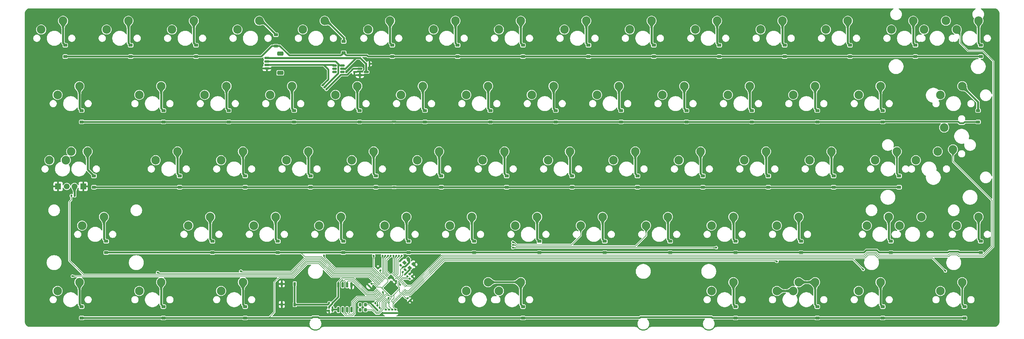
<source format=gbr>
%TF.GenerationSoftware,KiCad,Pcbnew,8.0.1*%
%TF.CreationDate,2025-07-18T19:56:24+09:00*%
%TF.ProjectId,Cloudnine_rp2040,436c6f75-646e-4696-9e65-5f7270323034,rev?*%
%TF.SameCoordinates,Original*%
%TF.FileFunction,Copper,L2,Bot*%
%TF.FilePolarity,Positive*%
%FSLAX46Y46*%
G04 Gerber Fmt 4.6, Leading zero omitted, Abs format (unit mm)*
G04 Created by KiCad (PCBNEW 8.0.1) date 2025-07-18 19:56:24*
%MOMM*%
%LPD*%
G01*
G04 APERTURE LIST*
G04 Aperture macros list*
%AMRoundRect*
0 Rectangle with rounded corners*
0 $1 Rounding radius*
0 $2 $3 $4 $5 $6 $7 $8 $9 X,Y pos of 4 corners*
0 Add a 4 corners polygon primitive as box body*
4,1,4,$2,$3,$4,$5,$6,$7,$8,$9,$2,$3,0*
0 Add four circle primitives for the rounded corners*
1,1,$1+$1,$2,$3*
1,1,$1+$1,$4,$5*
1,1,$1+$1,$6,$7*
1,1,$1+$1,$8,$9*
0 Add four rect primitives between the rounded corners*
20,1,$1+$1,$2,$3,$4,$5,0*
20,1,$1+$1,$4,$5,$6,$7,0*
20,1,$1+$1,$6,$7,$8,$9,0*
20,1,$1+$1,$8,$9,$2,$3,0*%
%AMRotRect*
0 Rectangle, with rotation*
0 The origin of the aperture is its center*
0 $1 length*
0 $2 width*
0 $3 Rotation angle, in degrees counterclockwise*
0 Add horizontal line*
21,1,$1,$2,0,0,$3*%
G04 Aperture macros list end*
%TA.AperFunction,ComponentPad*%
%ADD10C,2.500000*%
%TD*%
%TA.AperFunction,ComponentPad*%
%ADD11C,1.690600*%
%TD*%
%TA.AperFunction,ComponentPad*%
%ADD12R,1.690600X1.690600*%
%TD*%
%TA.AperFunction,SMDPad,CuDef*%
%ADD13RoundRect,0.225000X0.375000X-0.225000X0.375000X0.225000X-0.375000X0.225000X-0.375000X-0.225000X0*%
%TD*%
%TA.AperFunction,SMDPad,CuDef*%
%ADD14RoundRect,0.140000X0.140000X0.170000X-0.140000X0.170000X-0.140000X-0.170000X0.140000X-0.170000X0*%
%TD*%
%TA.AperFunction,SMDPad,CuDef*%
%ADD15RoundRect,0.140000X-0.170000X0.140000X-0.170000X-0.140000X0.170000X-0.140000X0.170000X0.140000X0*%
%TD*%
%TA.AperFunction,SMDPad,CuDef*%
%ADD16RoundRect,0.150000X-0.150000X0.650000X-0.150000X-0.650000X0.150000X-0.650000X0.150000X0.650000X0*%
%TD*%
%TA.AperFunction,SMDPad,CuDef*%
%ADD17RoundRect,0.140000X-0.140000X-0.170000X0.140000X-0.170000X0.140000X0.170000X-0.140000X0.170000X0*%
%TD*%
%TA.AperFunction,SMDPad,CuDef*%
%ADD18RoundRect,0.140000X0.021213X-0.219203X0.219203X-0.021213X-0.021213X0.219203X-0.219203X0.021213X0*%
%TD*%
%TA.AperFunction,SMDPad,CuDef*%
%ADD19R,0.750000X1.000000*%
%TD*%
%TA.AperFunction,SMDPad,CuDef*%
%ADD20RoundRect,0.140000X0.219203X0.021213X0.021213X0.219203X-0.219203X-0.021213X-0.021213X-0.219203X0*%
%TD*%
%TA.AperFunction,SMDPad,CuDef*%
%ADD21RotRect,1.000000X0.900000X315.000000*%
%TD*%
%TA.AperFunction,SMDPad,CuDef*%
%ADD22RoundRect,0.050000X-0.309359X0.238649X0.238649X-0.309359X0.309359X-0.238649X-0.238649X0.309359X0*%
%TD*%
%TA.AperFunction,SMDPad,CuDef*%
%ADD23RoundRect,0.050000X-0.309359X-0.238649X-0.238649X-0.309359X0.309359X0.238649X0.238649X0.309359X0*%
%TD*%
%TA.AperFunction,ComponentPad*%
%ADD24C,0.600000*%
%TD*%
%TA.AperFunction,SMDPad,CuDef*%
%ADD25RoundRect,0.144000X-2.059095X0.000000X0.000000X-2.059095X2.059095X0.000000X0.000000X2.059095X0*%
%TD*%
%TA.AperFunction,SMDPad,CuDef*%
%ADD26RoundRect,0.140000X-0.021213X0.219203X-0.219203X0.021213X0.021213X-0.219203X0.219203X-0.021213X0*%
%TD*%
%TA.AperFunction,SMDPad,CuDef*%
%ADD27RoundRect,0.225000X-0.225000X-0.250000X0.225000X-0.250000X0.225000X0.250000X-0.225000X0.250000X0*%
%TD*%
%TA.AperFunction,SMDPad,CuDef*%
%ADD28RoundRect,0.140000X-0.219203X-0.021213X-0.021213X-0.219203X0.219203X0.021213X0.021213X0.219203X0*%
%TD*%
%TA.AperFunction,SMDPad,CuDef*%
%ADD29RoundRect,0.150000X-0.587500X-0.150000X0.587500X-0.150000X0.587500X0.150000X-0.587500X0.150000X0*%
%TD*%
%TA.AperFunction,SMDPad,CuDef*%
%ADD30RoundRect,0.150000X-0.625000X0.150000X-0.625000X-0.150000X0.625000X-0.150000X0.625000X0.150000X0*%
%TD*%
%TA.AperFunction,SMDPad,CuDef*%
%ADD31RoundRect,0.250000X-0.650000X0.350000X-0.650000X-0.350000X0.650000X-0.350000X0.650000X0.350000X0*%
%TD*%
%TA.AperFunction,SMDPad,CuDef*%
%ADD32RoundRect,0.140000X0.170000X-0.140000X0.170000X0.140000X-0.170000X0.140000X-0.170000X-0.140000X0*%
%TD*%
%TA.AperFunction,SMDPad,CuDef*%
%ADD33RoundRect,0.225000X0.225000X0.250000X-0.225000X0.250000X-0.225000X-0.250000X0.225000X-0.250000X0*%
%TD*%
%TA.AperFunction,SMDPad,CuDef*%
%ADD34RoundRect,0.150000X-0.512500X-0.150000X0.512500X-0.150000X0.512500X0.150000X-0.512500X0.150000X0*%
%TD*%
%TA.AperFunction,ViaPad*%
%ADD35C,0.600000*%
%TD*%
%TA.AperFunction,Conductor*%
%ADD36C,0.500000*%
%TD*%
%TA.AperFunction,Conductor*%
%ADD37C,0.200000*%
%TD*%
%TA.AperFunction,Conductor*%
%ADD38C,0.600000*%
%TD*%
G04 APERTURE END LIST*
D10*
%TO.P,MX49,1,1*%
%TO.N,Col6*%
X164815000Y-87710000D03*
%TO.P,MX49,2,2*%
%TO.N,Net-(D49-A)*%
X171165000Y-85170000D03*
%TD*%
%TO.P,MX57,1,1*%
%TO.N,Col0*%
X31815000Y-106710000D03*
%TO.P,MX57,2,2*%
%TO.N,Net-(D57-A)*%
X38165000Y-104170000D03*
%TD*%
%TO.P,MX41,1,1*%
%TO.N,Col11*%
X250315000Y-68710000D03*
%TO.P,MX41,2,2*%
%TO.N,Net-(D41-A)*%
X256665000Y-66170000D03*
%TD*%
%TO.P,MX45,1,1*%
%TO.N,Col2*%
X88815000Y-87710000D03*
%TO.P,MX45,2,2*%
%TO.N,Net-(D45-A)*%
X95165000Y-85170000D03*
%TD*%
%TO.P,MX29,1,1*%
%TO.N,Col13*%
X288315000Y-49710000D03*
X291960000Y-65560000D03*
%TO.P,MX29,2,2*%
%TO.N,Net-(D29-A)*%
X289420000Y-59210000D03*
X294665000Y-47170000D03*
%TD*%
%TO.P,MX40,1,1*%
%TO.N,Col10*%
X231315000Y-68710000D03*
%TO.P,MX40,2,2*%
%TO.N,Net-(D40-A)*%
X237665000Y-66170000D03*
%TD*%
%TO.P,MX23,1,1*%
%TO.N,Col7*%
X169565000Y-49710000D03*
%TO.P,MX23,2,2*%
%TO.N,Net-(D23-A)*%
X175915000Y-47170000D03*
%TD*%
%TO.P,MX51,1,1*%
%TO.N,Col8*%
X202815000Y-87710000D03*
%TO.P,MX51,2,2*%
%TO.N,Net-(D51-A)*%
X209165000Y-85170000D03*
%TD*%
%TO.P,MX62,1,1*%
%TO.N,Col12*%
X288315000Y-106710000D03*
%TO.P,MX62,2,2*%
%TO.N,Net-(D62-A)*%
X294665000Y-104170000D03*
%TD*%
%TO.P,MX20,1,1*%
%TO.N,Col4*%
X112565000Y-49710000D03*
%TO.P,MX20,2,2*%
%TO.N,Net-(D20-A)*%
X118915000Y-47170000D03*
%TD*%
%TO.P,MX14,1,1*%
%TO.N,Col13*%
X274065000Y-30710000D03*
%TO.P,MX14,2,2*%
%TO.N,Net-(D14-A)*%
X280415000Y-28170000D03*
%TD*%
%TO.P,MX31,1,1*%
%TO.N,Col1*%
X60315000Y-68710000D03*
%TO.P,MX31,2,2*%
%TO.N,Net-(D31-A)*%
X66665000Y-66170000D03*
%TD*%
%TO.P,MX34,1,1*%
%TO.N,Col4*%
X117315000Y-68710000D03*
%TO.P,MX34,2,2*%
%TO.N,Net-(D34-A)*%
X123665000Y-66170000D03*
%TD*%
%TO.P,MX15,1,1*%
%TO.N,Col14*%
X283565000Y-30710000D03*
X293065000Y-30710000D03*
%TO.P,MX15,2,2*%
%TO.N,Net-(D15-A)*%
X289915000Y-28170000D03*
X299415000Y-28170000D03*
%TD*%
%TO.P,MX22,1,1*%
%TO.N,Col6*%
X150565000Y-49710000D03*
%TO.P,MX22,2,2*%
%TO.N,Net-(D22-A)*%
X156915000Y-47170000D03*
%TD*%
%TO.P,MX5,1,1*%
%TO.N,Col4*%
X103065000Y-30710000D03*
%TO.P,MX5,2,2*%
%TO.N,Net-(D5-A)*%
X109415000Y-28170000D03*
%TD*%
%TO.P,MX24,1,1*%
%TO.N,Col8*%
X188565000Y-49710000D03*
%TO.P,MX24,2,2*%
%TO.N,Net-(D24-A)*%
X194915000Y-47170000D03*
%TD*%
%TO.P,MX47,1,1*%
%TO.N,Col4*%
X126815000Y-87710000D03*
%TO.P,MX47,2,2*%
%TO.N,Net-(D47-A)*%
X133165000Y-85170000D03*
%TD*%
%TO.P,MX53,1,1*%
%TO.N,Col10*%
X240815000Y-87710000D03*
%TO.P,MX53,2,2*%
%TO.N,Net-(D53-A)*%
X247165000Y-85170000D03*
%TD*%
%TO.P,MX58,1,1*%
%TO.N,Col1*%
X55565000Y-106710000D03*
%TO.P,MX58,2,2*%
%TO.N,Net-(D58-A)*%
X61915000Y-104170000D03*
%TD*%
%TO.P,MX54,1,1*%
%TO.N,Col11*%
X266940000Y-87710000D03*
X276440000Y-87710000D03*
%TO.P,MX54,2,2*%
%TO.N,Net-(D54-A)*%
X273290000Y-85170000D03*
X282790000Y-85170000D03*
%TD*%
%TO.P,MX2,1,1*%
%TO.N,Col1*%
X46065000Y-30710000D03*
%TO.P,MX2,2,2*%
%TO.N,Net-(D2-A)*%
X52415000Y-28170000D03*
%TD*%
%TO.P,MX8,1,1*%
%TO.N,Col7*%
X160065000Y-30710000D03*
%TO.P,MX8,2,2*%
%TO.N,Net-(D8-A)*%
X166415000Y-28170000D03*
%TD*%
%TO.P,MX9,1,1*%
%TO.N,Col8*%
X179065000Y-30710000D03*
%TO.P,MX9,2,2*%
%TO.N,Net-(D9-A)*%
X185415000Y-28170000D03*
%TD*%
%TO.P,MX32,1,1*%
%TO.N,Col2*%
X79315000Y-68710000D03*
%TO.P,MX32,2,2*%
%TO.N,Net-(D32-A)*%
X85665000Y-66170000D03*
%TD*%
%TO.P,MX37,1,1*%
%TO.N,Col7*%
X174315000Y-68710000D03*
%TO.P,MX37,2,2*%
%TO.N,Net-(D37-A)*%
X180665000Y-66170000D03*
%TD*%
%TO.P,MX26,1,1*%
%TO.N,Col10*%
X226565000Y-49710000D03*
%TO.P,MX26,2,2*%
%TO.N,Net-(D26-A)*%
X232915000Y-47170000D03*
%TD*%
%TO.P,MX12,1,1*%
%TO.N,Col11*%
X236065000Y-30710000D03*
%TO.P,MX12,2,2*%
%TO.N,Net-(D12-A)*%
X242415000Y-28170000D03*
%TD*%
%TO.P,MX16,1,1*%
%TO.N,Col0*%
X31815000Y-49710000D03*
%TO.P,MX16,2,2*%
%TO.N,Net-(D16-A)*%
X38165000Y-47170000D03*
%TD*%
%TO.P,MX55,1,1*%
%TO.N,Col12*%
X293065000Y-87710000D03*
%TO.P,MX55,2,2*%
%TO.N,Net-(D55-A)*%
X299415000Y-85170000D03*
%TD*%
%TO.P,MX27,1,1*%
%TO.N,Col11*%
X245565000Y-49710000D03*
%TO.P,MX27,2,2*%
%TO.N,Net-(D27-A)*%
X251915000Y-47170000D03*
%TD*%
%TO.P,MX7,1,1*%
%TO.N,Col6*%
X141065000Y-30710000D03*
%TO.P,MX7,2,2*%
%TO.N,Net-(D7-A)*%
X147415000Y-28170000D03*
%TD*%
%TO.P,MX19,1,1*%
%TO.N,Col3*%
X93565000Y-49710000D03*
%TO.P,MX19,2,2*%
%TO.N,Net-(D19-A)*%
X99915000Y-47170000D03*
%TD*%
%TO.P,MX36,1,1*%
%TO.N,Col6*%
X155315000Y-68710000D03*
%TO.P,MX36,2,2*%
%TO.N,Net-(D36-A)*%
X161665000Y-66170000D03*
%TD*%
%TO.P,MX25,1,1*%
%TO.N,Col9*%
X207565000Y-49710000D03*
%TO.P,MX25,2,2*%
%TO.N,Net-(D25-A)*%
X213915000Y-47170000D03*
%TD*%
%TO.P,MX50,1,1*%
%TO.N,Col7*%
X183815000Y-87710000D03*
%TO.P,MX50,2,2*%
%TO.N,Net-(D50-A)*%
X190165000Y-85170000D03*
%TD*%
%TO.P,MX35,1,1*%
%TO.N,Col5*%
X136315000Y-68710000D03*
%TO.P,MX35,2,2*%
%TO.N,Net-(D35-A)*%
X142665000Y-66170000D03*
%TD*%
%TO.P,MX61,1,1*%
%TO.N,Col11*%
X264565000Y-106710000D03*
%TO.P,MX61,2,2*%
%TO.N,Net-(D61-A)*%
X270915000Y-104170000D03*
%TD*%
%TO.P,MX43,1,1*%
%TO.N,Col0*%
X38940000Y-87710000D03*
%TO.P,MX43,2,2*%
%TO.N,Net-(D43-A)*%
X45290000Y-85170000D03*
%TD*%
%TO.P,MX63,1,1*%
%TO.N,Col2*%
X79315000Y-106710000D03*
%TO.P,MX63,2,2*%
%TO.N,Net-(D63-A)*%
X85665000Y-104170000D03*
%TD*%
%TO.P,MX60,1,1*%
%TO.N,Col9*%
X221815000Y-106710000D03*
%TO.P,MX60,2,2*%
%TO.N,Net-(D60-A)*%
X228165000Y-104170000D03*
%TD*%
%TO.P,MX42,1,1*%
%TO.N,Col12*%
X269315000Y-68710000D03*
X281190000Y-68710000D03*
%TO.P,MX42,2,2*%
%TO.N,Net-(D42-A)*%
X275665000Y-66170000D03*
X287540000Y-66170000D03*
%TD*%
D11*
%TO.P,D65,1,K*%
%TO.N,Net-(D65-K)*%
X34507500Y-76330000D03*
X36730000Y-76330000D03*
D12*
%TO.P,D65,2,A*%
%TO.N,GND*%
X31967500Y-76330000D03*
X39270000Y-76330000D03*
%TD*%
D10*
%TO.P,MX30,1,1*%
%TO.N,Col0*%
X29440000Y-68710000D03*
X34190000Y-68710000D03*
%TO.P,MX30,2,2*%
%TO.N,Net-(D30-A)*%
X35790000Y-66170000D03*
X40540000Y-66170000D03*
%TD*%
%TO.P,MX11,1,1*%
%TO.N,Col10*%
X217065000Y-30710000D03*
%TO.P,MX11,2,2*%
%TO.N,Net-(D11-A)*%
X223415000Y-28170000D03*
%TD*%
%TO.P,MX18,1,1*%
%TO.N,Col2*%
X74565000Y-49710000D03*
%TO.P,MX18,2,2*%
%TO.N,Net-(D18-A)*%
X80915000Y-47170000D03*
%TD*%
%TO.P,MX33,1,1*%
%TO.N,Col3*%
X98315000Y-68710000D03*
%TO.P,MX33,2,2*%
%TO.N,Net-(D33-A)*%
X104665000Y-66170000D03*
%TD*%
%TO.P,MX39,1,1*%
%TO.N,Col9*%
X212315000Y-68710000D03*
%TO.P,MX39,2,2*%
%TO.N,Net-(D39-A)*%
X218665000Y-66170000D03*
%TD*%
%TO.P,MX17,1,1*%
%TO.N,Col1*%
X55565000Y-49710000D03*
%TO.P,MX17,2,2*%
%TO.N,Net-(D17-A)*%
X61915000Y-47170000D03*
%TD*%
%TO.P,MX21,1,1*%
%TO.N,Col5*%
X131565000Y-49710000D03*
%TO.P,MX21,2,2*%
%TO.N,Net-(D21-A)*%
X137915000Y-47170000D03*
%TD*%
%TO.P,MX46,1,1*%
%TO.N,Col3*%
X107815000Y-87710000D03*
%TO.P,MX46,2,2*%
%TO.N,Net-(D46-A)*%
X114165000Y-85170000D03*
%TD*%
%TO.P,MX3,1,1*%
%TO.N,Col2*%
X65065000Y-30710000D03*
%TO.P,MX3,2,2*%
%TO.N,Net-(D3-A)*%
X71415000Y-28170000D03*
%TD*%
%TO.P,MX48,1,1*%
%TO.N,Col5*%
X145815000Y-87710000D03*
%TO.P,MX48,2,2*%
%TO.N,Net-(D48-A)*%
X152165000Y-85170000D03*
%TD*%
%TO.P,MX10,1,1*%
%TO.N,Col9*%
X198065000Y-30710000D03*
%TO.P,MX10,2,2*%
%TO.N,Net-(D10-A)*%
X204415000Y-28170000D03*
%TD*%
%TO.P,MX4,1,1*%
%TO.N,Col3*%
X84065000Y-30710000D03*
%TO.P,MX4,2,2*%
%TO.N,Net-(D4-A)*%
X90415000Y-28170000D03*
%TD*%
%TO.P,MX38,1,1*%
%TO.N,Col8*%
X193315000Y-68710000D03*
%TO.P,MX38,2,2*%
%TO.N,Net-(D38-A)*%
X199665000Y-66170000D03*
%TD*%
%TO.P,MX52,1,1*%
%TO.N,Col9*%
X221815000Y-87710000D03*
%TO.P,MX52,2,2*%
%TO.N,Net-(D52-A)*%
X228165000Y-85170000D03*
%TD*%
%TO.P,MX59,1,1*%
%TO.N,Col6*%
X150565000Y-106710000D03*
X160065000Y-106710000D03*
%TO.P,MX59,2,2*%
%TO.N,Net-(D59-A)*%
X156915000Y-104170000D03*
X166415000Y-104170000D03*
%TD*%
%TO.P,MX1,1,1*%
%TO.N,Col0*%
X27065000Y-30710000D03*
%TO.P,MX1,2,2*%
%TO.N,Net-(D1-A)*%
X33415000Y-28170000D03*
%TD*%
%TO.P,MX6,1,1*%
%TO.N,Col5*%
X122065000Y-30710000D03*
%TO.P,MX6,2,2*%
%TO.N,Net-(D6-A)*%
X128415000Y-28170000D03*
%TD*%
%TO.P,MX44,1,1*%
%TO.N,Col1*%
X69815000Y-87710000D03*
%TO.P,MX44,2,2*%
%TO.N,Net-(D44-A)*%
X76165000Y-85170000D03*
%TD*%
%TO.P,MX56,1,1*%
%TO.N,Col10*%
X240815000Y-106710000D03*
X245565000Y-106710000D03*
%TO.P,MX56,2,2*%
%TO.N,Net-(D56-A)*%
X247165000Y-104170000D03*
X251915000Y-104170000D03*
%TD*%
%TO.P,MX13,1,1*%
%TO.N,Col12*%
X255065000Y-30710000D03*
%TO.P,MX13,2,2*%
%TO.N,Net-(D13-A)*%
X261415000Y-28170000D03*
%TD*%
%TO.P,MX28,1,1*%
%TO.N,Col12*%
X264565000Y-49710000D03*
%TO.P,MX28,2,2*%
%TO.N,Net-(D28-A)*%
X270915000Y-47170000D03*
%TD*%
D13*
%TO.P,D20,1,K*%
%TO.N,Row1*%
X119556250Y-57568750D03*
%TO.P,D20,2,A*%
%TO.N,Net-(D20-A)*%
X119556250Y-54268750D03*
%TD*%
%TO.P,D3,1,K*%
%TO.N,Row0*%
X72056250Y-38568750D03*
%TO.P,D3,2,A*%
%TO.N,Net-(D3-A)*%
X72056250Y-35268750D03*
%TD*%
%TO.P,D54,1,K*%
%TO.N,Row3*%
X273931250Y-95568750D03*
%TO.P,D54,2,A*%
%TO.N,Net-(D54-A)*%
X273931250Y-92268750D03*
%TD*%
%TO.P,D59,1,K*%
%TO.N,Row4*%
X167056250Y-114568750D03*
%TO.P,D59,2,A*%
%TO.N,Net-(D59-A)*%
X167056250Y-111268750D03*
%TD*%
%TO.P,D43,1,K*%
%TO.N,Row3*%
X45931250Y-95568750D03*
%TO.P,D43,2,A*%
%TO.N,Net-(D43-A)*%
X45931250Y-92268750D03*
%TD*%
%TO.P,D8,1,K*%
%TO.N,Row0*%
X167056250Y-38568750D03*
%TO.P,D8,2,A*%
%TO.N,Net-(D8-A)*%
X167056250Y-35268750D03*
%TD*%
%TO.P,D29,1,K*%
%TO.N,Row1*%
X299250000Y-57568750D03*
%TO.P,D29,2,A*%
%TO.N,Net-(D29-A)*%
X299250000Y-54268750D03*
%TD*%
%TO.P,D56,1,K*%
%TO.N,Row4*%
X252556250Y-114568750D03*
%TO.P,D56,2,A*%
%TO.N,Net-(D56-A)*%
X252556250Y-111268750D03*
%TD*%
D14*
%TO.P,R5,1*%
%TO.N,+3V3*%
X111680000Y-111530000D03*
%TO.P,R5,2*%
%TO.N,/QSPI_SS*%
X110720000Y-111530000D03*
%TD*%
D13*
%TO.P,D14,1,K*%
%TO.N,Row0*%
X281056250Y-38568750D03*
%TO.P,D14,2,A*%
%TO.N,Net-(D14-A)*%
X281056250Y-35268750D03*
%TD*%
%TO.P,D49,1,K*%
%TO.N,Row3*%
X171806250Y-95568750D03*
%TO.P,D49,2,A*%
%TO.N,Net-(D49-A)*%
X171806250Y-92268750D03*
%TD*%
D15*
%TO.P,C8,1*%
%TO.N,+3V3*%
X128122101Y-112150742D03*
%TO.P,C8,2*%
%TO.N,GND*%
X128122101Y-113110742D03*
%TD*%
D16*
%TO.P,U3,1,~{CS}*%
%TO.N,/QSPI_SS*%
X113367101Y-104920742D03*
%TO.P,U3,2,DO(IO1)*%
%TO.N,/QSPI_SD1*%
X114637101Y-104920742D03*
%TO.P,U3,3,IO2*%
%TO.N,/QSPI_SD2*%
X115907101Y-104920742D03*
%TO.P,U3,4,GND*%
%TO.N,GND*%
X117177101Y-104920742D03*
%TO.P,U3,5,DI(IO0)*%
%TO.N,/QSPI_SD0*%
X117177101Y-112120742D03*
%TO.P,U3,6,CLK*%
%TO.N,/QSPI_SCLK*%
X115907101Y-112120742D03*
%TO.P,U3,7,IO3*%
%TO.N,/QSPI_SD3*%
X114637101Y-112120742D03*
%TO.P,U3,8,VCC*%
%TO.N,+3V3*%
X113367101Y-112120742D03*
%TD*%
D13*
%TO.P,D35,1,K*%
%TO.N,Row2*%
X143306250Y-76568750D03*
%TO.P,D35,2,A*%
%TO.N,Net-(D35-A)*%
X143306250Y-73268750D03*
%TD*%
%TO.P,D6,1,K*%
%TO.N,Row0*%
X129056250Y-38568750D03*
%TO.P,D6,2,A*%
%TO.N,Net-(D6-A)*%
X129056250Y-35268750D03*
%TD*%
%TO.P,D41,1,K*%
%TO.N,Row2*%
X257306250Y-76568750D03*
%TO.P,D41,2,A*%
%TO.N,Net-(D41-A)*%
X257306250Y-73268750D03*
%TD*%
D17*
%TO.P,C12,1*%
%TO.N,VBUS*%
X121470000Y-40700000D03*
%TO.P,C12,2*%
%TO.N,GND*%
X122430000Y-40700000D03*
%TD*%
D13*
%TO.P,D61,1,K*%
%TO.N,Row4*%
X271556250Y-114568750D03*
%TO.P,D61,2,A*%
%TO.N,Net-(D61-A)*%
X271556250Y-111268750D03*
%TD*%
%TO.P,D26,1,K*%
%TO.N,Row1*%
X233556250Y-57568750D03*
%TO.P,D26,2,A*%
%TO.N,Net-(D26-A)*%
X233556250Y-54268750D03*
%TD*%
%TO.P,D37,1,K*%
%TO.N,Row2*%
X181306250Y-76568750D03*
%TO.P,D37,2,A*%
%TO.N,Net-(D37-A)*%
X181306250Y-73268750D03*
%TD*%
%TO.P,D22,1,K*%
%TO.N,Row1*%
X157556250Y-57568750D03*
%TO.P,D22,2,A*%
%TO.N,Net-(D22-A)*%
X157556250Y-54268750D03*
%TD*%
%TO.P,D63,1,K*%
%TO.N,Row4*%
X86306250Y-114568750D03*
%TO.P,D63,2,A*%
%TO.N,Net-(D63-A)*%
X86306250Y-111268750D03*
%TD*%
D18*
%TO.P,C7,1*%
%TO.N,GND*%
X122352690Y-105310153D03*
%TO.P,C7,2*%
%TO.N,+3V3*%
X123031512Y-104631331D03*
%TD*%
D13*
%TO.P,D21,1,K*%
%TO.N,Row1*%
X138556250Y-57568750D03*
%TO.P,D21,2,A*%
%TO.N,Net-(D21-A)*%
X138556250Y-54268750D03*
%TD*%
%TO.P,D5,1,K*%
%TO.N,Row0*%
X114950000Y-37475000D03*
%TO.P,D5,2,A*%
%TO.N,Net-(D5-A)*%
X114950000Y-34175000D03*
%TD*%
%TO.P,D19,1,K*%
%TO.N,Row1*%
X100556250Y-57568750D03*
%TO.P,D19,2,A*%
%TO.N,Net-(D19-A)*%
X100556250Y-54268750D03*
%TD*%
%TO.P,D28,1,K*%
%TO.N,Row1*%
X271556250Y-57568750D03*
%TO.P,D28,2,A*%
%TO.N,Net-(D28-A)*%
X271556250Y-54268750D03*
%TD*%
%TO.P,D7,1,K*%
%TO.N,Row0*%
X148056250Y-38568750D03*
%TO.P,D7,2,A*%
%TO.N,Net-(D7-A)*%
X148056250Y-35268750D03*
%TD*%
D19*
%TO.P,BOOTSEL1,1,1*%
%TO.N,GND*%
X96975000Y-104650000D03*
X96975000Y-110650000D03*
%TO.P,BOOTSEL1,2,2*%
%TO.N,Net-(BOOTSEL1-Pad2)*%
X100725000Y-104650000D03*
X100725000Y-110650000D03*
%TD*%
D13*
%TO.P,D48,1,K*%
%TO.N,Row3*%
X152806250Y-95568750D03*
%TO.P,D48,2,A*%
%TO.N,Net-(D48-A)*%
X152806250Y-92268750D03*
%TD*%
%TO.P,D60,1,K*%
%TO.N,Row4*%
X228806250Y-114568750D03*
%TO.P,D60,2,A*%
%TO.N,Net-(D60-A)*%
X228806250Y-111268750D03*
%TD*%
D20*
%TO.P,R4,1*%
%TO.N,Net-(C15-Pad2)*%
X132801512Y-101860153D03*
%TO.P,R4,2*%
%TO.N,Net-(U1-XOUT)*%
X132122690Y-101181331D03*
%TD*%
D21*
%TO.P,Y1,1,1*%
%TO.N,Net-(U1-XIN)*%
X133697888Y-97438646D03*
%TO.P,Y1,2,2*%
%TO.N,GND*%
X135218168Y-98958926D03*
%TO.P,Y1,3,3*%
%TO.N,Net-(C15-Pad2)*%
X134122152Y-100054942D03*
%TO.P,Y1,4,4*%
%TO.N,GND*%
X132601872Y-98534662D03*
%TD*%
D13*
%TO.P,D42,1,K*%
%TO.N,Row2*%
X276306250Y-76568750D03*
%TO.P,D42,2,A*%
%TO.N,Net-(D42-A)*%
X276306250Y-73268750D03*
%TD*%
%TO.P,D50,1,K*%
%TO.N,Row3*%
X190806250Y-95568750D03*
%TO.P,D50,2,A*%
%TO.N,Net-(D50-A)*%
X190806250Y-92268750D03*
%TD*%
%TO.P,D12,1,K*%
%TO.N,Row0*%
X243056250Y-38568750D03*
%TO.P,D12,2,A*%
%TO.N,Net-(D12-A)*%
X243056250Y-35268750D03*
%TD*%
D17*
%TO.P,R6,1*%
%TO.N,Net-(BOOTSEL1-Pad2)*%
X110720000Y-110180000D03*
%TO.P,R6,2*%
%TO.N,/QSPI_SS*%
X111680000Y-110180000D03*
%TD*%
D13*
%TO.P,D34,1,K*%
%TO.N,Row2*%
X124306250Y-76568750D03*
%TO.P,D34,2,A*%
%TO.N,Net-(D34-A)*%
X124306250Y-73268750D03*
%TD*%
D22*
%TO.P,U1,1,IOVDD*%
%TO.N,+3V3*%
X124402944Y-105248540D03*
%TO.P,U1,2,GPIO0*%
%TO.N,Row4*%
X124685787Y-104965697D03*
%TO.P,U1,3,GPIO1*%
%TO.N,Col0*%
X124968629Y-104682855D03*
%TO.P,U1,4,GPIO2*%
%TO.N,Net-(U1-GPIO2)*%
X125251472Y-104400012D03*
%TO.P,U1,5,GPIO3*%
%TO.N,Col1*%
X125534315Y-104117169D03*
%TO.P,U1,6,GPIO4*%
%TO.N,Col2*%
X125817157Y-103834327D03*
%TO.P,U1,7,GPIO5*%
%TO.N,Row3*%
X126100000Y-103551484D03*
%TO.P,U1,8,GPIO6*%
%TO.N,Col3*%
X126382843Y-103268641D03*
%TO.P,U1,9,GPIO7*%
%TO.N,Col4*%
X126665686Y-102985798D03*
%TO.P,U1,10,IOVDD*%
%TO.N,+3V3*%
X126948528Y-102702956D03*
%TO.P,U1,11,GPIO8*%
%TO.N,Row0*%
X127231371Y-102420113D03*
%TO.P,U1,12,GPIO9*%
%TO.N,Row1*%
X127514214Y-102137270D03*
%TO.P,U1,13,GPIO10*%
%TO.N,Row2*%
X127797056Y-101854428D03*
%TO.P,U1,14,GPIO11*%
%TO.N,Col5*%
X128079899Y-101571585D03*
D23*
%TO.P,U1,15,GPIO12*%
%TO.N,Col7*%
X129264303Y-101571585D03*
%TO.P,U1,16,GPIO13*%
%TO.N,Col8*%
X129547146Y-101854428D03*
%TO.P,U1,17,GPIO14*%
%TO.N,Col9*%
X129829988Y-102137270D03*
%TO.P,U1,18,GPIO15*%
%TO.N,Col6*%
X130112831Y-102420113D03*
%TO.P,U1,19,TESTEN*%
%TO.N,GND*%
X130395674Y-102702956D03*
%TO.P,U1,20,XIN*%
%TO.N,Net-(U1-XIN)*%
X130678516Y-102985798D03*
%TO.P,U1,21,XOUT*%
%TO.N,Net-(U1-XOUT)*%
X130961359Y-103268641D03*
%TO.P,U1,22,IOVDD*%
%TO.N,+3V3*%
X131244202Y-103551484D03*
%TO.P,U1,23,DVDD*%
%TO.N,+1V1*%
X131527045Y-103834327D03*
%TO.P,U1,24,SWCLK*%
%TO.N,SWCLK*%
X131809887Y-104117169D03*
%TO.P,U1,25,SWD*%
%TO.N,SWD*%
X132092730Y-104400012D03*
%TO.P,U1,26,RUN*%
%TO.N,unconnected-(U1-RUN-Pad26)*%
X132375573Y-104682855D03*
%TO.P,U1,27,GPIO16*%
%TO.N,unconnected-(U1-GPIO16-Pad27)*%
X132658415Y-104965697D03*
%TO.P,U1,28,GPIO17*%
%TO.N,Col13*%
X132941258Y-105248540D03*
D22*
%TO.P,U1,29,GPIO18*%
%TO.N,Col14*%
X132941258Y-106432944D03*
%TO.P,U1,30,GPIO19*%
%TO.N,Col12*%
X132658415Y-106715787D03*
%TO.P,U1,31,GPIO20*%
%TO.N,Col11*%
X132375573Y-106998629D03*
%TO.P,U1,32,GPIO21*%
%TO.N,Col10*%
X132092730Y-107281472D03*
%TO.P,U1,33,IOVDD*%
%TO.N,+3V3*%
X131809887Y-107564315D03*
%TO.P,U1,34,GPIO22*%
%TO.N,unconnected-(U1-GPIO22-Pad34)*%
X131527045Y-107847157D03*
%TO.P,U1,35,GPIO23*%
%TO.N,unconnected-(U1-GPIO23-Pad35)*%
X131244202Y-108130000D03*
%TO.P,U1,36,GPIO24*%
%TO.N,unconnected-(U1-GPIO24-Pad36)*%
X130961359Y-108412843D03*
%TO.P,U1,37,GPIO25*%
%TO.N,unconnected-(U1-GPIO25-Pad37)*%
X130678516Y-108695686D03*
%TO.P,U1,38,GPIO26_ADC0*%
%TO.N,unconnected-(U1-GPIO26_ADC0-Pad38)*%
X130395674Y-108978528D03*
%TO.P,U1,39,GPIO27_ADC1*%
%TO.N,unconnected-(U1-GPIO27_ADC1-Pad39)*%
X130112831Y-109261371D03*
%TO.P,U1,40,GPIO28_ADC2*%
%TO.N,unconnected-(U1-GPIO28_ADC2-Pad40)*%
X129829988Y-109544214D03*
%TO.P,U1,41,GPIO29_ADC3*%
%TO.N,unconnected-(U1-GPIO29_ADC3-Pad41)*%
X129547146Y-109827056D03*
%TO.P,U1,42,IOVDD*%
%TO.N,+3V3*%
X129264303Y-110109899D03*
D23*
%TO.P,U1,43,ADC_AVDD*%
X128079899Y-110109899D03*
%TO.P,U1,44,VREG_IN*%
X127797056Y-109827056D03*
%TO.P,U1,45,VREG_VOUT*%
%TO.N,+1V1*%
X127514214Y-109544214D03*
%TO.P,U1,46,USB_DM*%
%TO.N,Net-(U1-USB_DM)*%
X127231371Y-109261371D03*
%TO.P,U1,47,USB_DP*%
%TO.N,Net-(U1-USB_DP)*%
X126948528Y-108978528D03*
%TO.P,U1,48,USB_VDD*%
%TO.N,+3V3*%
X126665686Y-108695686D03*
%TO.P,U1,49,IOVDD*%
X126382843Y-108412843D03*
%TO.P,U1,50,DVDD*%
%TO.N,+1V1*%
X126100000Y-108130000D03*
%TO.P,U1,51,QSPI_SD3*%
%TO.N,/QSPI_SD3*%
X125817157Y-107847157D03*
%TO.P,U1,52,QSPI_SCLK*%
%TO.N,/QSPI_SCLK*%
X125534315Y-107564315D03*
%TO.P,U1,53,QSPI_SD0*%
%TO.N,/QSPI_SD0*%
X125251472Y-107281472D03*
%TO.P,U1,54,QSPI_SD2*%
%TO.N,/QSPI_SD2*%
X124968629Y-106998629D03*
%TO.P,U1,55,QSPI_SD1*%
%TO.N,/QSPI_SD1*%
X124685787Y-106715787D03*
%TO.P,U1,56,QSPI_SS*%
%TO.N,/QSPI_SS*%
X124402944Y-106432944D03*
D24*
%TO.P,U1,57,GND*%
%TO.N,GND*%
X128672101Y-104037620D03*
X127770540Y-104939181D03*
X126868979Y-105840742D03*
X129573662Y-104939181D03*
X128672101Y-105840742D03*
D25*
X128672101Y-105840742D03*
D24*
X127770540Y-106742303D03*
X130475223Y-105840742D03*
X129573662Y-106742303D03*
X128672101Y-107643864D03*
%TD*%
D13*
%TO.P,D39,1,K*%
%TO.N,Row2*%
X219306250Y-76568750D03*
%TO.P,D39,2,A*%
%TO.N,Net-(D39-A)*%
X219306250Y-73268750D03*
%TD*%
%TO.P,D62,1,K*%
%TO.N,Row4*%
X295306250Y-114568750D03*
%TO.P,D62,2,A*%
%TO.N,Net-(D62-A)*%
X295306250Y-111268750D03*
%TD*%
D26*
%TO.P,C9,1*%
%TO.N,+1V1*%
X124101512Y-110271331D03*
%TO.P,C9,2*%
%TO.N,GND*%
X123422690Y-110950153D03*
%TD*%
D14*
%TO.P,R3,1*%
%TO.N,Net-(D65-K)*%
X36780000Y-79025000D03*
%TO.P,R3,2*%
%TO.N,Net-(U1-GPIO2)*%
X35820000Y-79025000D03*
%TD*%
D27*
%TO.P,R1,1*%
%TO.N,DP*%
X119702101Y-110720742D03*
%TO.P,R1,2*%
%TO.N,Net-(U1-USB_DP)*%
X121252101Y-110720742D03*
%TD*%
D13*
%TO.P,D17,1,K*%
%TO.N,Row1*%
X62556250Y-57568750D03*
%TO.P,D17,2,A*%
%TO.N,Net-(D17-A)*%
X62556250Y-54268750D03*
%TD*%
%TO.P,D31,1,K*%
%TO.N,Row2*%
X67306250Y-76568750D03*
%TO.P,D31,2,A*%
%TO.N,Net-(D31-A)*%
X67306250Y-73268750D03*
%TD*%
%TO.P,D51,1,K*%
%TO.N,Row3*%
X209806250Y-95568750D03*
%TO.P,D51,2,A*%
%TO.N,Net-(D51-A)*%
X209806250Y-92268750D03*
%TD*%
%TO.P,D46,1,K*%
%TO.N,Row3*%
X114806250Y-95568750D03*
%TO.P,D46,2,A*%
%TO.N,Net-(D46-A)*%
X114806250Y-92268750D03*
%TD*%
%TO.P,D4,1,K*%
%TO.N,Row0*%
X95250000Y-35525000D03*
%TO.P,D4,2,A*%
%TO.N,Net-(D4-A)*%
X95250000Y-32225000D03*
%TD*%
%TO.P,D1,1,K*%
%TO.N,Row0*%
X34056250Y-38568750D03*
%TO.P,D1,2,A*%
%TO.N,Net-(D1-A)*%
X34056250Y-35268750D03*
%TD*%
%TO.P,D52,1,K*%
%TO.N,Row3*%
X228806250Y-95568750D03*
%TO.P,D52,2,A*%
%TO.N,Net-(D52-A)*%
X228806250Y-92268750D03*
%TD*%
D14*
%TO.P,C16,1*%
%TO.N,+3V3*%
X111680000Y-112490000D03*
%TO.P,C16,2*%
%TO.N,GND*%
X110720000Y-112490000D03*
%TD*%
D26*
%TO.P,C5,1*%
%TO.N,GND*%
X134121512Y-101841331D03*
%TO.P,C5,2*%
%TO.N,+3V3*%
X133442690Y-102520153D03*
%TD*%
D13*
%TO.P,D58,1,K*%
%TO.N,Row4*%
X62556250Y-114568750D03*
%TO.P,D58,2,A*%
%TO.N,Net-(D58-A)*%
X62556250Y-111268750D03*
%TD*%
D28*
%TO.P,C17,1*%
%TO.N,GND*%
X124892690Y-100141331D03*
%TO.P,C17,2*%
%TO.N,+3V3*%
X125571512Y-100820153D03*
%TD*%
D13*
%TO.P,D25,1,K*%
%TO.N,Row1*%
X214556250Y-57568750D03*
%TO.P,D25,2,A*%
%TO.N,Net-(D25-A)*%
X214556250Y-54268750D03*
%TD*%
%TO.P,D38,1,K*%
%TO.N,Row2*%
X200306250Y-76568750D03*
%TO.P,D38,2,A*%
%TO.N,Net-(D38-A)*%
X200306250Y-73268750D03*
%TD*%
%TO.P,D44,1,K*%
%TO.N,Row3*%
X76806250Y-95568750D03*
%TO.P,D44,2,A*%
%TO.N,Net-(D44-A)*%
X76806250Y-92268750D03*
%TD*%
D29*
%TO.P,U2,1,GND*%
%TO.N,GND*%
X119642500Y-43992501D03*
%TO.P,U2,2,VO*%
%TO.N,+3V3*%
X119642500Y-42092501D03*
%TO.P,U2,3,VI*%
%TO.N,VBUS*%
X121517501Y-43042501D03*
%TD*%
D13*
%TO.P,D2,1,K*%
%TO.N,Row0*%
X53056250Y-38568750D03*
%TO.P,D2,2,A*%
%TO.N,Net-(D2-A)*%
X53056250Y-35268750D03*
%TD*%
%TO.P,D53,1,K*%
%TO.N,Row3*%
X247806250Y-95568750D03*
%TO.P,D53,2,A*%
%TO.N,Net-(D53-A)*%
X247806250Y-92268750D03*
%TD*%
D18*
%TO.P,C1,1*%
%TO.N,GND*%
X124092690Y-111620153D03*
%TO.P,C1,2*%
%TO.N,+3V3*%
X124771512Y-110941331D03*
%TD*%
D13*
%TO.P,D24,1,K*%
%TO.N,Row1*%
X195556250Y-57568750D03*
%TO.P,D24,2,A*%
%TO.N,Net-(D24-A)*%
X195556250Y-54268750D03*
%TD*%
%TO.P,D11,1,K*%
%TO.N,Row0*%
X224056250Y-38568750D03*
%TO.P,D11,2,A*%
%TO.N,Net-(D11-A)*%
X224056250Y-35268750D03*
%TD*%
%TO.P,D15,1,K*%
%TO.N,Row0*%
X300056250Y-38568750D03*
%TO.P,D15,2,A*%
%TO.N,Net-(D15-A)*%
X300056250Y-35268750D03*
%TD*%
D30*
%TO.P,J2,1,Pin_1*%
%TO.N,VBUS*%
X92625000Y-39000000D03*
%TO.P,J2,2,Pin_2*%
%TO.N,DM*%
X92625000Y-40000000D03*
%TO.P,J2,3,Pin_3*%
%TO.N,DP*%
X92625000Y-41000000D03*
%TO.P,J2,4,Pin_4*%
%TO.N,GND*%
X92625000Y-42000000D03*
D31*
%TO.P,J2,MP*%
%TO.N,N/C*%
X96500000Y-37700000D03*
X96500000Y-43300000D03*
%TD*%
D13*
%TO.P,D9,1,K*%
%TO.N,Row0*%
X186056250Y-38568750D03*
%TO.P,D9,2,A*%
%TO.N,Net-(D9-A)*%
X186056250Y-35268750D03*
%TD*%
D28*
%TO.P,C14,1*%
%TO.N,GND*%
X131442690Y-99151331D03*
%TO.P,C14,2*%
%TO.N,Net-(U1-XIN)*%
X132121512Y-99830153D03*
%TD*%
D15*
%TO.P,C13,1*%
%TO.N,+3V3*%
X118030000Y-42090000D03*
%TO.P,C13,2*%
%TO.N,GND*%
X118030000Y-43050000D03*
%TD*%
D13*
%TO.P,D55,1,K*%
%TO.N,Row3*%
X300056250Y-95568750D03*
%TO.P,D55,2,A*%
%TO.N,Net-(D55-A)*%
X300056250Y-92268750D03*
%TD*%
%TO.P,D10,1,K*%
%TO.N,Row0*%
X205056250Y-38568750D03*
%TO.P,D10,2,A*%
%TO.N,Net-(D10-A)*%
X205056250Y-35268750D03*
%TD*%
%TO.P,D47,1,K*%
%TO.N,Row3*%
X133806250Y-95568750D03*
%TO.P,D47,2,A*%
%TO.N,Net-(D47-A)*%
X133806250Y-92268750D03*
%TD*%
D20*
%TO.P,C6,1*%
%TO.N,GND*%
X134211512Y-109470153D03*
%TO.P,C6,2*%
%TO.N,+3V3*%
X133532690Y-108791331D03*
%TD*%
D13*
%TO.P,D18,1,K*%
%TO.N,Row1*%
X81556250Y-57568750D03*
%TO.P,D18,2,A*%
%TO.N,Net-(D18-A)*%
X81556250Y-54268750D03*
%TD*%
D32*
%TO.P,C4,1*%
%TO.N,GND*%
X130022101Y-113110742D03*
%TO.P,C4,2*%
%TO.N,+3V3*%
X130022101Y-112150742D03*
%TD*%
D13*
%TO.P,D32,1,K*%
%TO.N,Row2*%
X86306250Y-76568750D03*
%TO.P,D32,2,A*%
%TO.N,Net-(D32-A)*%
X86306250Y-73268750D03*
%TD*%
%TO.P,D13,1,K*%
%TO.N,Row0*%
X262056250Y-38568750D03*
%TO.P,D13,2,A*%
%TO.N,Net-(D13-A)*%
X262056250Y-35268750D03*
%TD*%
D15*
%TO.P,C11,1*%
%TO.N,+1V1*%
X127169761Y-112148402D03*
%TO.P,C11,2*%
%TO.N,GND*%
X127169761Y-113108402D03*
%TD*%
D13*
%TO.P,D16,1,K*%
%TO.N,Row1*%
X38806250Y-57568750D03*
%TO.P,D16,2,A*%
%TO.N,Net-(D16-A)*%
X38806250Y-54268750D03*
%TD*%
D18*
%TO.P,C10,1*%
%TO.N,+1V1*%
X134114441Y-103191904D03*
%TO.P,C10,2*%
%TO.N,GND*%
X134793263Y-102513082D03*
%TD*%
D33*
%TO.P,R2,1*%
%TO.N,Net-(U1-USB_DM)*%
X121257101Y-112220742D03*
%TO.P,R2,2*%
%TO.N,DM*%
X119707101Y-112220742D03*
%TD*%
D13*
%TO.P,D23,1,K*%
%TO.N,Row1*%
X176556250Y-57568750D03*
%TO.P,D23,2,A*%
%TO.N,Net-(D23-A)*%
X176556250Y-54268750D03*
%TD*%
D32*
%TO.P,C3,1*%
%TO.N,GND*%
X129072101Y-113110742D03*
%TO.P,C3,2*%
%TO.N,+3V3*%
X129072101Y-112150742D03*
%TD*%
D28*
%TO.P,C15,1*%
%TO.N,GND*%
X132800335Y-100508976D03*
%TO.P,C15,2*%
%TO.N,Net-(C15-Pad2)*%
X133479157Y-101187798D03*
%TD*%
D34*
%TO.P,U4,1,IO1*%
%TO.N,unconnected-(U4-IO1-Pad1)*%
X112282500Y-43079999D03*
%TO.P,U4,2,VN*%
%TO.N,GND*%
X112282500Y-42130000D03*
%TO.P,U4,3,IO2*%
%TO.N,DP*%
X112282500Y-41180001D03*
%TO.P,U4,4,IO3*%
%TO.N,DM*%
X114557500Y-41180001D03*
%TO.P,U4,5,VP*%
%TO.N,VBUS*%
X114557500Y-42130000D03*
%TO.P,U4,6,IO4*%
%TO.N,unconnected-(U4-IO4-Pad6)*%
X114557500Y-43079999D03*
%TD*%
D18*
%TO.P,C2,1*%
%TO.N,GND*%
X124762690Y-112290153D03*
%TO.P,C2,2*%
%TO.N,+3V3*%
X125441512Y-111611331D03*
%TD*%
D13*
%TO.P,D45,1,K*%
%TO.N,Row3*%
X95806250Y-95568750D03*
%TO.P,D45,2,A*%
%TO.N,Net-(D45-A)*%
X95806250Y-92268750D03*
%TD*%
%TO.P,D36,1,K*%
%TO.N,Row2*%
X162306250Y-76568750D03*
%TO.P,D36,2,A*%
%TO.N,Net-(D36-A)*%
X162306250Y-73268750D03*
%TD*%
%TO.P,D30,1,K*%
%TO.N,Row2*%
X42390000Y-76568750D03*
%TO.P,D30,2,A*%
%TO.N,Net-(D30-A)*%
X42390000Y-73268750D03*
%TD*%
%TO.P,D40,1,K*%
%TO.N,Row2*%
X238306250Y-76568750D03*
%TO.P,D40,2,A*%
%TO.N,Net-(D40-A)*%
X238306250Y-73268750D03*
%TD*%
%TO.P,D33,1,K*%
%TO.N,Row2*%
X105306250Y-76568750D03*
%TO.P,D33,2,A*%
%TO.N,Net-(D33-A)*%
X105306250Y-73268750D03*
%TD*%
%TO.P,D27,1,K*%
%TO.N,Row1*%
X252556250Y-57568750D03*
%TO.P,D27,2,A*%
%TO.N,Net-(D27-A)*%
X252556250Y-54268750D03*
%TD*%
%TO.P,D57,1,K*%
%TO.N,Row4*%
X38806250Y-114568750D03*
%TO.P,D57,2,A*%
%TO.N,Net-(D57-A)*%
X38806250Y-111268750D03*
%TD*%
D35*
%TO.N,+3V3*%
X124771512Y-110941331D03*
X111680000Y-112490000D03*
X109901697Y-48107359D03*
%TO.N,GND*%
X263625000Y-71250000D03*
X117700000Y-97500000D03*
X201875000Y-52250000D03*
X168625000Y-71250000D03*
X71250000Y-109250000D03*
X206625000Y-71250000D03*
X64125000Y-90250000D03*
X244625000Y-71250000D03*
X154375000Y-33250000D03*
X230375000Y-33250000D03*
X173375000Y-33250000D03*
X106875000Y-52250000D03*
X225625000Y-71250000D03*
X111625000Y-68875000D03*
X132800000Y-100525000D03*
X239875000Y-52250000D03*
X135225000Y-98950000D03*
X258875000Y-52250000D03*
X30875000Y-90250000D03*
X117175000Y-104950000D03*
X249375000Y-33250000D03*
X220875000Y-52250000D03*
X134800000Y-102525000D03*
X68875000Y-52250000D03*
X123525000Y-105950000D03*
X280250000Y-52250000D03*
X235125000Y-90250000D03*
X144875000Y-109250000D03*
X47500000Y-109250000D03*
X216125000Y-109250000D03*
X256500000Y-109250000D03*
X87875000Y-52250000D03*
X83125000Y-90250000D03*
X173375000Y-109250000D03*
X92625000Y-109250000D03*
X112200000Y-97500000D03*
X78375000Y-33250000D03*
X54625000Y-71250000D03*
X135375000Y-33250000D03*
X122775000Y-110150000D03*
X59375000Y-33250000D03*
X201875000Y-109250000D03*
X178125000Y-90250000D03*
X132575000Y-98525000D03*
X92625000Y-71250000D03*
X261250000Y-90250000D03*
X182875000Y-52250000D03*
X106875000Y-109250000D03*
X131450000Y-99150000D03*
X254125000Y-90250000D03*
X192375000Y-33250000D03*
X125875000Y-52250000D03*
X287375000Y-90250000D03*
X40375000Y-33250000D03*
X124900000Y-97775000D03*
X116375000Y-33250000D03*
X268375000Y-33250000D03*
X144875000Y-52250000D03*
X211375000Y-33250000D03*
X97375000Y-33250000D03*
X140125000Y-90250000D03*
X102125000Y-90250000D03*
X280250000Y-109250000D03*
X134125000Y-101850000D03*
X135375000Y-109250000D03*
X197125000Y-90250000D03*
X159125000Y-90250000D03*
X130625000Y-71250000D03*
X52250000Y-90250000D03*
X47500000Y-52250000D03*
X149625000Y-71250000D03*
X73625000Y-71250000D03*
X124900000Y-100150000D03*
X112275000Y-42125000D03*
X47500000Y-71250000D03*
X128375000Y-99025000D03*
X235125000Y-109250000D03*
X216125000Y-90250000D03*
X163875000Y-52250000D03*
X118025000Y-43050000D03*
X296875000Y-71250000D03*
X119425000Y-103425000D03*
X187625000Y-71250000D03*
%TO.N,+1V1*%
X131312525Y-104923574D03*
X126320178Y-107050009D03*
X128016364Y-108745611D03*
%TO.N,Row0*%
X114950000Y-37475000D03*
X126230000Y-96450000D03*
%TO.N,Row1*%
X127029902Y-96462697D03*
X129575000Y-57568750D03*
%TO.N,Row2*%
X127829843Y-96472598D03*
X129600000Y-76568750D03*
%TO.N,Col0*%
X36112500Y-102412500D03*
%TO.N,Col1*%
X60912500Y-101362500D03*
%TO.N,Col2*%
X85037500Y-100987500D03*
%TO.N,Col3*%
X109200000Y-96410000D03*
%TO.N,Col4*%
X123660000Y-96500000D03*
%TO.N,Col5*%
X128629839Y-96469300D03*
%TO.N,Col6*%
X131829847Y-96469979D03*
%TO.N,Col7*%
X164090000Y-92520000D03*
X129429841Y-96470123D03*
%TO.N,Col8*%
X164090000Y-93320003D03*
X130229843Y-96469927D03*
%TO.N,Col9*%
X131029845Y-96470024D03*
X223205000Y-94125000D03*
X164090000Y-94120006D03*
%TO.N,Col10*%
X240840000Y-98125000D03*
%TO.N,Col11*%
X265875000Y-100450000D03*
%TO.N,Col12*%
X289774100Y-100900000D03*
%TO.N,DP*%
X108770323Y-46975985D03*
X119702101Y-110720742D03*
%TO.N,DM*%
X119707101Y-112220742D03*
X109336010Y-47541672D03*
%TD*%
D36*
%TO.N,Row0*%
X121725000Y-38250000D02*
X122043750Y-38568750D01*
X114950000Y-37475000D02*
X115725000Y-38250000D01*
X122043750Y-38568750D02*
X224056250Y-38568750D01*
X94100000Y-35525000D02*
X91056250Y-38568750D01*
X91056250Y-38568750D02*
X34056250Y-38568750D01*
X96400000Y-35525000D02*
X94100000Y-35525000D01*
X114175000Y-38250000D02*
X99125000Y-38250000D01*
X114950000Y-37475000D02*
X114175000Y-38250000D01*
X99125000Y-38250000D02*
X96400000Y-35525000D01*
X115725000Y-38250000D02*
X121725000Y-38250000D01*
D37*
%TO.N,+3V3*%
X126166185Y-105659652D02*
X126166185Y-106021831D01*
X126948528Y-102702956D02*
X125571512Y-101325942D01*
X131178017Y-105659652D02*
X130709182Y-105190818D01*
X126948528Y-102702956D02*
X127778489Y-103532919D01*
X126382843Y-108412843D02*
X127127863Y-107667823D01*
X127301372Y-108060000D02*
X128204353Y-108060000D01*
X128204353Y-108060000D02*
X128491011Y-108346658D01*
X127303459Y-110329384D02*
X127797056Y-109835787D01*
X131178017Y-106932446D02*
X131178017Y-106141983D01*
X127127863Y-107667823D02*
X127812177Y-107667823D01*
X133442690Y-102520153D02*
X133170939Y-102791904D01*
X125571512Y-101325942D02*
X125571512Y-100820153D01*
X127812177Y-107667823D02*
X128204353Y-108060000D01*
X128886807Y-109732405D02*
X128886807Y-109444411D01*
D36*
X115990000Y-43850000D02*
X117747499Y-42092501D01*
X114159056Y-43850000D02*
X115990000Y-43850000D01*
D37*
X125770389Y-105626036D02*
X126167177Y-106022823D01*
X132003782Y-102791904D02*
X131244202Y-103551484D01*
X129264303Y-110109899D02*
X129264303Y-111392944D01*
X129535000Y-107785000D02*
X131178017Y-106141983D01*
X128079899Y-110109899D02*
X127797056Y-109827056D01*
X126665686Y-108695686D02*
X125441512Y-109919860D01*
X128973342Y-108346658D02*
X129535000Y-107785000D01*
X123785735Y-104631331D02*
X124402944Y-105248540D01*
X130709182Y-104086504D02*
X130709182Y-105190818D01*
D36*
X111680000Y-111530000D02*
X111680000Y-112490000D01*
D37*
X124402944Y-105248540D02*
X124780438Y-105626036D01*
X131178017Y-106141983D02*
X131178017Y-105659652D01*
D36*
X113357101Y-112130742D02*
X113367101Y-112120742D01*
D37*
X126167177Y-106022823D02*
X127812177Y-107667823D01*
D36*
X117747499Y-42092501D02*
X119642500Y-42092501D01*
D37*
X131809887Y-107564315D02*
X131178017Y-106932446D01*
X128079899Y-110109899D02*
X128079899Y-111158540D01*
D36*
X111802101Y-112130742D02*
X113357101Y-112130742D01*
D37*
X128122101Y-112150742D02*
X127303459Y-111332100D01*
X131809887Y-107564315D02*
X133036901Y-108791331D01*
X133036901Y-108791331D02*
X133532690Y-108791331D01*
X123031512Y-104631331D02*
X123785735Y-104631331D01*
X127778489Y-103532919D02*
X127778489Y-104047348D01*
X127797056Y-109827056D02*
X127812944Y-109827056D01*
X133170939Y-102791904D02*
X132003782Y-102791904D01*
X127812944Y-109827056D02*
X128616364Y-109023636D01*
X129264303Y-111392944D02*
X130022101Y-112150742D01*
X127303459Y-111332100D02*
X127303459Y-110329384D01*
X128079899Y-111158540D02*
X129072101Y-112150742D01*
X125441512Y-109919860D02*
X125441512Y-111611331D01*
X127797056Y-109835787D02*
X127797056Y-109827056D01*
X131244202Y-103551484D02*
X130709182Y-104086504D01*
X126382843Y-108412843D02*
X124771512Y-110024174D01*
D36*
X109901697Y-48107359D02*
X114159056Y-43850000D01*
D37*
X129535000Y-108796218D02*
X129535000Y-107785000D01*
X128616364Y-109023636D02*
X128616364Y-108703636D01*
X128491011Y-108346658D02*
X128973342Y-108346658D01*
X126665686Y-108695686D02*
X127301372Y-108060000D01*
X124771512Y-110024174D02*
X124771512Y-110941331D01*
X128616364Y-108703636D02*
X128973342Y-108346658D01*
X127778489Y-104047348D02*
X126166185Y-105659652D01*
X129264303Y-110109899D02*
X128886807Y-109732405D01*
X124780438Y-105626036D02*
X125770389Y-105626036D01*
X126166185Y-106021831D02*
X126167177Y-106022823D01*
X128886807Y-109444411D02*
X129535000Y-108796218D01*
%TO.N,GND*%
X129061012Y-104037620D02*
X128672101Y-104037620D01*
X130395674Y-102702956D02*
X129061012Y-104037620D01*
D36*
X32000000Y-76350000D02*
X31980000Y-76330000D01*
D37*
%TO.N,+1V1*%
X126477496Y-107207327D02*
X126320178Y-107050009D01*
X132169468Y-103191904D02*
X131527045Y-103834327D01*
X128016364Y-109042064D02*
X127514214Y-109544214D01*
X131312525Y-104923574D02*
X131149548Y-104760597D01*
X126100000Y-108130000D02*
X126477496Y-107752506D01*
X128016364Y-108745611D02*
X128016364Y-109042064D01*
X131149548Y-104211824D02*
X131527045Y-103834327D01*
X127514214Y-109544214D02*
X126903459Y-110154967D01*
X131149548Y-104760597D02*
X131149548Y-104211824D01*
X134114441Y-103191904D02*
X132169468Y-103191904D01*
X124101512Y-110128488D02*
X124101512Y-110271331D01*
X126477496Y-107752506D02*
X126477496Y-107207327D01*
X126100000Y-108130000D02*
X124101512Y-110128488D01*
X126903459Y-110154967D02*
X126903459Y-111882100D01*
X126903459Y-111882100D02*
X127169761Y-112148402D01*
D38*
%TO.N,VBUS*%
X121470000Y-40700000D02*
X121465000Y-40705000D01*
X92625000Y-39000000D02*
X119770000Y-39000000D01*
X114557500Y-42130000D02*
X115395000Y-42130000D01*
X119770000Y-39000000D02*
X121470000Y-40700000D01*
X121470000Y-42995000D02*
X121517501Y-43042501D01*
X121470000Y-40700000D02*
X121470000Y-42995000D01*
X121465000Y-40705000D02*
X121450000Y-40705000D01*
X115395000Y-42130000D02*
X118525000Y-39000000D01*
D36*
%TO.N,Net-(U1-XIN)*%
X134051441Y-98437689D02*
X132792101Y-99697029D01*
D37*
X132121512Y-99830153D02*
X131460743Y-100490922D01*
D36*
X132792101Y-99697029D02*
X132254636Y-99697029D01*
X133575787Y-97797904D02*
X133929340Y-98151457D01*
D37*
X131460743Y-102203571D02*
X130678516Y-102985798D01*
X131460743Y-100490922D02*
X131460743Y-102203571D01*
D36*
X134051441Y-97792199D02*
X134051441Y-98437689D01*
X132254636Y-99697029D02*
X132121512Y-99830153D01*
%TO.N,Net-(C15-Pad2)*%
X132806802Y-101860153D02*
X133479157Y-101187798D01*
X134122152Y-100054942D02*
X134122152Y-100544803D01*
X134122152Y-100544803D02*
X133479157Y-101187798D01*
X132801512Y-101860153D02*
X132806802Y-101860153D01*
D37*
%TO.N,Row0*%
X127231371Y-102420113D02*
X126233459Y-101422203D01*
D36*
X243056250Y-38568750D02*
X300056250Y-38568750D01*
X224056250Y-38568750D02*
X243056250Y-38568750D01*
D37*
X126233459Y-96453459D02*
X126230000Y-96450000D01*
X126233459Y-100710000D02*
X126233459Y-96453459D01*
X126233459Y-101422203D02*
X126233459Y-100710000D01*
D38*
%TO.N,Net-(D2-A)*%
X52415000Y-28170000D02*
X52415000Y-34627500D01*
X52415000Y-34627500D02*
X53056250Y-35268750D01*
%TO.N,Net-(D3-A)*%
X71415000Y-34627500D02*
X72056250Y-35268750D01*
X71415000Y-28170000D02*
X71415000Y-34627500D01*
%TO.N,Net-(D4-A)*%
X90415000Y-28170000D02*
X91195000Y-28170000D01*
X91195000Y-28170000D02*
X95250000Y-32225000D01*
%TO.N,Net-(D5-A)*%
X115000000Y-33130000D02*
X115000000Y-33600000D01*
X109465000Y-27595000D02*
X115000000Y-33130000D01*
%TO.N,Net-(D6-A)*%
X128415000Y-28170000D02*
X128415000Y-34627500D01*
X128415000Y-34627500D02*
X129056250Y-35268750D01*
%TO.N,Net-(D7-A)*%
X147415000Y-28170000D02*
X147415000Y-34627500D01*
X147415000Y-34627500D02*
X148056250Y-35268750D01*
%TO.N,Net-(D8-A)*%
X166415000Y-34627500D02*
X167056250Y-35268750D01*
X166415000Y-28170000D02*
X166415000Y-34627500D01*
%TO.N,Net-(D9-A)*%
X185415000Y-28170000D02*
X185415000Y-34627500D01*
X185415000Y-34627500D02*
X186056250Y-35268750D01*
%TO.N,Net-(D10-A)*%
X204415000Y-34627500D02*
X205056250Y-35268750D01*
X204415000Y-28170000D02*
X204415000Y-34627500D01*
%TO.N,Net-(D11-A)*%
X223415000Y-28170000D02*
X223415000Y-34627500D01*
X223415000Y-34627500D02*
X224056250Y-35268750D01*
%TO.N,Net-(D12-A)*%
X242415000Y-34627500D02*
X243056250Y-35268750D01*
X242415000Y-28170000D02*
X242415000Y-34627500D01*
%TO.N,Net-(D13-A)*%
X261415000Y-28170000D02*
X261415000Y-34627500D01*
X261415000Y-34627500D02*
X262056250Y-35268750D01*
%TO.N,Net-(D14-A)*%
X280415000Y-34627500D02*
X281056250Y-35268750D01*
X280415000Y-28170000D02*
X280415000Y-34627500D01*
%TO.N,Net-(D15-A)*%
X299415000Y-34627500D02*
X300056250Y-35268750D01*
X299415000Y-28170000D02*
X299415000Y-34627500D01*
D36*
%TO.N,Row1*%
X271615000Y-57510000D02*
X293508593Y-57510000D01*
X129575000Y-57568750D02*
X38806250Y-57568750D01*
X295432657Y-57568750D02*
X299250000Y-57568750D01*
D37*
X126633459Y-101256515D02*
X126633459Y-96895070D01*
D36*
X295036407Y-57965000D02*
X295432657Y-57568750D01*
D37*
X127029902Y-96498627D02*
X127029902Y-96462697D01*
D36*
X293508593Y-57510000D02*
X293963593Y-57965000D01*
X271556250Y-57568750D02*
X271615000Y-57510000D01*
D37*
X126633459Y-96895070D02*
X127029902Y-96498627D01*
D36*
X293963593Y-57965000D02*
X295036407Y-57965000D01*
X271556250Y-57568750D02*
X129575000Y-57568750D01*
D37*
X127514214Y-102137270D02*
X126633459Y-101256515D01*
D38*
%TO.N,Net-(D16-A)*%
X38165000Y-47170000D02*
X38165000Y-53627500D01*
X38165000Y-53627500D02*
X38806250Y-54268750D01*
%TO.N,Net-(D17-A)*%
X61915000Y-53627500D02*
X62556250Y-54268750D01*
X61915000Y-47170000D02*
X61915000Y-53627500D01*
%TO.N,Net-(D18-A)*%
X80915000Y-53627500D02*
X81556250Y-54268750D01*
X80915000Y-47170000D02*
X80915000Y-53627500D01*
%TO.N,Net-(D19-A)*%
X99915000Y-53627500D02*
X100556250Y-54268750D01*
X99915000Y-47170000D02*
X99915000Y-53627500D01*
%TO.N,Net-(D20-A)*%
X118915000Y-47170000D02*
X118915000Y-53627500D01*
X118915000Y-53627500D02*
X119556250Y-54268750D01*
%TO.N,Net-(D21-A)*%
X137915000Y-53627500D02*
X138556250Y-54268750D01*
X137915000Y-47170000D02*
X137915000Y-53627500D01*
%TO.N,Net-(D22-A)*%
X156915000Y-47170000D02*
X156915000Y-53627500D01*
X156915000Y-53627500D02*
X157556250Y-54268750D01*
%TO.N,Net-(D23-A)*%
X175915000Y-47170000D02*
X175915000Y-53627500D01*
X175915000Y-53627500D02*
X176556250Y-54268750D01*
%TO.N,Net-(D24-A)*%
X194915000Y-47170000D02*
X194915000Y-53627500D01*
X194915000Y-53627500D02*
X195556250Y-54268750D01*
%TO.N,Net-(D25-A)*%
X213915000Y-53627500D02*
X214556250Y-54268750D01*
X213915000Y-47170000D02*
X213915000Y-53627500D01*
%TO.N,Net-(D26-A)*%
X232915000Y-47170000D02*
X232915000Y-53627500D01*
X232915000Y-53627500D02*
X233556250Y-54268750D01*
%TO.N,Net-(D27-A)*%
X251915000Y-47170000D02*
X251915000Y-53627500D01*
X251915000Y-53627500D02*
X252556250Y-54268750D01*
%TO.N,Net-(D28-A)*%
X270915000Y-47170000D02*
X270915000Y-53627500D01*
X270915000Y-53627500D02*
X271556250Y-54268750D01*
%TO.N,Net-(D29-A)*%
X294665000Y-47170000D02*
X299250000Y-51755000D01*
X299250000Y-51755000D02*
X299250000Y-54268750D01*
D36*
%TO.N,Row2*%
X129600000Y-76568750D02*
X276306250Y-76568750D01*
X42390000Y-76568750D02*
X129600000Y-76568750D01*
D37*
X127033459Y-97307669D02*
X127829843Y-96511285D01*
X127829843Y-96511285D02*
X127829843Y-96472598D01*
X127797056Y-101854428D02*
X127033459Y-101090829D01*
X127033459Y-101090829D02*
X127033459Y-97307669D01*
D38*
%TO.N,Net-(D30-A)*%
X40540000Y-71418750D02*
X42390000Y-73268750D01*
X40540000Y-66170000D02*
X40540000Y-71418750D01*
%TO.N,Net-(D31-A)*%
X66665000Y-72627500D02*
X67306250Y-73268750D01*
X66665000Y-66170000D02*
X66665000Y-72627500D01*
%TO.N,Net-(D32-A)*%
X85665000Y-66170000D02*
X85665000Y-72627500D01*
X85665000Y-72627500D02*
X86306250Y-73268750D01*
%TO.N,Net-(D33-A)*%
X104665000Y-66170000D02*
X104665000Y-72627500D01*
X104665000Y-72627500D02*
X105306250Y-73268750D01*
%TO.N,Net-(D34-A)*%
X123665000Y-72627500D02*
X124306250Y-73268750D01*
X123665000Y-66170000D02*
X123665000Y-72627500D01*
%TO.N,Net-(D35-A)*%
X142665000Y-72627500D02*
X143306250Y-73268750D01*
X142665000Y-66170000D02*
X142665000Y-72627500D01*
%TO.N,Net-(D36-A)*%
X161665000Y-72627500D02*
X162306250Y-73268750D01*
X161665000Y-66170000D02*
X161665000Y-72627500D01*
%TO.N,Net-(D37-A)*%
X180665000Y-66170000D02*
X180665000Y-72627500D01*
X180665000Y-72627500D02*
X181306250Y-73268750D01*
%TO.N,Net-(D38-A)*%
X199665000Y-66170000D02*
X199665000Y-72627500D01*
X199665000Y-72627500D02*
X200306250Y-73268750D01*
%TO.N,Net-(D39-A)*%
X218665000Y-66170000D02*
X218665000Y-72627500D01*
X218665000Y-72627500D02*
X219306250Y-73268750D01*
%TO.N,Net-(D40-A)*%
X237665000Y-66170000D02*
X237665000Y-72627500D01*
X237665000Y-72627500D02*
X238306250Y-73268750D01*
%TO.N,Net-(D41-A)*%
X256665000Y-66170000D02*
X256665000Y-72627500D01*
X256665000Y-72627500D02*
X257306250Y-73268750D01*
D36*
%TO.N,Net-(D42-A)*%
X275665000Y-72627500D02*
X276306250Y-73268750D01*
X275665000Y-66170000D02*
X275665000Y-72627500D01*
%TO.N,Row3*%
X293826891Y-95568750D02*
X300056250Y-95568750D01*
X290856760Y-95261100D02*
X293519241Y-95261100D01*
X293519241Y-95261100D02*
X293826891Y-95568750D01*
D37*
X112375811Y-100620743D02*
X108516164Y-96761100D01*
D36*
X290549110Y-95568750D02*
X290856760Y-95261100D01*
X266815074Y-94861100D02*
X269808928Y-94861100D01*
X266107422Y-95568750D02*
X266815074Y-94861100D01*
D37*
X126100000Y-103551484D02*
X123169259Y-100620743D01*
X103642350Y-96761100D02*
X102450000Y-95568750D01*
X108516164Y-96761100D02*
X103642350Y-96761100D01*
D36*
X45931250Y-95568750D02*
X266107422Y-95568750D01*
X269808928Y-94861100D02*
X270516578Y-95568750D01*
D37*
X123169259Y-100620743D02*
X112375811Y-100620743D01*
D36*
X270516578Y-95568750D02*
X290549110Y-95568750D01*
D38*
%TO.N,Net-(D43-A)*%
X45290000Y-85170000D02*
X45290000Y-91627500D01*
X45290000Y-91627500D02*
X45931250Y-92268750D01*
%TO.N,Net-(D44-A)*%
X76165000Y-85170000D02*
X76165000Y-91627500D01*
X76165000Y-91627500D02*
X76806250Y-92268750D01*
%TO.N,Net-(D45-A)*%
X95165000Y-85170000D02*
X95165000Y-91627500D01*
X95165000Y-91627500D02*
X95806250Y-92268750D01*
%TO.N,Net-(D46-A)*%
X114165000Y-85170000D02*
X114165000Y-91627500D01*
X114165000Y-91627500D02*
X114806250Y-92268750D01*
%TO.N,Net-(D47-A)*%
X133165000Y-91627500D02*
X133806250Y-92268750D01*
X133165000Y-85170000D02*
X133165000Y-91627500D01*
%TO.N,Net-(D48-A)*%
X152165000Y-91627500D02*
X152806250Y-92268750D01*
X152165000Y-85170000D02*
X152165000Y-91627500D01*
%TO.N,Net-(D49-A)*%
X171165000Y-91627500D02*
X171806250Y-92268750D01*
X171165000Y-85170000D02*
X171165000Y-91627500D01*
%TO.N,Net-(D50-A)*%
X190165000Y-85170000D02*
X190165000Y-91627500D01*
X190165000Y-91627500D02*
X190806250Y-92268750D01*
%TO.N,Net-(D51-A)*%
X209165000Y-91627500D02*
X209806250Y-92268750D01*
X209165000Y-85170000D02*
X209165000Y-91627500D01*
%TO.N,Net-(D52-A)*%
X228165000Y-91627500D02*
X228806250Y-92268750D01*
X228165000Y-85170000D02*
X228165000Y-91627500D01*
%TO.N,Net-(D53-A)*%
X247165000Y-85170000D02*
X247165000Y-91627500D01*
X247165000Y-91627500D02*
X247806250Y-92268750D01*
%TO.N,Net-(D54-A)*%
X273290000Y-91627500D02*
X273931250Y-92268750D01*
X273290000Y-85170000D02*
X273290000Y-91627500D01*
D37*
%TO.N,Row4*%
X96190000Y-102810000D02*
X100270000Y-102810000D01*
X107687738Y-98761100D02*
X111547381Y-102620743D01*
X122340833Y-102620743D02*
X124685787Y-104965697D01*
D36*
X228806250Y-114568750D02*
X222107982Y-114568750D01*
X200917018Y-114568750D02*
X201194769Y-114290999D01*
D37*
X100270000Y-102810000D02*
X104318900Y-98761100D01*
D36*
X228806250Y-114568750D02*
X295306250Y-114568750D01*
X93150000Y-114568750D02*
X86306250Y-114568750D01*
D37*
X94800000Y-104200000D02*
X96190000Y-102810000D01*
D36*
X93150000Y-114568750D02*
X105642018Y-114568750D01*
X105919769Y-114290999D02*
X107555231Y-114290999D01*
X38806250Y-114568750D02*
X86306250Y-114568750D01*
X201194769Y-114290999D02*
X221830231Y-114290999D01*
X222107982Y-114568750D02*
X221830231Y-114290999D01*
X107832982Y-114568750D02*
X167056250Y-114568750D01*
D37*
X94800000Y-112918750D02*
X94800000Y-104200000D01*
D36*
X167056250Y-114568750D02*
X200917018Y-114568750D01*
D37*
X104318900Y-98761100D02*
X107687738Y-98761100D01*
X111547381Y-102620743D02*
X122340833Y-102620743D01*
D36*
X107555231Y-114290999D02*
X107832982Y-114568750D01*
X105642018Y-114568750D02*
X105919769Y-114290999D01*
D37*
X93150000Y-114568750D02*
X94800000Y-112918750D01*
D38*
%TO.N,Net-(D55-A)*%
X299415000Y-91627500D02*
X300056250Y-92268750D01*
X299415000Y-85170000D02*
X299415000Y-91627500D01*
%TO.N,Net-(D56-A)*%
X247165000Y-104170000D02*
X251915000Y-104170000D01*
X251915000Y-110627500D02*
X252556250Y-111268750D01*
X251915000Y-104170000D02*
X251915000Y-110627500D01*
%TO.N,Net-(D57-A)*%
X38165000Y-110627500D02*
X38806250Y-111268750D01*
X38165000Y-104170000D02*
X38165000Y-110627500D01*
%TO.N,Net-(D58-A)*%
X61915000Y-110627500D02*
X62556250Y-111268750D01*
X61915000Y-104170000D02*
X61915000Y-110627500D01*
D36*
%TO.N,Net-(D59-A)*%
X156915000Y-104170000D02*
X166415000Y-104170000D01*
D38*
X166415000Y-104170000D02*
X166415000Y-110627500D01*
X166415000Y-110627500D02*
X167056250Y-111268750D01*
%TO.N,Net-(D60-A)*%
X228165000Y-110627500D02*
X228806250Y-111268750D01*
X228165000Y-104170000D02*
X228165000Y-110627500D01*
%TO.N,Net-(D61-A)*%
X270915000Y-104170000D02*
X270915000Y-110627500D01*
X270915000Y-110627500D02*
X271556250Y-111268750D01*
D37*
%TO.N,Col0*%
X100104314Y-102410000D02*
X36115000Y-102410000D01*
X107853424Y-98361100D02*
X104153214Y-98361100D01*
X104153214Y-98361100D02*
X100104314Y-102410000D01*
X122506519Y-102220743D02*
X111713067Y-102220743D01*
X36115000Y-102410000D02*
X36112500Y-102412500D01*
X124968629Y-104682855D02*
X122506519Y-102220743D01*
X111713067Y-102220743D02*
X107853424Y-98361100D01*
%TO.N,Col1*%
X61160000Y-101610000D02*
X60912500Y-101362500D01*
X125534315Y-104117169D02*
X122837889Y-101420743D01*
X122837889Y-101420743D02*
X112044439Y-101420743D01*
X99772943Y-101610000D02*
X61160000Y-101610000D01*
X108184794Y-97561100D02*
X103821842Y-97561100D01*
X112044439Y-101420743D02*
X108184794Y-97561100D01*
X103821842Y-97561100D02*
X99772943Y-101610000D01*
%TO.N,Col2*%
X103656156Y-97161101D02*
X99607258Y-101210000D01*
X85260000Y-101210000D02*
X85037500Y-100987500D01*
X99607258Y-101210000D02*
X85260000Y-101210000D01*
X112210125Y-101020743D02*
X108350479Y-97161100D01*
X108350479Y-97161100D02*
X103656156Y-97161101D01*
X123003574Y-101020743D02*
X112210125Y-101020743D01*
X125817157Y-103834327D02*
X123003574Y-101020743D01*
%TO.N,Col3*%
X126382843Y-103268641D02*
X123334944Y-100220743D01*
X118770000Y-100220743D02*
X112541496Y-100220743D01*
X109200000Y-96879249D02*
X109200000Y-96410000D01*
X110380375Y-98059624D02*
X109200000Y-96879249D01*
X123334944Y-100220743D02*
X118770000Y-100220743D01*
X112541496Y-100220743D02*
X110380375Y-98059624D01*
%TO.N,Col4*%
X126665686Y-102985798D02*
X123660000Y-99980115D01*
X123660000Y-99980115D02*
X123660000Y-96500000D01*
%TO.N,Col5*%
X128079899Y-101571585D02*
X127433459Y-100925144D01*
X127433459Y-97717511D02*
X128629839Y-96521131D01*
X127433459Y-100925144D02*
X127433459Y-97717511D01*
X128629839Y-96521131D02*
X128629839Y-96469300D01*
%TO.N,Col6*%
X130112831Y-102420113D02*
X130724642Y-101808304D01*
X130724642Y-97623756D02*
X131829847Y-96518551D01*
X130724642Y-101808304D02*
X130724642Y-97623756D01*
X131829847Y-96518551D02*
X131829847Y-96469979D01*
%TO.N,Col7*%
X164445686Y-92520000D02*
X165245692Y-93320006D01*
X164090000Y-92520000D02*
X164445686Y-92520000D01*
X129524642Y-96564924D02*
X129524642Y-101311244D01*
X183815000Y-90599275D02*
X183815000Y-87710000D01*
X129524642Y-101311244D02*
X129264303Y-101571585D01*
X129429841Y-96470123D02*
X129524642Y-96564924D01*
X181094269Y-93320006D02*
X183815000Y-90599275D01*
X165245692Y-93320006D02*
X181094269Y-93320006D01*
%TO.N,Col8*%
X129924642Y-96823851D02*
X130229843Y-96518650D01*
X129547146Y-101854428D02*
X129924642Y-101476934D01*
X164680003Y-93320003D02*
X165080006Y-93720006D01*
X199694269Y-93720006D02*
X202815000Y-90599275D01*
X164090000Y-93320003D02*
X164680003Y-93320003D01*
X165080006Y-93720006D02*
X199694269Y-93720006D01*
X202815000Y-90599275D02*
X202815000Y-87710000D01*
X130229843Y-96518650D02*
X130229843Y-96469927D01*
X129924642Y-101476934D02*
X129924642Y-96823851D01*
%TO.N,Col9*%
X130324642Y-97223656D02*
X131029845Y-96518454D01*
X164090000Y-94120006D02*
X164094994Y-94125000D01*
X129829988Y-102137270D02*
X130324642Y-101642619D01*
X131029845Y-96518454D02*
X131029845Y-96470024D01*
X164094994Y-94125000D02*
X223205000Y-94125000D01*
X130324642Y-101642619D02*
X130324642Y-97223656D01*
%TO.N,Col10*%
X132704539Y-107893283D02*
X134259460Y-107893283D01*
X144233993Y-97918750D02*
X240633750Y-97918750D01*
D38*
X245565000Y-106710000D02*
X240815000Y-106710000D01*
D37*
X134259460Y-107893283D02*
X144233993Y-97918750D01*
X240633750Y-97918750D02*
X240840000Y-98125000D01*
X132092730Y-107281472D02*
X132704539Y-107893283D01*
%TO.N,Col11*%
X134093774Y-107493283D02*
X132870224Y-107493283D01*
X265875000Y-100450000D02*
X262943750Y-97518750D01*
X262943750Y-97518750D02*
X144068307Y-97518750D01*
X132870224Y-107493283D02*
X132375573Y-106998629D01*
X144068307Y-97518750D02*
X134093774Y-107493283D01*
%TO.N,Col12*%
X133928088Y-107093283D02*
X133035909Y-107093283D01*
X270157388Y-97118750D02*
X269249738Y-96211100D01*
X266466612Y-97118750D02*
X143902621Y-97118750D01*
X269249738Y-96211100D02*
X267374262Y-96211100D01*
X143902621Y-97118750D02*
X133928088Y-107093283D01*
X133035909Y-107093283D02*
X132658415Y-106715787D01*
X267374262Y-96211100D02*
X266466612Y-97118750D01*
X285992850Y-97118750D02*
X270157388Y-97118750D01*
X289774100Y-100900000D02*
X285992850Y-97118750D01*
%TO.N,Col13*%
X266135240Y-96318750D02*
X267042891Y-95411100D01*
X303279000Y-80375000D02*
X291960000Y-69056000D01*
X270488760Y-96318750D02*
X290576926Y-96318750D01*
X291960000Y-69056000D02*
X291960000Y-65560000D01*
X143571250Y-96318750D02*
X266135240Y-96318750D01*
X134641460Y-105248540D02*
X143571250Y-96318750D01*
X267042891Y-95411100D02*
X269581110Y-95411100D01*
X132941258Y-105248540D02*
X134641460Y-105248540D01*
X291084577Y-95811100D02*
X293291424Y-95811100D01*
X303279000Y-93694696D02*
X303279000Y-80375000D01*
X269581110Y-95411100D02*
X270488760Y-96318750D01*
X290576926Y-96318750D02*
X291084577Y-95811100D01*
X300654946Y-96318750D02*
X303279000Y-93694696D01*
X293291424Y-95811100D02*
X293799074Y-96318750D01*
X293799074Y-96318750D02*
X300654946Y-96318750D01*
%TO.N,/QSPI_SS*%
X123625146Y-107210742D02*
X124402944Y-106432944D01*
X113367101Y-104120743D02*
X114467102Y-103020742D01*
X113367101Y-104920742D02*
X113367101Y-104120743D01*
X122039023Y-107210742D02*
X123625146Y-107210742D01*
D36*
X110720000Y-111341734D02*
X111680000Y-110381734D01*
X111680000Y-110180000D02*
X113367101Y-108492899D01*
X111680000Y-110381734D02*
X111680000Y-110180000D01*
X113367101Y-108492899D02*
X113367101Y-104920742D01*
D37*
X114467102Y-103020742D02*
X117849025Y-103020743D01*
D36*
X110720000Y-111530000D02*
X110720000Y-111341734D01*
D37*
X117849025Y-103020743D02*
X122039023Y-107210742D01*
%TO.N,/QSPI_SCLK*%
X117777101Y-113105742D02*
X117777101Y-110031428D01*
X117777101Y-110031428D02*
X118997787Y-108810742D01*
X117392101Y-113490742D02*
X117777101Y-113105742D01*
X116477102Y-113490742D02*
X117392101Y-113490742D01*
X124287888Y-108810742D02*
X125534315Y-107564315D01*
X118997787Y-108810742D02*
X124287888Y-108810742D01*
X115907101Y-112120742D02*
X115907101Y-112920741D01*
X115907101Y-112920741D02*
X116477102Y-113490742D01*
%TO.N,/QSPI_SD3*%
X114637101Y-112120742D02*
X114637101Y-112920741D01*
X115607102Y-113890742D02*
X117557787Y-113890742D01*
X114637101Y-112920741D02*
X115607102Y-113890742D01*
X118177101Y-110197114D02*
X119163473Y-109210742D01*
X118177101Y-113271428D02*
X118177101Y-110197114D01*
X119163473Y-109210742D02*
X124453574Y-109210742D01*
X117557787Y-113890742D02*
X118177101Y-113271428D01*
X124453574Y-109210742D02*
X125817157Y-107847157D01*
%TO.N,/QSPI_SD2*%
X115907101Y-104920742D02*
X115907101Y-104120743D01*
X116207102Y-103820742D02*
X117517653Y-103820742D01*
X117517653Y-103820742D02*
X121707653Y-108010742D01*
X115907101Y-104120743D02*
X116207102Y-103820742D01*
X123956516Y-108010742D02*
X124968629Y-106998629D01*
X121707653Y-108010742D02*
X123956516Y-108010742D01*
%TO.N,/QSPI_SD1*%
X117683339Y-103420742D02*
X121873338Y-107610742D01*
X123790832Y-107610742D02*
X124685787Y-106715787D01*
X114637101Y-104120743D02*
X115337102Y-103420742D01*
X114637101Y-104920742D02*
X114637101Y-104120743D01*
X115337102Y-103420742D02*
X117683339Y-103420742D01*
X121873338Y-107610742D02*
X123790832Y-107610742D01*
%TO.N,/QSPI_SD0*%
X117377101Y-109865742D02*
X118832101Y-108410742D01*
X117377101Y-111920742D02*
X117377101Y-109865742D01*
X118832101Y-108410742D02*
X124122202Y-108410742D01*
X124122202Y-108410742D02*
X125251472Y-107281472D01*
X117177101Y-112120742D02*
X117377101Y-111920742D01*
%TO.N,Net-(U1-XOUT)*%
X132122690Y-102107310D02*
X130961359Y-103268641D01*
X132122690Y-101181331D02*
X132122690Y-102107310D01*
D36*
%TO.N,Net-(BOOTSEL1-Pad2)*%
X100725000Y-110650000D02*
X100780000Y-110705000D01*
X110366784Y-110705000D02*
X110720000Y-110351784D01*
X100780000Y-110705000D02*
X110366784Y-110705000D01*
X100725000Y-110650000D02*
X100725000Y-104650000D01*
X110720000Y-110351784D02*
X110720000Y-110180000D01*
D37*
%TO.N,Col14*%
X300670000Y-36910000D02*
X296360000Y-36910000D01*
X296360000Y-36910000D02*
X294025000Y-34575000D01*
X294025000Y-34575000D02*
X294025000Y-31670000D01*
X300820632Y-96718750D02*
X303679000Y-93860382D01*
X293125738Y-96211100D02*
X293633388Y-96718750D01*
X303679000Y-93860382D02*
X303679000Y-39919000D01*
X290742612Y-96718750D02*
X291250262Y-96211100D01*
X269415424Y-95811100D02*
X270323074Y-96718750D01*
X132941258Y-106432944D02*
X133201597Y-106693283D01*
X267208576Y-95811100D02*
X269415424Y-95811100D01*
X303679000Y-39919000D02*
X300670000Y-36910000D01*
X133762403Y-106693283D02*
X143736936Y-96718750D01*
X266300926Y-96718750D02*
X267208576Y-95811100D01*
X293633388Y-96718750D02*
X300820632Y-96718750D01*
X133201597Y-106693283D02*
X133762403Y-106693283D01*
X270323074Y-96718750D02*
X290742612Y-96718750D01*
X143736936Y-96718750D02*
X266300926Y-96718750D01*
X291250262Y-96211100D02*
X293125738Y-96211100D01*
X294025000Y-31670000D02*
X293065000Y-30710000D01*
%TO.N,Net-(U1-USB_DP)*%
X121252101Y-110720742D02*
X122373035Y-110720742D01*
X122373035Y-110720742D02*
X124604393Y-112952100D01*
X126103459Y-109832099D02*
X126099208Y-109827848D01*
X124963413Y-112952100D02*
X126103459Y-111812054D01*
X126103459Y-111812054D02*
X126103459Y-109832099D01*
X124604393Y-112952100D02*
X124963413Y-112952100D01*
X126099208Y-109827848D02*
X126948528Y-108978528D01*
%TO.N,Net-(U1-USB_DM)*%
X126503459Y-111977740D02*
X126503459Y-109989281D01*
X125129098Y-113352100D02*
X126503459Y-111977740D01*
X124438707Y-113352100D02*
X125129098Y-113352100D01*
X121257101Y-112220742D02*
X123307349Y-112220742D01*
X126503459Y-109989281D02*
X127231371Y-109261371D01*
X123307349Y-112220742D02*
X124438707Y-113352100D01*
D38*
%TO.N,Net-(D1-A)*%
X33415000Y-28170000D02*
X33415000Y-34627500D01*
X33415000Y-34627500D02*
X34056250Y-35268750D01*
D36*
%TO.N,Net-(D62-A)*%
X294665000Y-110627500D02*
X295306250Y-111268750D01*
X294665000Y-104170000D02*
X294665000Y-110627500D01*
%TO.N,DP*%
X108770323Y-46975985D02*
X110533866Y-45212442D01*
X110533866Y-42363450D02*
X109170416Y-41000000D01*
X110533866Y-45212442D02*
X110533866Y-42363450D01*
X112102499Y-41000000D02*
X112282500Y-41180001D01*
X109170416Y-41000000D02*
X92625000Y-41000000D01*
X109170416Y-41000000D02*
X112102499Y-41000000D01*
%TO.N,DM*%
X113395000Y-40777317D02*
X113797684Y-41180001D01*
X113395000Y-41727316D02*
X113395000Y-40777317D01*
X92625000Y-40000000D02*
X112617683Y-40000000D01*
X109336010Y-47541672D02*
X113395000Y-43482683D01*
X113395000Y-43482683D02*
X113395000Y-41727316D01*
X112617683Y-40000000D02*
X113395000Y-40777317D01*
X113797684Y-41180001D02*
X114557500Y-41180001D01*
D38*
%TO.N,Net-(D65-K)*%
X36780000Y-76380000D02*
X36730000Y-76330000D01*
X36780000Y-79025000D02*
X36780000Y-76380000D01*
%TO.N,Net-(D63-A)*%
X85665000Y-104170000D02*
X85665000Y-110627500D01*
X85665000Y-110627500D02*
X86306250Y-111268750D01*
D37*
%TO.N,Net-(U1-GPIO2)*%
X39350000Y-102010000D02*
X35240000Y-97900000D01*
X111878753Y-101820743D02*
X108019109Y-97961100D01*
X99938628Y-102010000D02*
X39350000Y-102010000D01*
X35240000Y-80815000D02*
X35820000Y-80235000D01*
X122672204Y-101820743D02*
X111878753Y-101820743D01*
X35240000Y-97900000D02*
X35240000Y-80815000D01*
X108019109Y-97961100D02*
X103987528Y-97961100D01*
X35820000Y-80235000D02*
X35820000Y-79025000D01*
X125251472Y-104400012D02*
X122672204Y-101820743D01*
X103987528Y-97961100D02*
X99938628Y-102010000D01*
%TD*%
%TA.AperFunction,Conductor*%
%TO.N,GND*%
G36*
X105430084Y-99081285D02*
G01*
X105475839Y-99134089D01*
X105485783Y-99203247D01*
X105456758Y-99266803D01*
X105438531Y-99283976D01*
X105294851Y-99394224D01*
X105294844Y-99394230D01*
X105094230Y-99594844D01*
X105094224Y-99594851D01*
X104921509Y-99819939D01*
X104779647Y-100065648D01*
X104779642Y-100065659D01*
X104671070Y-100327774D01*
X104671067Y-100327784D01*
X104597634Y-100601841D01*
X104597633Y-100601849D01*
X104560600Y-100883130D01*
X104560600Y-101166869D01*
X104587296Y-101369635D01*
X104597634Y-101448159D01*
X104666314Y-101704477D01*
X104671067Y-101722215D01*
X104671070Y-101722225D01*
X104779642Y-101984340D01*
X104779647Y-101984351D01*
X104850576Y-102107202D01*
X104921506Y-102230056D01*
X104921508Y-102230059D01*
X104921509Y-102230060D01*
X105094224Y-102455148D01*
X105094230Y-102455155D01*
X105294844Y-102655769D01*
X105294851Y-102655775D01*
X105396717Y-102733939D01*
X105519944Y-102828494D01*
X105652763Y-102905177D01*
X105765648Y-102970352D01*
X105765653Y-102970354D01*
X105765656Y-102970356D01*
X105838580Y-103000562D01*
X105993574Y-103064763D01*
X106027784Y-103078933D01*
X106301841Y-103152366D01*
X106583138Y-103189400D01*
X106583145Y-103189400D01*
X106891855Y-103189400D01*
X106891862Y-103189400D01*
X107173159Y-103152366D01*
X107447216Y-103078933D01*
X107709344Y-102970356D01*
X107955056Y-102828494D01*
X108180150Y-102655774D01*
X108380774Y-102455150D01*
X108553494Y-102230056D01*
X108695356Y-101984344D01*
X108803933Y-101722216D01*
X108877366Y-101448159D01*
X108914400Y-101166862D01*
X108914400Y-100883138D01*
X108890760Y-100703578D01*
X108901525Y-100634544D01*
X108947905Y-100582288D01*
X109015174Y-100563403D01*
X109081975Y-100583883D01*
X109101380Y-100599713D01*
X111306921Y-102805254D01*
X111362870Y-102861203D01*
X111362872Y-102861204D01*
X111362876Y-102861207D01*
X111427074Y-102898271D01*
X111431392Y-102900764D01*
X111507819Y-102921243D01*
X113842268Y-102921243D01*
X113909307Y-102940928D01*
X113955062Y-102993732D01*
X113965006Y-103062890D01*
X113935981Y-103126446D01*
X113929949Y-103132924D01*
X113182590Y-103880283D01*
X113175000Y-103887873D01*
X113162022Y-103900850D01*
X113123460Y-103924102D01*
X113124359Y-103925940D01*
X113010615Y-103981545D01*
X112927904Y-104064256D01*
X112876527Y-104169350D01*
X112866601Y-104237481D01*
X112866601Y-105604002D01*
X112876527Y-105672133D01*
X112904002Y-105728334D01*
X112916601Y-105782794D01*
X112916601Y-108254933D01*
X112896916Y-108321972D01*
X112880282Y-108342614D01*
X111589714Y-109633181D01*
X111528391Y-109666666D01*
X111502054Y-109669500D01*
X111500110Y-109669500D01*
X111500102Y-109669500D01*
X111500100Y-109669501D01*
X111450513Y-109676028D01*
X111450511Y-109676028D01*
X111450510Y-109676029D01*
X111450509Y-109676029D01*
X111341683Y-109726776D01*
X111287681Y-109780779D01*
X111226358Y-109814264D01*
X111156666Y-109809280D01*
X111112319Y-109780779D01*
X111058316Y-109726776D01*
X111036161Y-109716445D01*
X110949487Y-109676028D01*
X110949485Y-109676027D01*
X110949486Y-109676027D01*
X110899902Y-109669500D01*
X110540105Y-109669500D01*
X110524386Y-109671569D01*
X110490513Y-109676028D01*
X110490511Y-109676029D01*
X110490509Y-109676029D01*
X110381683Y-109726776D01*
X110296776Y-109811683D01*
X110246027Y-109920514D01*
X110239500Y-109970096D01*
X110239500Y-110130500D01*
X110219815Y-110197539D01*
X110167011Y-110243294D01*
X110115500Y-110254500D01*
X101424500Y-110254500D01*
X101357461Y-110234815D01*
X101311706Y-110182011D01*
X101301750Y-110136247D01*
X101301097Y-110136312D01*
X101300545Y-110130707D01*
X101300500Y-110130500D01*
X101300500Y-110130249D01*
X101300499Y-110130247D01*
X101288868Y-110071770D01*
X101288867Y-110071769D01*
X101244552Y-110005447D01*
X101230609Y-109996131D01*
X101185804Y-109942518D01*
X101175500Y-109893029D01*
X101175500Y-105406970D01*
X101195185Y-105339931D01*
X101230610Y-105303867D01*
X101244552Y-105294552D01*
X101288867Y-105228231D01*
X101288867Y-105228229D01*
X101288868Y-105228229D01*
X101300499Y-105169752D01*
X101300500Y-105169750D01*
X101300500Y-104130249D01*
X101300499Y-104130247D01*
X101288868Y-104071770D01*
X101288867Y-104071769D01*
X101244552Y-104005447D01*
X101178230Y-103961132D01*
X101178229Y-103961131D01*
X101119752Y-103949500D01*
X101119748Y-103949500D01*
X100330252Y-103949500D01*
X100330247Y-103949500D01*
X100271770Y-103961131D01*
X100271769Y-103961132D01*
X100205447Y-104005447D01*
X100161132Y-104071769D01*
X100161131Y-104071770D01*
X100149500Y-104130247D01*
X100149500Y-105169752D01*
X100161131Y-105228229D01*
X100161132Y-105228230D01*
X100204432Y-105293031D01*
X100205448Y-105294552D01*
X100219389Y-105303867D01*
X100264195Y-105357478D01*
X100274500Y-105406970D01*
X100274500Y-109893029D01*
X100254815Y-109960068D01*
X100219391Y-109996131D01*
X100205447Y-110005447D01*
X100161132Y-110071769D01*
X100161131Y-110071770D01*
X100149500Y-110130247D01*
X100149500Y-111169752D01*
X100161131Y-111228229D01*
X100161132Y-111228230D01*
X100205447Y-111294552D01*
X100271769Y-111338867D01*
X100271770Y-111338868D01*
X100330247Y-111350499D01*
X100330250Y-111350500D01*
X100330252Y-111350500D01*
X101119750Y-111350500D01*
X101119751Y-111350499D01*
X101134568Y-111347552D01*
X101178229Y-111338868D01*
X101178229Y-111338867D01*
X101178231Y-111338867D01*
X101244552Y-111294552D01*
X101262703Y-111267387D01*
X101295652Y-111218077D01*
X101297532Y-111219333D01*
X101331123Y-111177647D01*
X101397416Y-111155579D01*
X101401847Y-111155500D01*
X110119775Y-111155500D01*
X110186814Y-111175185D01*
X110232569Y-111227989D01*
X110242714Y-111295685D01*
X110239500Y-111320098D01*
X110239500Y-111707097D01*
X110219815Y-111774136D01*
X110189297Y-111803577D01*
X110190788Y-111805499D01*
X110184621Y-111810282D01*
X110070282Y-111924620D01*
X110070278Y-111924625D01*
X109987968Y-112063804D01*
X109987966Y-112063809D01*
X109942855Y-112219081D01*
X109942854Y-112219087D01*
X109941209Y-112239999D01*
X109941210Y-112240000D01*
X110846000Y-112240000D01*
X110913039Y-112259685D01*
X110958794Y-112312489D01*
X110970000Y-112364000D01*
X110970000Y-113294503D01*
X111116195Y-113252031D01*
X111255374Y-113169721D01*
X111255383Y-113169714D01*
X111369714Y-113055383D01*
X111374499Y-113049215D01*
X111376459Y-113050735D01*
X111418583Y-113011382D01*
X111487321Y-112998858D01*
X111490443Y-112999228D01*
X111500099Y-113000500D01*
X111859900Y-113000499D01*
X111909487Y-112993972D01*
X112018316Y-112943224D01*
X112103224Y-112858316D01*
X112153972Y-112749487D01*
X112160500Y-112699901D01*
X112160500Y-112699896D01*
X112160682Y-112697131D01*
X112160967Y-112696351D01*
X112161030Y-112695876D01*
X112161136Y-112695890D01*
X112184709Y-112631523D01*
X112240393Y-112589320D01*
X112284416Y-112581242D01*
X112742601Y-112581242D01*
X112809640Y-112600927D01*
X112855395Y-112653731D01*
X112866601Y-112705242D01*
X112866601Y-112804002D01*
X112876527Y-112872133D01*
X112927904Y-112977227D01*
X113010615Y-113059938D01*
X113010616Y-113059938D01*
X113010618Y-113059940D01*
X113115708Y-113111315D01*
X113138879Y-113114691D01*
X113183840Y-113121242D01*
X113183841Y-113121242D01*
X113550362Y-113121242D01*
X113576819Y-113117387D01*
X113618494Y-113111315D01*
X113723584Y-113059940D01*
X113806299Y-112977225D01*
X113857674Y-112872135D01*
X113867601Y-112804002D01*
X113867601Y-111437482D01*
X113866440Y-111429517D01*
X113857674Y-111369350D01*
X113857674Y-111369349D01*
X113806299Y-111264259D01*
X113806297Y-111264257D01*
X113806297Y-111264256D01*
X113723586Y-111181545D01*
X113715612Y-111177647D01*
X113618494Y-111130169D01*
X113618492Y-111130168D01*
X113550362Y-111120242D01*
X113550361Y-111120242D01*
X113183841Y-111120242D01*
X113183840Y-111120242D01*
X113115709Y-111130168D01*
X113010615Y-111181545D01*
X112927904Y-111264256D01*
X112876527Y-111369350D01*
X112866601Y-111437481D01*
X112866601Y-111556242D01*
X112846916Y-111623281D01*
X112794112Y-111669036D01*
X112742601Y-111680242D01*
X112284500Y-111680242D01*
X112217461Y-111660557D01*
X112171706Y-111607753D01*
X112160500Y-111556243D01*
X112160499Y-111320105D01*
X112160499Y-111320100D01*
X112153972Y-111270513D01*
X112103224Y-111161684D01*
X112018316Y-111076776D01*
X111909487Y-111026028D01*
X111909486Y-111026027D01*
X111908573Y-111025602D01*
X111856134Y-110979430D01*
X111836982Y-110912236D01*
X111857198Y-110845355D01*
X111873294Y-110825541D01*
X112040489Y-110658348D01*
X112099799Y-110555621D01*
X112099799Y-110555618D01*
X112100106Y-110555088D01*
X112100795Y-110553523D01*
X112103222Y-110548317D01*
X112103224Y-110548316D01*
X112153972Y-110439487D01*
X112160500Y-110389901D01*
X112160499Y-110387981D01*
X112160661Y-110387431D01*
X112160765Y-110385850D01*
X112161118Y-110385873D01*
X112180172Y-110320942D01*
X112196813Y-110300288D01*
X113727590Y-108769513D01*
X113786900Y-108666786D01*
X113797766Y-108626231D01*
X113817601Y-108552208D01*
X113817601Y-105782794D01*
X113830200Y-105728334D01*
X113843659Y-105700803D01*
X113857674Y-105672135D01*
X113867601Y-105604002D01*
X113867601Y-104237482D01*
X113867601Y-104237481D01*
X113857675Y-104169353D01*
X113854831Y-104160150D01*
X113856895Y-104159512D01*
X113847297Y-104103311D01*
X113874637Y-104039012D01*
X113882766Y-104030047D01*
X114011839Y-103900974D01*
X114073160Y-103867491D01*
X114082892Y-103868187D01*
X114107455Y-103806622D01*
X114117327Y-103795486D01*
X114555253Y-103357561D01*
X114616576Y-103324076D01*
X114642934Y-103321242D01*
X114712268Y-103321242D01*
X114779307Y-103340927D01*
X114825062Y-103393731D01*
X114835006Y-103462889D01*
X114805981Y-103526445D01*
X114799949Y-103532923D01*
X114626228Y-103706645D01*
X114452590Y-103880283D01*
X114445000Y-103887873D01*
X114432022Y-103900850D01*
X114393460Y-103924102D01*
X114394359Y-103925940D01*
X114280609Y-103981548D01*
X114277062Y-103984081D01*
X114271417Y-103986041D01*
X114271387Y-103986057D01*
X114271385Y-103986053D01*
X114217793Y-104004672D01*
X114208350Y-104048084D01*
X114200440Y-104060703D01*
X114197907Y-104064250D01*
X114146527Y-104169350D01*
X114136601Y-104237481D01*
X114136601Y-105604002D01*
X114146527Y-105672133D01*
X114197904Y-105777227D01*
X114280615Y-105859938D01*
X114280616Y-105859938D01*
X114280618Y-105859940D01*
X114385708Y-105911315D01*
X114419774Y-105916278D01*
X114453840Y-105921242D01*
X114453841Y-105921242D01*
X114820362Y-105921242D01*
X114843072Y-105917933D01*
X114888494Y-105911315D01*
X114993584Y-105859940D01*
X115076299Y-105777225D01*
X115127674Y-105672135D01*
X115137601Y-105604002D01*
X115137601Y-104237482D01*
X115137601Y-104237481D01*
X115127675Y-104169353D01*
X115124831Y-104160150D01*
X115126895Y-104159512D01*
X115117297Y-104103311D01*
X115144637Y-104039012D01*
X115152764Y-104030049D01*
X115281839Y-103900975D01*
X115343159Y-103867492D01*
X115412851Y-103872476D01*
X115468784Y-103914348D01*
X115493201Y-103979812D01*
X115478349Y-104048085D01*
X115470441Y-104060703D01*
X115467904Y-104064255D01*
X115416527Y-104169350D01*
X115406601Y-104237481D01*
X115406601Y-105604002D01*
X115416527Y-105672133D01*
X115467904Y-105777227D01*
X115550615Y-105859938D01*
X115550616Y-105859938D01*
X115550618Y-105859940D01*
X115655708Y-105911315D01*
X115689774Y-105916278D01*
X115723840Y-105921242D01*
X115723841Y-105921242D01*
X116090362Y-105921242D01*
X116113072Y-105917933D01*
X116158494Y-105911315D01*
X116263584Y-105859940D01*
X116263587Y-105859937D01*
X116271948Y-105853969D01*
X116272743Y-105855083D01*
X116324582Y-105826773D01*
X116394274Y-105831752D01*
X116450211Y-105873619D01*
X116457681Y-105884816D01*
X116509415Y-105972294D01*
X116509422Y-105972303D01*
X116625539Y-106088420D01*
X116625548Y-106088427D01*
X116766902Y-106172023D01*
X116924615Y-106217842D01*
X116924612Y-106217842D01*
X116927099Y-106218037D01*
X116927101Y-106218037D01*
X116927101Y-105170742D01*
X117427101Y-105170742D01*
X117427101Y-106218037D01*
X117427102Y-106218037D01*
X117429587Y-106217842D01*
X117587299Y-106172023D01*
X117728653Y-106088427D01*
X117728662Y-106088420D01*
X117844779Y-105972303D01*
X117844786Y-105972294D01*
X117928383Y-105830938D01*
X117928384Y-105830935D01*
X117974200Y-105673237D01*
X117974201Y-105673231D01*
X117977100Y-105636391D01*
X117977101Y-105636376D01*
X117977101Y-105170742D01*
X117427101Y-105170742D01*
X116927101Y-105170742D01*
X116927101Y-104794742D01*
X116946786Y-104727703D01*
X116999590Y-104681948D01*
X117051101Y-104670742D01*
X117891320Y-104670742D01*
X117958359Y-104690427D01*
X117979001Y-104707061D01*
X121170501Y-107898561D01*
X121203986Y-107959884D01*
X121199002Y-108029576D01*
X121157130Y-108085509D01*
X121091666Y-108109926D01*
X121082820Y-108110242D01*
X118792539Y-108110242D01*
X118716111Y-108130720D01*
X118647590Y-108170282D01*
X118647587Y-108170284D01*
X117136642Y-109681229D01*
X117136636Y-109681237D01*
X117097083Y-109749746D01*
X117097080Y-109749751D01*
X117085543Y-109792809D01*
X117077884Y-109821394D01*
X117076601Y-109826181D01*
X117076601Y-111000941D01*
X117056916Y-111067980D01*
X117004112Y-111113735D01*
X116970480Y-111123645D01*
X116925709Y-111130168D01*
X116820615Y-111181545D01*
X116737904Y-111264256D01*
X116686527Y-111369350D01*
X116676601Y-111437481D01*
X116676601Y-112804002D01*
X116686527Y-112872133D01*
X116737904Y-112977227D01*
X116740435Y-112980772D01*
X116742395Y-112986413D01*
X116742416Y-112986456D01*
X116742410Y-112986458D01*
X116763368Y-113046771D01*
X116746979Y-113114691D01*
X116696471Y-113162969D01*
X116627881Y-113176276D01*
X116562984Y-113150388D01*
X116551835Y-113140504D01*
X116422777Y-113011446D01*
X116389292Y-112950123D01*
X116394276Y-112880431D01*
X116397246Y-112873519D01*
X116397674Y-112872134D01*
X116406734Y-112809956D01*
X116407601Y-112804002D01*
X116407601Y-111437482D01*
X116406440Y-111429517D01*
X116397674Y-111369350D01*
X116397674Y-111369349D01*
X116346299Y-111264259D01*
X116346297Y-111264257D01*
X116346297Y-111264256D01*
X116263586Y-111181545D01*
X116255612Y-111177647D01*
X116158494Y-111130169D01*
X116158492Y-111130168D01*
X116090362Y-111120242D01*
X116090361Y-111120242D01*
X115723841Y-111120242D01*
X115723840Y-111120242D01*
X115655709Y-111130168D01*
X115550615Y-111181545D01*
X115467904Y-111264256D01*
X115416527Y-111369350D01*
X115406601Y-111437481D01*
X115406601Y-112804002D01*
X115416527Y-112872133D01*
X115467904Y-112977227D01*
X115470435Y-112980772D01*
X115472395Y-112986413D01*
X115472416Y-112986456D01*
X115472410Y-112986458D01*
X115491032Y-113040049D01*
X115534446Y-113049494D01*
X115547072Y-113057408D01*
X115550616Y-113059938D01*
X115550618Y-113059940D01*
X115655708Y-113111315D01*
X115655709Y-113111315D01*
X115664360Y-113115544D01*
X115663458Y-113117387D01*
X115702026Y-113140637D01*
X115939950Y-113378561D01*
X115973435Y-113439884D01*
X115968451Y-113509576D01*
X115926579Y-113565509D01*
X115861115Y-113589926D01*
X115852269Y-113590242D01*
X115782935Y-113590242D01*
X115715896Y-113570557D01*
X115695254Y-113553923D01*
X115387338Y-113246007D01*
X115353853Y-113184684D01*
X115354549Y-113174946D01*
X115292984Y-113150388D01*
X115281835Y-113140504D01*
X115152777Y-113011446D01*
X115119292Y-112950123D01*
X115124276Y-112880431D01*
X115127246Y-112873519D01*
X115127674Y-112872134D01*
X115136734Y-112809956D01*
X115137601Y-112804002D01*
X115137601Y-111437482D01*
X115136440Y-111429517D01*
X115127674Y-111369350D01*
X115127674Y-111369349D01*
X115076299Y-111264259D01*
X115076297Y-111264257D01*
X115076297Y-111264256D01*
X114993586Y-111181545D01*
X114985612Y-111177647D01*
X114888494Y-111130169D01*
X114888492Y-111130168D01*
X114820362Y-111120242D01*
X114820361Y-111120242D01*
X114453841Y-111120242D01*
X114453840Y-111120242D01*
X114385709Y-111130168D01*
X114280615Y-111181545D01*
X114197904Y-111264256D01*
X114146527Y-111369350D01*
X114136601Y-111437481D01*
X114136601Y-112804002D01*
X114146527Y-112872133D01*
X114197904Y-112977227D01*
X114280615Y-113059938D01*
X114280616Y-113059938D01*
X114280618Y-113059940D01*
X114385708Y-113111315D01*
X114385709Y-113111315D01*
X114394360Y-113115544D01*
X114393458Y-113117387D01*
X114432026Y-113140637D01*
X115197958Y-113906569D01*
X115231443Y-113967892D01*
X115226459Y-114037584D01*
X115184587Y-114093517D01*
X115119123Y-114117934D01*
X115110277Y-114118250D01*
X108070947Y-114118250D01*
X108003908Y-114098565D01*
X107983266Y-114081931D01*
X107831847Y-113930512D01*
X107831845Y-113930510D01*
X107736173Y-113875273D01*
X107729119Y-113871200D01*
X107717011Y-113867956D01*
X107704904Y-113864712D01*
X107704901Y-113864711D01*
X107666709Y-113854477D01*
X107614540Y-113840499D01*
X105860460Y-113840499D01*
X105770094Y-113864712D01*
X105770093Y-113864711D01*
X105745885Y-113871198D01*
X105745882Y-113871199D01*
X105643155Y-113930510D01*
X105643152Y-113930512D01*
X105491734Y-114081931D01*
X105430411Y-114115416D01*
X105404053Y-114118250D01*
X94324833Y-114118250D01*
X94257794Y-114098565D01*
X94212039Y-114045761D01*
X94202095Y-113976603D01*
X94231120Y-113913047D01*
X94237152Y-113906569D01*
X94636784Y-113506937D01*
X95040460Y-113103261D01*
X95060767Y-113068088D01*
X95080021Y-113034739D01*
X95100500Y-112958312D01*
X95100500Y-112740000D01*
X109941210Y-112740000D01*
X109942854Y-112760910D01*
X109987968Y-112916195D01*
X110070278Y-113055374D01*
X110070285Y-113055383D01*
X110184616Y-113169714D01*
X110184625Y-113169721D01*
X110323804Y-113252031D01*
X110470000Y-113294504D01*
X110470000Y-112740000D01*
X109941210Y-112740000D01*
X95100500Y-112740000D01*
X95100500Y-110900000D01*
X96100000Y-110900000D01*
X96100000Y-111197844D01*
X96106401Y-111257372D01*
X96106403Y-111257379D01*
X96156645Y-111392086D01*
X96156649Y-111392093D01*
X96242809Y-111507187D01*
X96242812Y-111507190D01*
X96357906Y-111593350D01*
X96357913Y-111593354D01*
X96492620Y-111643596D01*
X96492627Y-111643598D01*
X96552155Y-111649999D01*
X96552172Y-111650000D01*
X96725000Y-111650000D01*
X96725000Y-110900000D01*
X97225000Y-110900000D01*
X97225000Y-111650000D01*
X97397828Y-111650000D01*
X97397844Y-111649999D01*
X97457372Y-111643598D01*
X97457379Y-111643596D01*
X97592086Y-111593354D01*
X97592093Y-111593350D01*
X97707187Y-111507190D01*
X97707190Y-111507187D01*
X97793350Y-111392093D01*
X97793354Y-111392086D01*
X97843596Y-111257379D01*
X97843598Y-111257372D01*
X97849999Y-111197844D01*
X97850000Y-111197827D01*
X97850000Y-110900000D01*
X97225000Y-110900000D01*
X96725000Y-110900000D01*
X96100000Y-110900000D01*
X95100500Y-110900000D01*
X95100500Y-110400000D01*
X96100000Y-110400000D01*
X96725000Y-110400000D01*
X96725000Y-109650000D01*
X97225000Y-109650000D01*
X97225000Y-110400000D01*
X97850000Y-110400000D01*
X97850000Y-110102172D01*
X97849999Y-110102155D01*
X97843598Y-110042627D01*
X97843596Y-110042620D01*
X97793354Y-109907913D01*
X97793350Y-109907906D01*
X97707190Y-109792812D01*
X97707187Y-109792809D01*
X97592093Y-109706649D01*
X97592086Y-109706645D01*
X97457379Y-109656403D01*
X97457372Y-109656401D01*
X97397844Y-109650000D01*
X97225000Y-109650000D01*
X96725000Y-109650000D01*
X96552155Y-109650000D01*
X96492627Y-109656401D01*
X96492620Y-109656403D01*
X96357913Y-109706645D01*
X96357906Y-109706649D01*
X96242812Y-109792809D01*
X96242809Y-109792812D01*
X96156649Y-109907906D01*
X96156645Y-109907913D01*
X96106403Y-110042620D01*
X96106401Y-110042627D01*
X96100000Y-110102155D01*
X96100000Y-110400000D01*
X95100500Y-110400000D01*
X95100500Y-104900000D01*
X96100000Y-104900000D01*
X96100000Y-105197844D01*
X96106401Y-105257372D01*
X96106403Y-105257379D01*
X96156645Y-105392086D01*
X96156649Y-105392093D01*
X96242809Y-105507187D01*
X96242812Y-105507190D01*
X96357906Y-105593350D01*
X96357913Y-105593354D01*
X96492620Y-105643596D01*
X96492627Y-105643598D01*
X96552155Y-105649999D01*
X96552172Y-105650000D01*
X96725000Y-105650000D01*
X96725000Y-104900000D01*
X97225000Y-104900000D01*
X97225000Y-105650000D01*
X97397828Y-105650000D01*
X97397844Y-105649999D01*
X97457372Y-105643598D01*
X97457379Y-105643596D01*
X97592086Y-105593354D01*
X97592093Y-105593350D01*
X97707187Y-105507190D01*
X97707190Y-105507187D01*
X97793350Y-105392093D01*
X97793354Y-105392086D01*
X97843596Y-105257379D01*
X97843598Y-105257372D01*
X97849999Y-105197844D01*
X97850000Y-105197827D01*
X97850000Y-104900000D01*
X97225000Y-104900000D01*
X96725000Y-104900000D01*
X96100000Y-104900000D01*
X95100500Y-104900000D01*
X95100500Y-104400000D01*
X96100000Y-104400000D01*
X96725000Y-104400000D01*
X96725000Y-103650000D01*
X97225000Y-103650000D01*
X97225000Y-104400000D01*
X97850000Y-104400000D01*
X97850000Y-104102172D01*
X97849999Y-104102155D01*
X97843598Y-104042627D01*
X97843596Y-104042620D01*
X97793354Y-103907913D01*
X97793350Y-103907906D01*
X97707190Y-103792812D01*
X97707187Y-103792809D01*
X97592093Y-103706649D01*
X97592086Y-103706645D01*
X97457379Y-103656403D01*
X97457372Y-103656401D01*
X97397844Y-103650000D01*
X97225000Y-103650000D01*
X96725000Y-103650000D01*
X96552155Y-103650000D01*
X96492627Y-103656401D01*
X96492620Y-103656403D01*
X96357913Y-103706645D01*
X96357906Y-103706649D01*
X96242812Y-103792809D01*
X96242809Y-103792812D01*
X96156649Y-103907906D01*
X96156645Y-103907913D01*
X96106403Y-104042620D01*
X96106401Y-104042627D01*
X96100000Y-104102155D01*
X96100000Y-104400000D01*
X95100500Y-104400000D01*
X95100500Y-104375833D01*
X95120185Y-104308794D01*
X95136819Y-104288152D01*
X96278152Y-103146819D01*
X96339475Y-103113334D01*
X96365833Y-103110500D01*
X100309560Y-103110500D01*
X100309562Y-103110500D01*
X100385989Y-103090021D01*
X100454511Y-103050460D01*
X100510460Y-102994511D01*
X104407052Y-99097919D01*
X104468375Y-99064434D01*
X104494733Y-99061600D01*
X105363045Y-99061600D01*
X105430084Y-99081285D01*
G37*
%TD.AperFunction*%
%TA.AperFunction,Conductor*%
G36*
X122232039Y-102940928D02*
G01*
X122252681Y-102957562D01*
X123155066Y-103859947D01*
X123188551Y-103921270D01*
X123183567Y-103990962D01*
X123141695Y-104046895D01*
X123076231Y-104071312D01*
X123067385Y-104071628D01*
X122950259Y-104071628D01*
X122837421Y-104112697D01*
X122837420Y-104112698D01*
X122797747Y-104143140D01*
X122797738Y-104143148D01*
X122543327Y-104397560D01*
X122543322Y-104397566D01*
X122537405Y-104405277D01*
X122480974Y-104446476D01*
X122420304Y-104450085D01*
X122420072Y-104451928D01*
X122412328Y-104450950D01*
X122250620Y-104450950D01*
X122094003Y-104491163D01*
X121960594Y-104564503D01*
X121960594Y-104564504D01*
X123098337Y-105702247D01*
X123171679Y-105568840D01*
X123211892Y-105412222D01*
X123211893Y-105412217D01*
X123211893Y-105250519D01*
X123210915Y-105242779D01*
X123213374Y-105242468D01*
X123215340Y-105184838D01*
X123255097Y-105127382D01*
X123257485Y-105125499D01*
X123265281Y-105119518D01*
X123416649Y-104968148D01*
X123477971Y-104934665D01*
X123504329Y-104931831D01*
X123609902Y-104931831D01*
X123676941Y-104951516D01*
X123697583Y-104968150D01*
X123895881Y-105166448D01*
X123895910Y-105166479D01*
X124273095Y-105543663D01*
X124482492Y-105753061D01*
X124515977Y-105814384D01*
X124510993Y-105884076D01*
X124482492Y-105928423D01*
X124173507Y-106237409D01*
X123899007Y-106511909D01*
X123899004Y-106511912D01*
X123700912Y-106710005D01*
X123536994Y-106873923D01*
X123475671Y-106907408D01*
X123449313Y-106910242D01*
X122214856Y-106910242D01*
X122147817Y-106890557D01*
X122127175Y-106873923D01*
X120623046Y-105369794D01*
X121493487Y-105369794D01*
X121533698Y-105526405D01*
X121533701Y-105526415D01*
X121611597Y-105668108D01*
X121635230Y-105695779D01*
X121967071Y-106027618D01*
X121994726Y-106051238D01*
X121994736Y-106051245D01*
X122136427Y-106129141D01*
X122136437Y-106129144D01*
X122293048Y-106169355D01*
X122293056Y-106169356D01*
X122454754Y-106169356D01*
X122454759Y-106169355D01*
X122611377Y-106129142D01*
X122744784Y-106055800D01*
X121607041Y-104918057D01*
X121607040Y-104918057D01*
X121533700Y-105051466D01*
X121493487Y-105208083D01*
X121493487Y-105369794D01*
X120623046Y-105369794D01*
X118386177Y-103132924D01*
X118352692Y-103071601D01*
X118357676Y-103001909D01*
X118399548Y-102945976D01*
X118465012Y-102921559D01*
X118473858Y-102921243D01*
X122165000Y-102921243D01*
X122232039Y-102940928D01*
G37*
%TD.AperFunction*%
%TA.AperFunction,Conductor*%
G36*
X128715435Y-101940832D02*
G01*
X128759782Y-101969333D01*
X128760366Y-101969917D01*
X128865971Y-102075522D01*
X128927914Y-102116910D01*
X128927918Y-102116910D01*
X128932719Y-102118900D01*
X128987123Y-102162740D01*
X128999829Y-102186010D01*
X129001819Y-102190815D01*
X129023524Y-102223299D01*
X129043209Y-102252760D01*
X129148814Y-102358365D01*
X129210757Y-102399753D01*
X129210761Y-102399753D01*
X129215562Y-102401743D01*
X129269966Y-102445583D01*
X129282671Y-102468850D01*
X129284662Y-102473656D01*
X129284663Y-102473659D01*
X129326051Y-102535602D01*
X129431656Y-102641207D01*
X129493599Y-102682595D01*
X129496069Y-102684245D01*
X129540875Y-102737856D01*
X129550025Y-102804232D01*
X129531144Y-102941603D01*
X129531144Y-102941605D01*
X129551731Y-103091387D01*
X129611965Y-103230061D01*
X129611967Y-103230064D01*
X129666960Y-103300068D01*
X129798561Y-103431669D01*
X129868565Y-103486662D01*
X129868568Y-103486664D01*
X130007242Y-103546898D01*
X130157025Y-103567486D01*
X130294395Y-103548605D01*
X130363491Y-103558978D01*
X130414382Y-103602559D01*
X130432822Y-103630156D01*
X130457422Y-103666973D01*
X130457423Y-103666974D01*
X130457425Y-103666976D01*
X130492901Y-103702453D01*
X130526386Y-103763776D01*
X130521400Y-103833468D01*
X130492902Y-103877813D01*
X130468720Y-103901995D01*
X130468717Y-103901999D01*
X130429164Y-103970508D01*
X130429161Y-103970513D01*
X130408682Y-104046943D01*
X130408682Y-104408594D01*
X130388997Y-104475633D01*
X130367823Y-104493979D01*
X130370119Y-104496275D01*
X128759781Y-106106613D01*
X128698458Y-106140098D01*
X128628766Y-106135114D01*
X128584419Y-106106613D01*
X128406229Y-105928423D01*
X128377359Y-105875552D01*
X128497101Y-105875552D01*
X128523744Y-105939871D01*
X128572972Y-105989099D01*
X128637291Y-106015742D01*
X128706911Y-106015742D01*
X128771230Y-105989099D01*
X128820458Y-105939871D01*
X128847101Y-105875552D01*
X128847101Y-105805932D01*
X128820458Y-105741613D01*
X128771230Y-105692385D01*
X128706911Y-105665742D01*
X128637291Y-105665742D01*
X128572972Y-105692385D01*
X128523744Y-105741613D01*
X128497101Y-105805932D01*
X128497101Y-105875552D01*
X128377359Y-105875552D01*
X128372744Y-105867100D01*
X128377728Y-105797408D01*
X128406229Y-105753061D01*
X129185299Y-104973991D01*
X129398662Y-104973991D01*
X129425305Y-105038310D01*
X129474533Y-105087538D01*
X129538852Y-105114181D01*
X129608472Y-105114181D01*
X129672791Y-105087538D01*
X129722019Y-105038310D01*
X129748662Y-104973991D01*
X129748662Y-104904371D01*
X129722019Y-104840052D01*
X129672791Y-104790824D01*
X129608472Y-104764181D01*
X129538852Y-104764181D01*
X129474533Y-104790824D01*
X129425305Y-104840052D01*
X129398662Y-104904371D01*
X129398662Y-104973991D01*
X129185299Y-104973991D01*
X129980248Y-104179042D01*
X129980248Y-104179040D01*
X129081493Y-103280285D01*
X129053648Y-103256504D01*
X129053641Y-103256499D01*
X128911056Y-103178112D01*
X128911050Y-103178110D01*
X128753460Y-103137647D01*
X128590741Y-103137647D01*
X128433151Y-103178110D01*
X128433145Y-103178112D01*
X128290560Y-103256499D01*
X128290553Y-103256504D01*
X128262709Y-103280285D01*
X128194447Y-103348546D01*
X128133123Y-103382031D01*
X128063432Y-103377045D01*
X128019086Y-103348545D01*
X127699828Y-103029286D01*
X127666343Y-102967963D01*
X127671327Y-102898271D01*
X127699827Y-102853925D01*
X127735308Y-102818445D01*
X127776696Y-102756502D01*
X127776697Y-102756494D01*
X127778685Y-102751698D01*
X127822524Y-102697293D01*
X127845799Y-102684584D01*
X127850595Y-102682596D01*
X127850603Y-102682595D01*
X127912546Y-102641207D01*
X128018151Y-102535602D01*
X128059539Y-102473659D01*
X128059540Y-102473652D01*
X128061529Y-102468854D01*
X128105369Y-102414450D01*
X128128640Y-102401743D01*
X128133438Y-102399754D01*
X128133445Y-102399753D01*
X128195388Y-102358365D01*
X128300993Y-102252760D01*
X128342381Y-102190817D01*
X128342382Y-102190809D01*
X128344370Y-102186013D01*
X128388209Y-102131608D01*
X128411484Y-102118899D01*
X128416280Y-102116911D01*
X128416288Y-102116910D01*
X128478231Y-102075522D01*
X128583836Y-101969917D01*
X128583836Y-101969916D01*
X128584420Y-101969333D01*
X128645743Y-101935848D01*
X128715435Y-101940832D01*
G37*
%TD.AperFunction*%
%TA.AperFunction,Conductor*%
G36*
X133070678Y-96038935D02*
G01*
X133091320Y-96055569D01*
X133178024Y-96142273D01*
X133178028Y-96142276D01*
X133178030Y-96142278D01*
X133298124Y-96203469D01*
X133298126Y-96203469D01*
X133298128Y-96203470D01*
X133397757Y-96219250D01*
X133397762Y-96219250D01*
X134214743Y-96219250D01*
X134314371Y-96203470D01*
X134314371Y-96203469D01*
X134314376Y-96203469D01*
X134434470Y-96142278D01*
X134476832Y-96099916D01*
X134521180Y-96055569D01*
X134582503Y-96022084D01*
X134608861Y-96019250D01*
X143146417Y-96019250D01*
X143213456Y-96038935D01*
X143259211Y-96091739D01*
X143269155Y-96160897D01*
X143240130Y-96224453D01*
X143234098Y-96230931D01*
X134553308Y-104911721D01*
X134491985Y-104945206D01*
X134465627Y-104948040D01*
X133576843Y-104948040D01*
X133509804Y-104928355D01*
X133473741Y-104892930D01*
X133445198Y-104850213D01*
X133445195Y-104850208D01*
X133339590Y-104744603D01*
X133289411Y-104711075D01*
X133277645Y-104703213D01*
X133272840Y-104701223D01*
X133218436Y-104657383D01*
X133205730Y-104634113D01*
X133203740Y-104629312D01*
X133203740Y-104629308D01*
X133162352Y-104567365D01*
X133056747Y-104461760D01*
X132994804Y-104420372D01*
X132994801Y-104420371D01*
X132989995Y-104418380D01*
X132935593Y-104374538D01*
X132922888Y-104351271D01*
X132920898Y-104346470D01*
X132920898Y-104346466D01*
X132879510Y-104284523D01*
X132773905Y-104178918D01*
X132744861Y-104159512D01*
X132711960Y-104137528D01*
X132707155Y-104135538D01*
X132652751Y-104091698D01*
X132640045Y-104068428D01*
X132638055Y-104063627D01*
X132638055Y-104063623D01*
X132596667Y-104001680D01*
X132491062Y-103896075D01*
X132449324Y-103868187D01*
X132429117Y-103854685D01*
X132424312Y-103852695D01*
X132369908Y-103808855D01*
X132357202Y-103785585D01*
X132355212Y-103780784D01*
X132355212Y-103780780D01*
X132313824Y-103718837D01*
X132299072Y-103704085D01*
X132265587Y-103642762D01*
X132270571Y-103573070D01*
X132312443Y-103517137D01*
X132377907Y-103492720D01*
X132386753Y-103492404D01*
X133684050Y-103492404D01*
X133751089Y-103512089D01*
X133771726Y-103528718D01*
X133923099Y-103680090D01*
X133962777Y-103710538D01*
X134075615Y-103751607D01*
X134075617Y-103751607D01*
X134195691Y-103751607D01*
X134195693Y-103751607D01*
X134308531Y-103710538D01*
X134348210Y-103680091D01*
X134602627Y-103425673D01*
X134608542Y-103417963D01*
X134664968Y-103376761D01*
X134725656Y-103373143D01*
X134725889Y-103371307D01*
X134733629Y-103372285D01*
X134895327Y-103372285D01*
X134895332Y-103372284D01*
X135051950Y-103332071D01*
X135185357Y-103258729D01*
X134527391Y-102600763D01*
X134493906Y-102539440D01*
X134495791Y-102513082D01*
X135146816Y-102513082D01*
X135538910Y-102905177D01*
X135612252Y-102771769D01*
X135652465Y-102615151D01*
X135652466Y-102615146D01*
X135652466Y-102453448D01*
X135652465Y-102453440D01*
X135612254Y-102296829D01*
X135612251Y-102296819D01*
X135534354Y-102155126D01*
X135534352Y-102155122D01*
X135520726Y-102139168D01*
X135146816Y-102513081D01*
X135146816Y-102513082D01*
X134495791Y-102513082D01*
X134498890Y-102469748D01*
X134527391Y-102425401D01*
X134793263Y-102159529D01*
X135167174Y-101785616D01*
X135151225Y-101771994D01*
X135002686Y-101690334D01*
X135003358Y-101689111D01*
X134954881Y-101651284D01*
X134944293Y-101631890D01*
X134944261Y-101631909D01*
X134862600Y-101483371D01*
X134862601Y-101483371D01*
X134848975Y-101467417D01*
X134209192Y-102107202D01*
X134147869Y-102140687D01*
X134078177Y-102135703D01*
X134033830Y-102107202D01*
X133724237Y-101797609D01*
X133690752Y-101736286D01*
X133695736Y-101666594D01*
X133724234Y-101622249D01*
X133902430Y-101444052D01*
X133963749Y-101410570D01*
X134033441Y-101415554D01*
X134077789Y-101444055D01*
X134121512Y-101487778D01*
X134121513Y-101487778D01*
X134495423Y-101113865D01*
X134479476Y-101100244D01*
X134446324Y-101082019D01*
X134397060Y-101032473D01*
X134382404Y-100964158D01*
X134407008Y-100898763D01*
X134418376Y-100885681D01*
X134482641Y-100821417D01*
X134541951Y-100718690D01*
X134560356Y-100650000D01*
X134567351Y-100623891D01*
X134599443Y-100568306D01*
X134949642Y-100218108D01*
X134982770Y-100168529D01*
X134982770Y-100168526D01*
X134983030Y-100168138D01*
X135036642Y-100123333D01*
X135103779Y-100114290D01*
X135253523Y-100135818D01*
X135395836Y-100115358D01*
X135395841Y-100115357D01*
X135526620Y-100055631D01*
X135526622Y-100055630D01*
X135573253Y-100018052D01*
X135573260Y-100018046D01*
X135748498Y-99842809D01*
X134952296Y-99046607D01*
X134918811Y-98985284D01*
X134920696Y-98958926D01*
X135571721Y-98958926D01*
X136102051Y-99489256D01*
X136277288Y-99314018D01*
X136277294Y-99314011D01*
X136314872Y-99267380D01*
X136314873Y-99267378D01*
X136374599Y-99136599D01*
X136374600Y-99136594D01*
X136395060Y-98994281D01*
X136374600Y-98851967D01*
X136374599Y-98851962D01*
X136314873Y-98721183D01*
X136277293Y-98674548D01*
X136066696Y-98463951D01*
X135571721Y-98958926D01*
X134920696Y-98958926D01*
X134923795Y-98915592D01*
X134952296Y-98871245D01*
X135713143Y-98110398D01*
X135502545Y-97899800D01*
X135455910Y-97862220D01*
X135325131Y-97802494D01*
X135325126Y-97802493D01*
X135182813Y-97782033D01*
X135040499Y-97802493D01*
X135040494Y-97802494D01*
X134909715Y-97862220D01*
X134909713Y-97862221D01*
X134863082Y-97899799D01*
X134863075Y-97899805D01*
X134713622Y-98049259D01*
X134652299Y-98082744D01*
X134582607Y-98077760D01*
X134526674Y-98035888D01*
X134502257Y-97970424D01*
X134501941Y-97961578D01*
X134501941Y-97732891D01*
X134501941Y-97732890D01*
X134497717Y-97717126D01*
X134499380Y-97647276D01*
X134521636Y-97606372D01*
X134525374Y-97601816D01*
X134525374Y-97601815D01*
X134525378Y-97601812D01*
X134558506Y-97552233D01*
X134562710Y-97531102D01*
X134574067Y-97474003D01*
X134574067Y-97473998D01*
X134558506Y-97395770D01*
X134558506Y-97395769D01*
X134541458Y-97370255D01*
X134525378Y-97346190D01*
X134525376Y-97346188D01*
X134525373Y-97346184D01*
X133790349Y-96611160D01*
X133790345Y-96611157D01*
X133740763Y-96578027D01*
X133662535Y-96562467D01*
X133662531Y-96562467D01*
X133584303Y-96578026D01*
X133584299Y-96578028D01*
X133534726Y-96611152D01*
X133534718Y-96611158D01*
X132870400Y-97275476D01*
X132837008Y-97325451D01*
X132783395Y-97370255D01*
X132716260Y-97379297D01*
X132566517Y-97357769D01*
X132424203Y-97378229D01*
X132424198Y-97378230D01*
X132293419Y-97437956D01*
X132293417Y-97437957D01*
X132246786Y-97475535D01*
X132246779Y-97475541D01*
X131542751Y-98179569D01*
X131542745Y-98179576D01*
X131505167Y-98226207D01*
X131501089Y-98232809D01*
X131498272Y-98231069D01*
X131462372Y-98272469D01*
X131395372Y-98292128D01*
X131383048Y-98292128D01*
X131226437Y-98332339D01*
X131226430Y-98332341D01*
X131208878Y-98341991D01*
X131140648Y-98357037D01*
X131075114Y-98332806D01*
X131033084Y-98276992D01*
X131025142Y-98233328D01*
X131025142Y-97799588D01*
X131044827Y-97732549D01*
X131061457Y-97711911D01*
X131406300Y-97367067D01*
X131433217Y-97346658D01*
X131435229Y-97345528D01*
X131574727Y-97225977D01*
X131592922Y-97213034D01*
X131693160Y-97154564D01*
X131703513Y-97149164D01*
X131818017Y-97096156D01*
X131826697Y-97091886D01*
X131827677Y-97091375D01*
X131836206Y-97086667D01*
X131974244Y-97006148D01*
X131989814Y-96996099D01*
X131991532Y-96994877D01*
X132006143Y-96983458D01*
X132148202Y-96861716D01*
X132160241Y-96852756D01*
X132160966Y-96852127D01*
X132160975Y-96852122D01*
X132160981Y-96852114D01*
X132161797Y-96851408D01*
X132170841Y-96842255D01*
X132170810Y-96842222D01*
X132171525Y-96841563D01*
X132171552Y-96841535D01*
X132171633Y-96841464D01*
X132172266Y-96840881D01*
X132175164Y-96836744D01*
X132182990Y-96826713D01*
X132255224Y-96743352D01*
X132315012Y-96612436D01*
X132335494Y-96469979D01*
X132315012Y-96327522D01*
X132268934Y-96226627D01*
X132254382Y-96194762D01*
X132244438Y-96125603D01*
X132273463Y-96062048D01*
X132332241Y-96024273D01*
X132367176Y-96019250D01*
X133003639Y-96019250D01*
X133070678Y-96038935D01*
G37*
%TD.AperFunction*%
%TA.AperFunction,Conductor*%
G36*
X129039665Y-96878082D02*
G01*
X129092265Y-96924071D01*
X129095092Y-96928738D01*
X129133292Y-96995034D01*
X129136367Y-97000709D01*
X129145800Y-97019250D01*
X129175282Y-97077202D01*
X129184373Y-97100728D01*
X129204343Y-97173776D01*
X129208456Y-97198208D01*
X129210643Y-97230931D01*
X129218869Y-97354046D01*
X129219805Y-97357769D01*
X129220396Y-97360115D01*
X129224142Y-97390364D01*
X129224142Y-101135412D01*
X129204457Y-101202451D01*
X129187823Y-101223093D01*
X128759782Y-101651134D01*
X128698459Y-101684619D01*
X128628767Y-101679635D01*
X128584420Y-101651134D01*
X127770278Y-100836992D01*
X127736793Y-100775669D01*
X127733959Y-100749311D01*
X127733959Y-97893343D01*
X127753644Y-97826304D01*
X127770274Y-97805666D01*
X128208376Y-97367563D01*
X128235175Y-97347221D01*
X128237333Y-97346006D01*
X128376849Y-97226195D01*
X128394784Y-97213378D01*
X128495170Y-97154371D01*
X128505390Y-97148990D01*
X128619577Y-97095505D01*
X128619684Y-97095451D01*
X128628059Y-97091291D01*
X128629025Y-97090783D01*
X128637512Y-97086061D01*
X128775140Y-97005163D01*
X128790560Y-96995144D01*
X128792253Y-96993933D01*
X128806577Y-96982696D01*
X128906868Y-96896572D01*
X128970551Y-96867831D01*
X129039665Y-96878082D01*
G37*
%TD.AperFunction*%
%TA.AperFunction,Conductor*%
G36*
X132808118Y-100167214D02*
G01*
X132828760Y-100183848D01*
X133228487Y-100583575D01*
X133261972Y-100644898D01*
X133256988Y-100714590D01*
X133228487Y-100758937D01*
X133050296Y-100937128D01*
X132988973Y-100970613D01*
X132919281Y-100965629D01*
X132874934Y-100937128D01*
X132372181Y-100434375D01*
X132338696Y-100373052D01*
X132343680Y-100303360D01*
X132372178Y-100259014D01*
X132447346Y-100183846D01*
X132508667Y-100150363D01*
X132535026Y-100147529D01*
X132741079Y-100147529D01*
X132808118Y-100167214D01*
G37*
%TD.AperFunction*%
%TA.AperFunction,Conductor*%
G36*
X125750586Y-96038935D02*
G01*
X125796341Y-96091739D01*
X125806285Y-96160897D01*
X125796341Y-96194762D01*
X125744834Y-96307543D01*
X125724353Y-96450000D01*
X125744834Y-96592456D01*
X125744836Y-96592460D01*
X125757499Y-96620189D01*
X125766209Y-96646951D01*
X125767870Y-96655109D01*
X125767874Y-96655120D01*
X125839446Y-96825705D01*
X125840776Y-96829005D01*
X125884425Y-96942022D01*
X125888786Y-96955586D01*
X125909220Y-97034426D01*
X125912483Y-97052360D01*
X125917703Y-97101213D01*
X125923609Y-97156503D01*
X125924285Y-97167201D01*
X125927770Y-97341937D01*
X125927770Y-97341941D01*
X125927771Y-97341942D01*
X125930200Y-97353267D01*
X125932959Y-97379275D01*
X125932959Y-99802200D01*
X125913274Y-99869239D01*
X125860470Y-99914994D01*
X125791312Y-99924938D01*
X125727756Y-99895913D01*
X125700297Y-99861937D01*
X125638338Y-99749235D01*
X124980371Y-100407202D01*
X124919048Y-100440687D01*
X124849356Y-100435703D01*
X124805009Y-100407202D01*
X124165225Y-99767418D01*
X124153770Y-99767868D01*
X124120285Y-99789728D01*
X124050417Y-99790228D01*
X123991370Y-99752875D01*
X123961891Y-99689528D01*
X123960500Y-99671004D01*
X123960500Y-99413865D01*
X124518776Y-99413865D01*
X124892690Y-99787778D01*
X124892691Y-99787778D01*
X125284784Y-99395682D01*
X125284784Y-99395681D01*
X125151378Y-99322341D01*
X124994759Y-99282128D01*
X124833048Y-99282128D01*
X124676437Y-99322339D01*
X124676427Y-99322342D01*
X124534733Y-99400239D01*
X124518776Y-99413865D01*
X123960500Y-99413865D01*
X123960500Y-97429341D01*
X123963341Y-97402951D01*
X123964905Y-97395770D01*
X123965674Y-97392241D01*
X123968857Y-97216756D01*
X123969460Y-97206615D01*
X123980073Y-97101206D01*
X123983158Y-97083531D01*
X124002918Y-97004576D01*
X124007263Y-96990719D01*
X124049822Y-96878535D01*
X124051317Y-96874784D01*
X124122295Y-96704766D01*
X124123895Y-96696834D01*
X124132648Y-96669863D01*
X124145165Y-96642457D01*
X124165647Y-96500000D01*
X124145165Y-96357543D01*
X124085377Y-96226627D01*
X124083492Y-96224452D01*
X124082297Y-96221835D01*
X124080582Y-96219166D01*
X124080965Y-96218919D01*
X124054468Y-96160897D01*
X124064412Y-96091739D01*
X124110166Y-96038935D01*
X124177206Y-96019250D01*
X125683547Y-96019250D01*
X125750586Y-96038935D01*
G37*
%TD.AperFunction*%
%TA.AperFunction,Conductor*%
G36*
X114070678Y-96038935D02*
G01*
X114091320Y-96055569D01*
X114178024Y-96142273D01*
X114178028Y-96142276D01*
X114178030Y-96142278D01*
X114298124Y-96203469D01*
X114298126Y-96203469D01*
X114298128Y-96203470D01*
X114397757Y-96219250D01*
X114397762Y-96219250D01*
X115214743Y-96219250D01*
X115314371Y-96203470D01*
X115314371Y-96203469D01*
X115314376Y-96203469D01*
X115434470Y-96142278D01*
X115476832Y-96099916D01*
X115521180Y-96055569D01*
X115582503Y-96022084D01*
X115608861Y-96019250D01*
X123142794Y-96019250D01*
X123209833Y-96038935D01*
X123255588Y-96091739D01*
X123265532Y-96160897D01*
X123239034Y-96218919D01*
X123239418Y-96219166D01*
X123237702Y-96221835D01*
X123236507Y-96224453D01*
X123234623Y-96226627D01*
X123234622Y-96226628D01*
X123174834Y-96357543D01*
X123154353Y-96500000D01*
X123174834Y-96642456D01*
X123174835Y-96642459D01*
X123187348Y-96669857D01*
X123196101Y-96696831D01*
X123197703Y-96704765D01*
X123197703Y-96704766D01*
X123197704Y-96704768D01*
X123213809Y-96743347D01*
X123264905Y-96865745D01*
X123268679Y-96874784D01*
X123270187Y-96878571D01*
X123312725Y-96990699D01*
X123317078Y-97004577D01*
X123336838Y-97083531D01*
X123339924Y-97101212D01*
X123350535Y-97206587D01*
X123351139Y-97216760D01*
X123354324Y-97392238D01*
X123354324Y-97392239D01*
X123354325Y-97392241D01*
X123356607Y-97402951D01*
X123356777Y-97403746D01*
X123359500Y-97429590D01*
X123359500Y-99796243D01*
X123339815Y-99863282D01*
X123287011Y-99909037D01*
X123235500Y-99920243D01*
X112717329Y-99920243D01*
X112650290Y-99900558D01*
X112629648Y-99883924D01*
X110564886Y-97819164D01*
X109752788Y-97007066D01*
X109735198Y-96984914D01*
X109732018Y-96979806D01*
X109732017Y-96979805D01*
X109732017Y-96979804D01*
X109677068Y-96908264D01*
X109651844Y-96843112D01*
X109652194Y-96818803D01*
X109657045Y-96775928D01*
X109658775Y-96765025D01*
X109663210Y-96743353D01*
X109685023Y-96636744D01*
X109687051Y-96625151D01*
X109687244Y-96623825D01*
X109688605Y-96612131D01*
X109703608Y-96440594D01*
X109704188Y-96431804D01*
X109704232Y-96430813D01*
X109704231Y-96430811D01*
X109704531Y-96424078D01*
X109705047Y-96424100D01*
X109705579Y-96410467D01*
X109705647Y-96410000D01*
X109685165Y-96267543D01*
X109666479Y-96226627D01*
X109651927Y-96194761D01*
X109641983Y-96125603D01*
X109671008Y-96062047D01*
X109729786Y-96024273D01*
X109764721Y-96019250D01*
X114003639Y-96019250D01*
X114070678Y-96038935D01*
G37*
%TD.AperFunction*%
%TA.AperFunction,Conductor*%
G36*
X131486024Y-98856958D02*
G01*
X131530371Y-98885459D01*
X131870842Y-99225930D01*
X131904327Y-99287253D01*
X131899343Y-99356945D01*
X131870842Y-99401292D01*
X131692651Y-99579483D01*
X131631328Y-99612968D01*
X131561636Y-99607984D01*
X131517289Y-99579483D01*
X131176818Y-99239012D01*
X131143333Y-99177689D01*
X131148317Y-99107997D01*
X131176818Y-99063650D01*
X131355009Y-98885459D01*
X131416332Y-98851974D01*
X131486024Y-98856958D01*
G37*
%TD.AperFunction*%
%TA.AperFunction,Conductor*%
G36*
X274621865Y-24570185D02*
G01*
X274667620Y-24622989D01*
X274677564Y-24692147D01*
X274648539Y-24755703D01*
X274616827Y-24781887D01*
X274493566Y-24853052D01*
X274493557Y-24853058D01*
X274317342Y-24988272D01*
X274317335Y-24988278D01*
X274160278Y-25145335D01*
X274160272Y-25145342D01*
X274025058Y-25321557D01*
X274025047Y-25321573D01*
X273913991Y-25513926D01*
X273913983Y-25513942D01*
X273828984Y-25719151D01*
X273771492Y-25933713D01*
X273742500Y-26153936D01*
X273742500Y-26376063D01*
X273771492Y-26596286D01*
X273828984Y-26810848D01*
X273913983Y-27016057D01*
X273913991Y-27016073D01*
X274025047Y-27208426D01*
X274025058Y-27208442D01*
X274160272Y-27384657D01*
X274160278Y-27384664D01*
X274317335Y-27541721D01*
X274317341Y-27541726D01*
X274493566Y-27676948D01*
X274493573Y-27676952D01*
X274685926Y-27788008D01*
X274685942Y-27788016D01*
X274796653Y-27833873D01*
X274891152Y-27873016D01*
X275105710Y-27930507D01*
X275270880Y-27952251D01*
X275325936Y-27959500D01*
X275325937Y-27959500D01*
X275548064Y-27959500D01*
X275592108Y-27953701D01*
X275768290Y-27930507D01*
X275982848Y-27873016D01*
X276144165Y-27806196D01*
X276188057Y-27788016D01*
X276188060Y-27788014D01*
X276188066Y-27788012D01*
X276380434Y-27676948D01*
X276556659Y-27541726D01*
X276713726Y-27384659D01*
X276848948Y-27208434D01*
X276960012Y-27016066D01*
X277045016Y-26810848D01*
X277102507Y-26596290D01*
X277131500Y-26376063D01*
X277131500Y-26153937D01*
X277102507Y-25933710D01*
X277045016Y-25719152D01*
X277005873Y-25624653D01*
X276960016Y-25513942D01*
X276960008Y-25513926D01*
X276848952Y-25321573D01*
X276848948Y-25321566D01*
X276810013Y-25270825D01*
X276713727Y-25145342D01*
X276713721Y-25145335D01*
X276556664Y-24988278D01*
X276556657Y-24988272D01*
X276380442Y-24853058D01*
X276380440Y-24853057D01*
X276380434Y-24853052D01*
X276257173Y-24781887D01*
X276208958Y-24731320D01*
X276195736Y-24662712D01*
X276221704Y-24597848D01*
X276278618Y-24557320D01*
X276319174Y-24550500D01*
X298430826Y-24550500D01*
X298497865Y-24570185D01*
X298543620Y-24622989D01*
X298553564Y-24692147D01*
X298524539Y-24755703D01*
X298492827Y-24781887D01*
X298369566Y-24853052D01*
X298369557Y-24853058D01*
X298193342Y-24988272D01*
X298193335Y-24988278D01*
X298036278Y-25145335D01*
X298036272Y-25145342D01*
X297901058Y-25321557D01*
X297901047Y-25321573D01*
X297789991Y-25513926D01*
X297789983Y-25513942D01*
X297704984Y-25719151D01*
X297647492Y-25933713D01*
X297618500Y-26153936D01*
X297618500Y-26376063D01*
X297647492Y-26596286D01*
X297704984Y-26810848D01*
X297789983Y-27016057D01*
X297789991Y-27016073D01*
X297901047Y-27208426D01*
X297901058Y-27208442D01*
X298036272Y-27384657D01*
X298036277Y-27384663D01*
X298073194Y-27421579D01*
X298106680Y-27482901D01*
X298101696Y-27552593D01*
X298099070Y-27559071D01*
X298038389Y-27697410D01*
X297979379Y-27930440D01*
X297959529Y-28169994D01*
X297959529Y-28170005D01*
X297979379Y-28409559D01*
X298038389Y-28642589D01*
X298134951Y-28862729D01*
X298266427Y-29063966D01*
X298266430Y-29063970D01*
X298382417Y-29189966D01*
X298388304Y-29196849D01*
X298463729Y-29291856D01*
X298464668Y-29293031D01*
X298561156Y-29412785D01*
X298622847Y-29489353D01*
X298641951Y-29513063D01*
X298651159Y-29526136D01*
X298738861Y-29669465D01*
X298776077Y-29730287D01*
X298788043Y-29756097D01*
X298869390Y-30002250D01*
X298875150Y-30030004D01*
X298909369Y-30408840D01*
X298909372Y-30408857D01*
X298910204Y-30411932D01*
X298914500Y-30444287D01*
X298914500Y-31978743D01*
X298894815Y-32045782D01*
X298842011Y-32091537D01*
X298772853Y-32101481D01*
X298709297Y-32072456D01*
X298686303Y-32044610D01*
X298685834Y-32044925D01*
X298683579Y-32041550D01*
X298510371Y-31815820D01*
X298510365Y-31815813D01*
X298309186Y-31614634D01*
X298309179Y-31614628D01*
X298083451Y-31441422D01*
X297837054Y-31299164D01*
X297837043Y-31299159D01*
X297773261Y-31272740D01*
X297574181Y-31190278D01*
X297299352Y-31116638D01*
X297299346Y-31116637D01*
X297299341Y-31116636D01*
X297017271Y-31079501D01*
X297017268Y-31079500D01*
X297017262Y-31079500D01*
X296732738Y-31079500D01*
X296732732Y-31079500D01*
X296732728Y-31079501D01*
X296450658Y-31116636D01*
X296450651Y-31116637D01*
X296450648Y-31116638D01*
X296175819Y-31190278D01*
X296053729Y-31240849D01*
X295912956Y-31299159D01*
X295912945Y-31299164D01*
X295666548Y-31441422D01*
X295440820Y-31614628D01*
X295440813Y-31614634D01*
X295239634Y-31815813D01*
X295239628Y-31815820D01*
X295066422Y-32041548D01*
X294924164Y-32287945D01*
X294924159Y-32287956D01*
X294882884Y-32387603D01*
X294815278Y-32550819D01*
X294742433Y-32822683D01*
X294741639Y-32825645D01*
X294741636Y-32825658D01*
X294704501Y-33107728D01*
X294704500Y-33107744D01*
X294704500Y-33392255D01*
X294704501Y-33392271D01*
X294741636Y-33674341D01*
X294741637Y-33674346D01*
X294741638Y-33674352D01*
X294815278Y-33949181D01*
X294897740Y-34148261D01*
X294924159Y-34212043D01*
X294924164Y-34212054D01*
X295066422Y-34458451D01*
X295239628Y-34684179D01*
X295239634Y-34684186D01*
X295440813Y-34885365D01*
X295440820Y-34885371D01*
X295666548Y-35058577D01*
X295912945Y-35200835D01*
X295912950Y-35200837D01*
X295912953Y-35200839D01*
X296175819Y-35309722D01*
X296450648Y-35383362D01*
X296732738Y-35420500D01*
X296732745Y-35420500D01*
X297017255Y-35420500D01*
X297017262Y-35420500D01*
X297299352Y-35383362D01*
X297574181Y-35309722D01*
X297837047Y-35200839D01*
X298083452Y-35058577D01*
X298309181Y-34885370D01*
X298510370Y-34684181D01*
X298683577Y-34458452D01*
X298683579Y-34458449D01*
X298685834Y-34455075D01*
X298686813Y-34455729D01*
X298733674Y-34411043D01*
X298802280Y-34397817D01*
X298867146Y-34423781D01*
X298907678Y-34480693D01*
X298914500Y-34521256D01*
X298914500Y-34561608D01*
X298914500Y-34693392D01*
X298929272Y-34748523D01*
X298948608Y-34820687D01*
X298951387Y-34825500D01*
X299014500Y-34934814D01*
X299014502Y-34934816D01*
X299219431Y-35139745D01*
X299252916Y-35201068D01*
X299255750Y-35227426D01*
X299255750Y-35527243D01*
X299271529Y-35626871D01*
X299271530Y-35626874D01*
X299271531Y-35626876D01*
X299332722Y-35746970D01*
X299332723Y-35746971D01*
X299332726Y-35746975D01*
X299428024Y-35842273D01*
X299428028Y-35842276D01*
X299428030Y-35842278D01*
X299548124Y-35903469D01*
X299548126Y-35903469D01*
X299548128Y-35903470D01*
X299647757Y-35919250D01*
X299647762Y-35919250D01*
X300464743Y-35919250D01*
X300564371Y-35903470D01*
X300564371Y-35903469D01*
X300564376Y-35903469D01*
X300684470Y-35842278D01*
X300779778Y-35746970D01*
X300840969Y-35626876D01*
X300840970Y-35626871D01*
X300856750Y-35527243D01*
X300856750Y-35010256D01*
X300840970Y-34910628D01*
X300840969Y-34910626D01*
X300840969Y-34910624D01*
X300779778Y-34790530D01*
X300779776Y-34790528D01*
X300779773Y-34790524D01*
X300684475Y-34695226D01*
X300684471Y-34695223D01*
X300684470Y-34695222D01*
X300564376Y-34634031D01*
X300564374Y-34634030D01*
X300564371Y-34634029D01*
X300464743Y-34618250D01*
X300464738Y-34618250D01*
X300164926Y-34618250D01*
X300097887Y-34598565D01*
X300077245Y-34581931D01*
X299951819Y-34456505D01*
X299918334Y-34395182D01*
X299915500Y-34368824D01*
X299915500Y-33352977D01*
X300909500Y-33352977D01*
X300949676Y-33554953D01*
X300949678Y-33554961D01*
X301028490Y-33745232D01*
X301142903Y-33916463D01*
X301142909Y-33916471D01*
X301288528Y-34062090D01*
X301288536Y-34062096D01*
X301459767Y-34176509D01*
X301515496Y-34199592D01*
X301650039Y-34255322D01*
X301852022Y-34295499D01*
X301852025Y-34295500D01*
X301852027Y-34295500D01*
X302057975Y-34295500D01*
X302057976Y-34295499D01*
X302259961Y-34255322D01*
X302450230Y-34176510D01*
X302450230Y-34176509D01*
X302450232Y-34176509D01*
X302535275Y-34119684D01*
X302621468Y-34062093D01*
X302767093Y-33916468D01*
X302881510Y-33745230D01*
X302960322Y-33554961D01*
X303000500Y-33352973D01*
X303000500Y-33147027D01*
X303000500Y-33147024D01*
X303000499Y-33147022D01*
X302960323Y-32945046D01*
X302960322Y-32945039D01*
X302881510Y-32754770D01*
X302881509Y-32754767D01*
X302767096Y-32583536D01*
X302767090Y-32583528D01*
X302621471Y-32437909D01*
X302621463Y-32437903D01*
X302450232Y-32323490D01*
X302259961Y-32244678D01*
X302259953Y-32244676D01*
X302057976Y-32204500D01*
X302057973Y-32204500D01*
X301852027Y-32204500D01*
X301852024Y-32204500D01*
X301650046Y-32244676D01*
X301650038Y-32244678D01*
X301459767Y-32323490D01*
X301288536Y-32437903D01*
X301288528Y-32437909D01*
X301142909Y-32583528D01*
X301142903Y-32583536D01*
X301028490Y-32754767D01*
X300949678Y-32945038D01*
X300949676Y-32945046D01*
X300909500Y-33147022D01*
X300909500Y-33352977D01*
X299915500Y-33352977D01*
X299915500Y-30444143D01*
X299919720Y-30414880D01*
X299919488Y-30414836D01*
X299920472Y-30409668D01*
X299920554Y-30409103D01*
X299920629Y-30408849D01*
X299954848Y-30030003D01*
X299960604Y-30002261D01*
X300041955Y-29756089D01*
X300053919Y-29730287D01*
X300178836Y-29526134D01*
X300188028Y-29513083D01*
X300365387Y-29292960D01*
X300366313Y-29291802D01*
X300441699Y-29196840D01*
X300447553Y-29189996D01*
X300563571Y-29063969D01*
X300695049Y-28862728D01*
X300791610Y-28642591D01*
X300850620Y-28409563D01*
X300859442Y-28303090D01*
X300870471Y-28170005D01*
X300870471Y-28169994D01*
X300850620Y-27930440D01*
X300850620Y-27930437D01*
X300791610Y-27697409D01*
X300695049Y-27477272D01*
X300662004Y-27426693D01*
X300641816Y-27359804D01*
X300660995Y-27292618D01*
X300667436Y-27283384D01*
X300673077Y-27276033D01*
X300724948Y-27208434D01*
X300836012Y-27016066D01*
X300921016Y-26810848D01*
X300978507Y-26596290D01*
X301007500Y-26376063D01*
X301007500Y-26153937D01*
X300978507Y-25933710D01*
X300921016Y-25719152D01*
X300881873Y-25624653D01*
X300836016Y-25513942D01*
X300836008Y-25513926D01*
X300724952Y-25321573D01*
X300724948Y-25321566D01*
X300686013Y-25270825D01*
X300589727Y-25145342D01*
X300589721Y-25145335D01*
X300432664Y-24988278D01*
X300432657Y-24988272D01*
X300256442Y-24853058D01*
X300256440Y-24853057D01*
X300256434Y-24853052D01*
X300133173Y-24781887D01*
X300084958Y-24731320D01*
X300071736Y-24662712D01*
X300097704Y-24597848D01*
X300154618Y-24557320D01*
X300195174Y-24550500D01*
X303909108Y-24550500D01*
X303970572Y-24550500D01*
X303979418Y-24550816D01*
X304179561Y-24565130D01*
X304197063Y-24567647D01*
X304388797Y-24609355D01*
X304405755Y-24614334D01*
X304589604Y-24682907D01*
X304589609Y-24682909D01*
X304605701Y-24690259D01*
X304777904Y-24784288D01*
X304792784Y-24793849D01*
X304871869Y-24853052D01*
X304949866Y-24911440D01*
X304963236Y-24923026D01*
X305101974Y-25061764D01*
X305113560Y-25075135D01*
X305231143Y-25232208D01*
X305240708Y-25247091D01*
X305334741Y-25419298D01*
X305342091Y-25435391D01*
X305410662Y-25619235D01*
X305415646Y-25636211D01*
X305457351Y-25827930D01*
X305459869Y-25845441D01*
X305474184Y-26045579D01*
X305474500Y-26054426D01*
X305474500Y-115645573D01*
X305474184Y-115654420D01*
X305459869Y-115854558D01*
X305457351Y-115872069D01*
X305415646Y-116063787D01*
X305410662Y-116080763D01*
X305342090Y-116264609D01*
X305334740Y-116280701D01*
X305240711Y-116452904D01*
X305231146Y-116467789D01*
X305113558Y-116624867D01*
X305101972Y-116638237D01*
X304963237Y-116776972D01*
X304949867Y-116788558D01*
X304792789Y-116906146D01*
X304777904Y-116915711D01*
X304605701Y-117009740D01*
X304589609Y-117017090D01*
X304405763Y-117085662D01*
X304388787Y-117090646D01*
X304197069Y-117132351D01*
X304179558Y-117134869D01*
X303998780Y-117147799D01*
X303979418Y-117149184D01*
X303970573Y-117149500D01*
X223485009Y-117149500D01*
X223483992Y-117149565D01*
X223457785Y-117149581D01*
X223456995Y-117149582D01*
X223256149Y-117176832D01*
X223060783Y-117230847D01*
X222874454Y-117310645D01*
X222700555Y-117414770D01*
X222542235Y-117541339D01*
X222523412Y-117561058D01*
X222522878Y-117561551D01*
X222475158Y-117611611D01*
X222469187Y-117617466D01*
X222279751Y-117791087D01*
X222266697Y-117801524D01*
X222059104Y-117945683D01*
X222044765Y-117954269D01*
X221819657Y-118069210D01*
X221804294Y-118075789D01*
X221565793Y-118159408D01*
X221549685Y-118163863D01*
X221302085Y-118214654D01*
X221285524Y-118216901D01*
X221033356Y-118233934D01*
X221016642Y-118233934D01*
X220764474Y-118216901D01*
X220747913Y-118214654D01*
X220500312Y-118163863D01*
X220484204Y-118159408D01*
X220245701Y-118075788D01*
X220230337Y-118069208D01*
X220005234Y-117954269D01*
X219990896Y-117945683D01*
X219783301Y-117801522D01*
X219770247Y-117791086D01*
X219612971Y-117646940D01*
X219581049Y-117617683D01*
X219575135Y-117611888D01*
X219551411Y-117587033D01*
X219551373Y-117586960D01*
X219551358Y-117586976D01*
X219527020Y-117561446D01*
X219526758Y-117561204D01*
X219507774Y-117541315D01*
X219507773Y-117541314D01*
X219349456Y-117414749D01*
X219175551Y-117310621D01*
X219171427Y-117308855D01*
X218989221Y-117230824D01*
X218982736Y-117229031D01*
X218793852Y-117176808D01*
X218592995Y-117149557D01*
X218592998Y-117149557D01*
X218565773Y-117149541D01*
X218565127Y-117149500D01*
X218557559Y-117149500D01*
X204467439Y-117149500D01*
X204460033Y-117149500D01*
X204459028Y-117149564D01*
X204431996Y-117149581D01*
X204231149Y-117176831D01*
X204073051Y-117220542D01*
X204035784Y-117230846D01*
X204035782Y-117230846D01*
X204035781Y-117230847D01*
X203911884Y-117283907D01*
X203849459Y-117310641D01*
X203849457Y-117310642D01*
X203849456Y-117310642D01*
X203675555Y-117414768D01*
X203517243Y-117541330D01*
X203498496Y-117560970D01*
X203497973Y-117561452D01*
X203450133Y-117611635D01*
X203444164Y-117617487D01*
X203254752Y-117791086D01*
X203241698Y-117801523D01*
X203034105Y-117945682D01*
X203019767Y-117954267D01*
X202794658Y-118069209D01*
X202779294Y-118075789D01*
X202540793Y-118159408D01*
X202524685Y-118163863D01*
X202277084Y-118214654D01*
X202260523Y-118216901D01*
X202008356Y-118233934D01*
X201991642Y-118233934D01*
X201739474Y-118216901D01*
X201722913Y-118214654D01*
X201475312Y-118163863D01*
X201459204Y-118159408D01*
X201220703Y-118075789D01*
X201205339Y-118069209D01*
X200980230Y-117954267D01*
X200965894Y-117945683D01*
X200758293Y-117801518D01*
X200745245Y-117791086D01*
X200556074Y-117617709D01*
X200550158Y-117611912D01*
X200526411Y-117587033D01*
X200526299Y-117586916D01*
X200526262Y-117586844D01*
X200526246Y-117586860D01*
X200525288Y-117585855D01*
X200507277Y-117566961D01*
X200507274Y-117566959D01*
X200502011Y-117561438D01*
X200501758Y-117561204D01*
X200482773Y-117541314D01*
X200482772Y-117541313D01*
X200324455Y-117414748D01*
X200150551Y-117310621D01*
X200150550Y-117310620D01*
X199964220Y-117230822D01*
X199964215Y-117230820D01*
X199768860Y-117176810D01*
X199768845Y-117176807D01*
X199567994Y-117149557D01*
X199567997Y-117149557D01*
X199540773Y-117149541D01*
X199540127Y-117149500D01*
X199532559Y-117149500D01*
X109263119Y-117149500D01*
X109262360Y-117149498D01*
X109165020Y-117148901D01*
X108962593Y-117175383D01*
X108765605Y-117229031D01*
X108765603Y-117229032D01*
X108577696Y-117308855D01*
X108402336Y-117413380D01*
X108402334Y-117413381D01*
X108242734Y-117540690D01*
X108242729Y-117540694D01*
X108175148Y-117611617D01*
X108169160Y-117617490D01*
X107979751Y-117791086D01*
X107966697Y-117801523D01*
X107759104Y-117945682D01*
X107744766Y-117954267D01*
X107519663Y-118069206D01*
X107504299Y-118075787D01*
X107265786Y-118159409D01*
X107249678Y-118163863D01*
X107002085Y-118214653D01*
X106985524Y-118216900D01*
X106733356Y-118233933D01*
X106716642Y-118233933D01*
X106464474Y-118216900D01*
X106447913Y-118214653D01*
X106200313Y-118163862D01*
X106184205Y-118159407D01*
X105945705Y-118075788D01*
X105930341Y-118069208D01*
X105705232Y-117954266D01*
X105690894Y-117945680D01*
X105483302Y-117801521D01*
X105470248Y-117791085D01*
X105280803Y-117617456D01*
X105274833Y-117611603D01*
X105251245Y-117586860D01*
X105232277Y-117566962D01*
X105232275Y-117566961D01*
X105227057Y-117561487D01*
X105226519Y-117560991D01*
X105226499Y-117560970D01*
X105207786Y-117541362D01*
X105207781Y-117541358D01*
X105207777Y-117541354D01*
X105117061Y-117468823D01*
X105049474Y-117414784D01*
X105049447Y-117414768D01*
X104875583Y-117310650D01*
X104875578Y-117310647D01*
X104875566Y-117310642D01*
X104689255Y-117230841D01*
X104493899Y-117176820D01*
X104293047Y-117149561D01*
X104265850Y-117149544D01*
X104265170Y-117149500D01*
X104257591Y-117149500D01*
X23779427Y-117149500D01*
X23770581Y-117149184D01*
X23748621Y-117147613D01*
X23570441Y-117134869D01*
X23552930Y-117132351D01*
X23361212Y-117090646D01*
X23344236Y-117085662D01*
X23160390Y-117017090D01*
X23144298Y-117009740D01*
X22972095Y-116915711D01*
X22957210Y-116906146D01*
X22800132Y-116788558D01*
X22786762Y-116776972D01*
X22648027Y-116638237D01*
X22636441Y-116624867D01*
X22592587Y-116566285D01*
X22518849Y-116467784D01*
X22509288Y-116452904D01*
X22415259Y-116280701D01*
X22407909Y-116264609D01*
X22355440Y-116123935D01*
X22339334Y-116080755D01*
X22334355Y-116063796D01*
X22292647Y-115872065D01*
X22290130Y-115854556D01*
X22280212Y-115715893D01*
X22275813Y-115654387D01*
X22275498Y-115645549D01*
X22275498Y-109352977D01*
X29499500Y-109352977D01*
X29539676Y-109554953D01*
X29539678Y-109554961D01*
X29618490Y-109745232D01*
X29732903Y-109916463D01*
X29732909Y-109916471D01*
X29878528Y-110062090D01*
X29878536Y-110062096D01*
X30049767Y-110176509D01*
X30082528Y-110190079D01*
X30240039Y-110255322D01*
X30442022Y-110295499D01*
X30442025Y-110295500D01*
X30442027Y-110295500D01*
X30647975Y-110295500D01*
X30647976Y-110295499D01*
X30849961Y-110255322D01*
X31040230Y-110176510D01*
X31040230Y-110176509D01*
X31040232Y-110176509D01*
X31152040Y-110101801D01*
X31211468Y-110062093D01*
X31357093Y-109916468D01*
X31446177Y-109783144D01*
X31471509Y-109745232D01*
X31471510Y-109745230D01*
X31550322Y-109554961D01*
X31590500Y-109352973D01*
X31590500Y-109147027D01*
X31590500Y-109147024D01*
X31590499Y-109147022D01*
X31567635Y-109032076D01*
X31550322Y-108945039D01*
X31471510Y-108754770D01*
X31471509Y-108754767D01*
X31357096Y-108583536D01*
X31357090Y-108583528D01*
X31211471Y-108437909D01*
X31211463Y-108437903D01*
X31040232Y-108323490D01*
X30849961Y-108244678D01*
X30849953Y-108244676D01*
X30647976Y-108204500D01*
X30647973Y-108204500D01*
X30442027Y-108204500D01*
X30442024Y-108204500D01*
X30240046Y-108244676D01*
X30240038Y-108244678D01*
X30049767Y-108323490D01*
X29878536Y-108437903D01*
X29878528Y-108437909D01*
X29732909Y-108583528D01*
X29732903Y-108583536D01*
X29618490Y-108754767D01*
X29539678Y-108945038D01*
X29539676Y-108945046D01*
X29499500Y-109147022D01*
X29499500Y-109352977D01*
X22275498Y-109352977D01*
X22275498Y-106710005D01*
X30359529Y-106710005D01*
X30379379Y-106949559D01*
X30438389Y-107182589D01*
X30534951Y-107402729D01*
X30659079Y-107592719D01*
X30666429Y-107603969D01*
X30829236Y-107780825D01*
X30829239Y-107780827D01*
X30829242Y-107780830D01*
X31018924Y-107928466D01*
X31018930Y-107928470D01*
X31018933Y-107928472D01*
X31111826Y-107978743D01*
X31227884Y-108041551D01*
X31230344Y-108042882D01*
X31239887Y-108046158D01*
X31457699Y-108120933D01*
X31457701Y-108120933D01*
X31457703Y-108120934D01*
X31694808Y-108160500D01*
X31694809Y-108160500D01*
X31935191Y-108160500D01*
X31935192Y-108160500D01*
X32172297Y-108120934D01*
X32399656Y-108042882D01*
X32611067Y-107928472D01*
X32636206Y-107908906D01*
X32755802Y-107815820D01*
X32800764Y-107780825D01*
X32963571Y-107603969D01*
X33095049Y-107402728D01*
X33191610Y-107182591D01*
X33250620Y-106949563D01*
X33264910Y-106777113D01*
X33270471Y-106710005D01*
X33270471Y-106709994D01*
X33254057Y-106511912D01*
X33250620Y-106470437D01*
X33191610Y-106237409D01*
X33095049Y-106017272D01*
X33095008Y-106017210D01*
X33002458Y-105875552D01*
X32963571Y-105816031D01*
X32800764Y-105639175D01*
X32800759Y-105639171D01*
X32800757Y-105639169D01*
X32611075Y-105491533D01*
X32611069Y-105491529D01*
X32399657Y-105377118D01*
X32399652Y-105377116D01*
X32172300Y-105299066D01*
X31994468Y-105269391D01*
X31935192Y-105259500D01*
X31694808Y-105259500D01*
X31647387Y-105267413D01*
X31457699Y-105299066D01*
X31230347Y-105377116D01*
X31230342Y-105377118D01*
X31018930Y-105491529D01*
X31018924Y-105491533D01*
X30829242Y-105639169D01*
X30829239Y-105639172D01*
X30829236Y-105639174D01*
X30829236Y-105639175D01*
X30804779Y-105665742D01*
X30666430Y-105816029D01*
X30666427Y-105816033D01*
X30534951Y-106017270D01*
X30438389Y-106237410D01*
X30379379Y-106470440D01*
X30359529Y-106709994D01*
X30359529Y-106710005D01*
X22275498Y-106710005D01*
X22275498Y-98616869D01*
X28647600Y-98616869D01*
X28661334Y-98721183D01*
X28684634Y-98898159D01*
X28758067Y-99172215D01*
X28758070Y-99172225D01*
X28866642Y-99434340D01*
X28866647Y-99434351D01*
X28898347Y-99489256D01*
X29008506Y-99680056D01*
X29008508Y-99680059D01*
X29008509Y-99680060D01*
X29181224Y-99905148D01*
X29181230Y-99905155D01*
X29381844Y-100105769D01*
X29381851Y-100105775D01*
X29483598Y-100183848D01*
X29606944Y-100278494D01*
X29743804Y-100357510D01*
X29852648Y-100420352D01*
X29852653Y-100420354D01*
X29852656Y-100420356D01*
X30114784Y-100528933D01*
X30388841Y-100602366D01*
X30670138Y-100639400D01*
X30670145Y-100639400D01*
X30953855Y-100639400D01*
X30953862Y-100639400D01*
X31235159Y-100602366D01*
X31509216Y-100528933D01*
X31771344Y-100420356D01*
X32017056Y-100278494D01*
X32242150Y-100105774D01*
X32442774Y-99905150D01*
X32615494Y-99680056D01*
X32757356Y-99434344D01*
X32865933Y-99172216D01*
X32939366Y-98898159D01*
X32976400Y-98616862D01*
X32976400Y-98333138D01*
X32939366Y-98051841D01*
X32865933Y-97777784D01*
X32757356Y-97515656D01*
X32757354Y-97515653D01*
X32757352Y-97515648D01*
X32686102Y-97392241D01*
X32615494Y-97269944D01*
X32526195Y-97153567D01*
X32442775Y-97044851D01*
X32442769Y-97044844D01*
X32242155Y-96844230D01*
X32242148Y-96844224D01*
X32017060Y-96671509D01*
X32017059Y-96671508D01*
X32017056Y-96671506D01*
X31912520Y-96611152D01*
X31771351Y-96529647D01*
X31771340Y-96529642D01*
X31509225Y-96421070D01*
X31509218Y-96421068D01*
X31509216Y-96421067D01*
X31235159Y-96347634D01*
X31188148Y-96341444D01*
X30953869Y-96310600D01*
X30953862Y-96310600D01*
X30670138Y-96310600D01*
X30670130Y-96310600D01*
X30402382Y-96345851D01*
X30388841Y-96347634D01*
X30156094Y-96409998D01*
X30114784Y-96421067D01*
X30114774Y-96421070D01*
X29852659Y-96529642D01*
X29852648Y-96529647D01*
X29606939Y-96671509D01*
X29381851Y-96844224D01*
X29381844Y-96844230D01*
X29181230Y-97044844D01*
X29181224Y-97044851D01*
X29008509Y-97269939D01*
X28866647Y-97515648D01*
X28866642Y-97515659D01*
X28758070Y-97777774D01*
X28758067Y-97777784D01*
X28684635Y-98051840D01*
X28684633Y-98051849D01*
X28647600Y-98333130D01*
X28647600Y-98616869D01*
X22275498Y-98616869D01*
X22275498Y-83376063D01*
X29117500Y-83376063D01*
X29146492Y-83596286D01*
X29203984Y-83810848D01*
X29288983Y-84016057D01*
X29288991Y-84016073D01*
X29400047Y-84208426D01*
X29400058Y-84208442D01*
X29535272Y-84384657D01*
X29535278Y-84384664D01*
X29692335Y-84541721D01*
X29692341Y-84541726D01*
X29868566Y-84676948D01*
X29868573Y-84676952D01*
X30060926Y-84788008D01*
X30060942Y-84788016D01*
X30171653Y-84833873D01*
X30266152Y-84873016D01*
X30480710Y-84930507D01*
X30645880Y-84952251D01*
X30700936Y-84959500D01*
X30700937Y-84959500D01*
X30923064Y-84959500D01*
X30967108Y-84953701D01*
X31143290Y-84930507D01*
X31357848Y-84873016D01*
X31519165Y-84806196D01*
X31563057Y-84788016D01*
X31563060Y-84788014D01*
X31563066Y-84788012D01*
X31755434Y-84676948D01*
X31931659Y-84541726D01*
X32088726Y-84384659D01*
X32223948Y-84208434D01*
X32335012Y-84016066D01*
X32420016Y-83810848D01*
X32477507Y-83596290D01*
X32506500Y-83376063D01*
X32506500Y-83153937D01*
X32477507Y-82933710D01*
X32420016Y-82719152D01*
X32380873Y-82624653D01*
X32335016Y-82513942D01*
X32335008Y-82513926D01*
X32223952Y-82321573D01*
X32223948Y-82321566D01*
X32088726Y-82145341D01*
X32088721Y-82145335D01*
X31931664Y-81988278D01*
X31931657Y-81988272D01*
X31755442Y-81853058D01*
X31755440Y-81853056D01*
X31755434Y-81853052D01*
X31755429Y-81853049D01*
X31755426Y-81853047D01*
X31563073Y-81741991D01*
X31563057Y-81741983D01*
X31357848Y-81656984D01*
X31154012Y-81602366D01*
X31143290Y-81599493D01*
X31143289Y-81599492D01*
X31143286Y-81599492D01*
X30923064Y-81570500D01*
X30923063Y-81570500D01*
X30700937Y-81570500D01*
X30700936Y-81570500D01*
X30480713Y-81599492D01*
X30266151Y-81656984D01*
X30060942Y-81741983D01*
X30060926Y-81741991D01*
X29868573Y-81853047D01*
X29868557Y-81853058D01*
X29692342Y-81988272D01*
X29692335Y-81988278D01*
X29535278Y-82145335D01*
X29535272Y-82145342D01*
X29400058Y-82321557D01*
X29400047Y-82321573D01*
X29288991Y-82513926D01*
X29288983Y-82513942D01*
X29203984Y-82719151D01*
X29146492Y-82933713D01*
X29117500Y-83153936D01*
X29117500Y-83376063D01*
X22275498Y-83376063D01*
X22275498Y-77223144D01*
X30622200Y-77223144D01*
X30628601Y-77282672D01*
X30628603Y-77282679D01*
X30678845Y-77417386D01*
X30678849Y-77417393D01*
X30765009Y-77532487D01*
X30765012Y-77532490D01*
X30880106Y-77618650D01*
X30880113Y-77618654D01*
X31014820Y-77668896D01*
X31014827Y-77668898D01*
X31074355Y-77675299D01*
X31074372Y-77675300D01*
X31717500Y-77675300D01*
X31717500Y-76757585D01*
X31776321Y-76791546D01*
X31902293Y-76825300D01*
X32032707Y-76825300D01*
X32158679Y-76791546D01*
X32217500Y-76757585D01*
X32217500Y-77675300D01*
X32860628Y-77675300D01*
X32860644Y-77675299D01*
X32920172Y-77668898D01*
X32920179Y-77668896D01*
X33054886Y-77618654D01*
X33054893Y-77618650D01*
X33169987Y-77532490D01*
X33169990Y-77532487D01*
X33256150Y-77417393D01*
X33256154Y-77417386D01*
X33306396Y-77282679D01*
X33306398Y-77282672D01*
X33312799Y-77223144D01*
X33312800Y-77223127D01*
X33312800Y-76808423D01*
X33332485Y-76741384D01*
X33385289Y-76695629D01*
X33454447Y-76685685D01*
X33518003Y-76714710D01*
X33546158Y-76749970D01*
X33633738Y-76913821D01*
X33633742Y-76913828D01*
X33764429Y-77073070D01*
X33923671Y-77203757D01*
X33923678Y-77203761D01*
X34105348Y-77300866D01*
X34105350Y-77300866D01*
X34105353Y-77300868D01*
X34302487Y-77360668D01*
X34302486Y-77360668D01*
X34320867Y-77362478D01*
X34507500Y-77380860D01*
X34712513Y-77360668D01*
X34909647Y-77300868D01*
X35091327Y-77203758D01*
X35250570Y-77073070D01*
X35381258Y-76913827D01*
X35478368Y-76732147D01*
X35500090Y-76660538D01*
X35538385Y-76602103D01*
X35602197Y-76573646D01*
X35671264Y-76584205D01*
X35723658Y-76630429D01*
X35737409Y-76660540D01*
X35759129Y-76732142D01*
X35761393Y-76736377D01*
X35768331Y-76752005D01*
X35936138Y-77105712D01*
X35937975Y-77109404D01*
X35939582Y-77112632D01*
X35939901Y-77113244D01*
X35939979Y-77113394D01*
X35943716Y-77120244D01*
X36085493Y-77368795D01*
X36088647Y-77374687D01*
X36182694Y-77562390D01*
X36191592Y-77585794D01*
X36247304Y-77793369D01*
X36251278Y-77817410D01*
X36274222Y-78167840D01*
X36274224Y-78167850D01*
X36275784Y-78174077D01*
X36279500Y-78204205D01*
X36279500Y-78433644D01*
X36259815Y-78500683D01*
X36207011Y-78546438D01*
X36137853Y-78556382D01*
X36103096Y-78546026D01*
X36049486Y-78521027D01*
X35999902Y-78514500D01*
X35640105Y-78514500D01*
X35624386Y-78516569D01*
X35590513Y-78521028D01*
X35590511Y-78521029D01*
X35590509Y-78521029D01*
X35481683Y-78571776D01*
X35396776Y-78656683D01*
X35346027Y-78765514D01*
X35339500Y-78815098D01*
X35339500Y-79234894D01*
X35339501Y-79234900D01*
X35346028Y-79284487D01*
X35346029Y-79284489D01*
X35346029Y-79284490D01*
X35396776Y-79393316D01*
X35483181Y-79479721D01*
X35516666Y-79541044D01*
X35519500Y-79567402D01*
X35519500Y-80059167D01*
X35499815Y-80126206D01*
X35483181Y-80146848D01*
X34999541Y-80630487D01*
X34999535Y-80630495D01*
X34959982Y-80699004D01*
X34959979Y-80699009D01*
X34946326Y-80749962D01*
X34939500Y-80775438D01*
X34939500Y-97939562D01*
X34947770Y-97970424D01*
X34959979Y-98015990D01*
X34959980Y-98015991D01*
X34980677Y-98051840D01*
X34999540Y-98084511D01*
X38812848Y-101897819D01*
X38846333Y-101959142D01*
X38841349Y-102028834D01*
X38799477Y-102084767D01*
X38734013Y-102109184D01*
X38725167Y-102109500D01*
X37041113Y-102109500D01*
X37014866Y-102106690D01*
X37003984Y-102104333D01*
X37003987Y-102104333D01*
X36828276Y-102101352D01*
X36818450Y-102100795D01*
X36712413Y-102090546D01*
X36694903Y-102087576D01*
X36616017Y-102068296D01*
X36601934Y-102063952D01*
X36490566Y-102022207D01*
X36486455Y-102020582D01*
X36317025Y-101950087D01*
X36313304Y-101949339D01*
X36302817Y-101946751D01*
X36184461Y-101912000D01*
X36040539Y-101912000D01*
X36040536Y-101912000D01*
X35902449Y-101952545D01*
X35781373Y-102030356D01*
X35687123Y-102139126D01*
X35687122Y-102139128D01*
X35627334Y-102270043D01*
X35606853Y-102412500D01*
X35627334Y-102554956D01*
X35686534Y-102684584D01*
X35687123Y-102685873D01*
X35781372Y-102794643D01*
X35902447Y-102872453D01*
X35902450Y-102872454D01*
X35902449Y-102872454D01*
X36040536Y-102912999D01*
X36040538Y-102913000D01*
X36040539Y-102913000D01*
X36184462Y-102913000D01*
X36234623Y-102898271D01*
X36304248Y-102877826D01*
X36314489Y-102875288D01*
X36317522Y-102874673D01*
X36487975Y-102803252D01*
X36491344Y-102801899D01*
X36604162Y-102758541D01*
X36617783Y-102754191D01*
X36696683Y-102733935D01*
X36714528Y-102730725D01*
X36819032Y-102719740D01*
X36829576Y-102719085D01*
X37004525Y-102715684D01*
X37015897Y-102713248D01*
X37041860Y-102710500D01*
X37324648Y-102710500D01*
X37391687Y-102730185D01*
X37437442Y-102782989D01*
X37447386Y-102852147D01*
X37418361Y-102915703D01*
X37383666Y-102943554D01*
X37368939Y-102951523D01*
X37368924Y-102951533D01*
X37179242Y-103099169D01*
X37179239Y-103099172D01*
X37179236Y-103099174D01*
X37179236Y-103099175D01*
X37179228Y-103099184D01*
X37016430Y-103276029D01*
X37016427Y-103276033D01*
X36884951Y-103477270D01*
X36788389Y-103697410D01*
X36729379Y-103930440D01*
X36709529Y-104169994D01*
X36709529Y-104170005D01*
X36729379Y-104409559D01*
X36788389Y-104642589D01*
X36884951Y-104862729D01*
X36987209Y-105019245D01*
X37016429Y-105063969D01*
X37057550Y-105108638D01*
X37132417Y-105189966D01*
X37138304Y-105196849D01*
X37162447Y-105227260D01*
X37186352Y-105257372D01*
X37213729Y-105291856D01*
X37214668Y-105293031D01*
X37356958Y-105469632D01*
X37390306Y-105511022D01*
X37391951Y-105513063D01*
X37401159Y-105526136D01*
X37490495Y-105672135D01*
X37526077Y-105730287D01*
X37538043Y-105756097D01*
X37619390Y-106002250D01*
X37625150Y-106030004D01*
X37659369Y-106408840D01*
X37659372Y-106408857D01*
X37660204Y-106411932D01*
X37664500Y-106444287D01*
X37664500Y-107978743D01*
X37644815Y-108045782D01*
X37592011Y-108091537D01*
X37522853Y-108101481D01*
X37459297Y-108072456D01*
X37436303Y-108044610D01*
X37435834Y-108044925D01*
X37433579Y-108041550D01*
X37260371Y-107815820D01*
X37260365Y-107815813D01*
X37059186Y-107614634D01*
X37059179Y-107614628D01*
X36833451Y-107441422D01*
X36587054Y-107299164D01*
X36587043Y-107299159D01*
X36470957Y-107251075D01*
X36324181Y-107190278D01*
X36049352Y-107116638D01*
X36049346Y-107116637D01*
X36049341Y-107116636D01*
X35767271Y-107079501D01*
X35767268Y-107079500D01*
X35767262Y-107079500D01*
X35482738Y-107079500D01*
X35482732Y-107079500D01*
X35482728Y-107079501D01*
X35200658Y-107116636D01*
X35200651Y-107116637D01*
X35200648Y-107116638D01*
X34925819Y-107190278D01*
X34803729Y-107240849D01*
X34662956Y-107299159D01*
X34662945Y-107299164D01*
X34416548Y-107441422D01*
X34190820Y-107614628D01*
X34190813Y-107614634D01*
X33989634Y-107815813D01*
X33989628Y-107815820D01*
X33816422Y-108041548D01*
X33674164Y-108287945D01*
X33674159Y-108287956D01*
X33625986Y-108404258D01*
X33565278Y-108550819D01*
X33506681Y-108769509D01*
X33491639Y-108825645D01*
X33491636Y-108825658D01*
X33454501Y-109107728D01*
X33454500Y-109107744D01*
X33454500Y-109392255D01*
X33454501Y-109392271D01*
X33491636Y-109674341D01*
X33491637Y-109674346D01*
X33491638Y-109674352D01*
X33565278Y-109949181D01*
X33645059Y-110141788D01*
X33674159Y-110212043D01*
X33674164Y-110212054D01*
X33816422Y-110458451D01*
X33989628Y-110684179D01*
X33989634Y-110684186D01*
X34190813Y-110885365D01*
X34190820Y-110885371D01*
X34416548Y-111058577D01*
X34662945Y-111200835D01*
X34662950Y-111200837D01*
X34662953Y-111200839D01*
X34925819Y-111309722D01*
X35200648Y-111383362D01*
X35482738Y-111420500D01*
X35482745Y-111420500D01*
X35767255Y-111420500D01*
X35767262Y-111420500D01*
X36049352Y-111383362D01*
X36324181Y-111309722D01*
X36587047Y-111200839D01*
X36592235Y-111197844D01*
X36627217Y-111177647D01*
X36833452Y-111058577D01*
X37059181Y-110885370D01*
X37260370Y-110684181D01*
X37433577Y-110458452D01*
X37433579Y-110458449D01*
X37435834Y-110455075D01*
X37436813Y-110455729D01*
X37483674Y-110411043D01*
X37552280Y-110397817D01*
X37617146Y-110423781D01*
X37657678Y-110480693D01*
X37664500Y-110521256D01*
X37664500Y-110561608D01*
X37664500Y-110693392D01*
X37678458Y-110745483D01*
X37698608Y-110820687D01*
X37731554Y-110877750D01*
X37764500Y-110934814D01*
X37764502Y-110934816D01*
X37969431Y-111139745D01*
X38002916Y-111201068D01*
X38005750Y-111227426D01*
X38005750Y-111527243D01*
X38021529Y-111626871D01*
X38021530Y-111626874D01*
X38021531Y-111626876D01*
X38072811Y-111727518D01*
X38082723Y-111746971D01*
X38082726Y-111746975D01*
X38178024Y-111842273D01*
X38178028Y-111842276D01*
X38178030Y-111842278D01*
X38298124Y-111903469D01*
X38298126Y-111903469D01*
X38298128Y-111903470D01*
X38397757Y-111919250D01*
X38397762Y-111919250D01*
X39214743Y-111919250D01*
X39314371Y-111903470D01*
X39314371Y-111903469D01*
X39314376Y-111903469D01*
X39434470Y-111842278D01*
X39529778Y-111746970D01*
X39590969Y-111626876D01*
X39590970Y-111626871D01*
X39606750Y-111527243D01*
X39606750Y-111010256D01*
X39590970Y-110910628D01*
X39590969Y-110910626D01*
X39590969Y-110910624D01*
X39529778Y-110790530D01*
X39529776Y-110790528D01*
X39529773Y-110790524D01*
X39434475Y-110695226D01*
X39434471Y-110695223D01*
X39434470Y-110695222D01*
X39314376Y-110634031D01*
X39314374Y-110634030D01*
X39314371Y-110634029D01*
X39214743Y-110618250D01*
X39214738Y-110618250D01*
X38914926Y-110618250D01*
X38847887Y-110598565D01*
X38827245Y-110581931D01*
X38701819Y-110456505D01*
X38668334Y-110395182D01*
X38665500Y-110368824D01*
X38665500Y-109352977D01*
X39659500Y-109352977D01*
X39699676Y-109554953D01*
X39699678Y-109554961D01*
X39778490Y-109745232D01*
X39892903Y-109916463D01*
X39892909Y-109916471D01*
X40038528Y-110062090D01*
X40038536Y-110062096D01*
X40209767Y-110176509D01*
X40242528Y-110190079D01*
X40400039Y-110255322D01*
X40602022Y-110295499D01*
X40602025Y-110295500D01*
X40602027Y-110295500D01*
X40807975Y-110295500D01*
X40807976Y-110295499D01*
X41009961Y-110255322D01*
X41200230Y-110176510D01*
X41200230Y-110176509D01*
X41200232Y-110176509D01*
X41312040Y-110101801D01*
X41371468Y-110062093D01*
X41517093Y-109916468D01*
X41606177Y-109783144D01*
X41631509Y-109745232D01*
X41631510Y-109745230D01*
X41710322Y-109554961D01*
X41750499Y-109352977D01*
X53249500Y-109352977D01*
X53289676Y-109554953D01*
X53289678Y-109554961D01*
X53368490Y-109745232D01*
X53482903Y-109916463D01*
X53482909Y-109916471D01*
X53628528Y-110062090D01*
X53628536Y-110062096D01*
X53799767Y-110176509D01*
X53832528Y-110190079D01*
X53990039Y-110255322D01*
X54192022Y-110295499D01*
X54192025Y-110295500D01*
X54192027Y-110295500D01*
X54397975Y-110295500D01*
X54397976Y-110295499D01*
X54599961Y-110255322D01*
X54790230Y-110176510D01*
X54790230Y-110176509D01*
X54790232Y-110176509D01*
X54902040Y-110101801D01*
X54961468Y-110062093D01*
X55107093Y-109916468D01*
X55196177Y-109783144D01*
X55221509Y-109745232D01*
X55221510Y-109745230D01*
X55300322Y-109554961D01*
X55340500Y-109352973D01*
X55340500Y-109147027D01*
X55340500Y-109147024D01*
X55340499Y-109147022D01*
X55317635Y-109032076D01*
X55300322Y-108945039D01*
X55221510Y-108754770D01*
X55221509Y-108754767D01*
X55107096Y-108583536D01*
X55107090Y-108583528D01*
X54961471Y-108437909D01*
X54961463Y-108437903D01*
X54790232Y-108323490D01*
X54599961Y-108244678D01*
X54599953Y-108244676D01*
X54397976Y-108204500D01*
X54397973Y-108204500D01*
X54192027Y-108204500D01*
X54192024Y-108204500D01*
X53990046Y-108244676D01*
X53990038Y-108244678D01*
X53799767Y-108323490D01*
X53628536Y-108437903D01*
X53628528Y-108437909D01*
X53482909Y-108583528D01*
X53482903Y-108583536D01*
X53368490Y-108754767D01*
X53289678Y-108945038D01*
X53289676Y-108945046D01*
X53249500Y-109147022D01*
X53249500Y-109352977D01*
X41750499Y-109352977D01*
X41750500Y-109352973D01*
X41750500Y-109147027D01*
X41750500Y-109147024D01*
X41750499Y-109147022D01*
X41727635Y-109032076D01*
X41710322Y-108945039D01*
X41631510Y-108754770D01*
X41631509Y-108754767D01*
X41517096Y-108583536D01*
X41517090Y-108583528D01*
X41371471Y-108437909D01*
X41371463Y-108437903D01*
X41200232Y-108323490D01*
X41009961Y-108244678D01*
X41009953Y-108244676D01*
X40807976Y-108204500D01*
X40807973Y-108204500D01*
X40602027Y-108204500D01*
X40602024Y-108204500D01*
X40400046Y-108244676D01*
X40400038Y-108244678D01*
X40209767Y-108323490D01*
X40038536Y-108437903D01*
X40038528Y-108437909D01*
X39892909Y-108583528D01*
X39892903Y-108583536D01*
X39778490Y-108754767D01*
X39699678Y-108945038D01*
X39699676Y-108945046D01*
X39659500Y-109147022D01*
X39659500Y-109352977D01*
X38665500Y-109352977D01*
X38665500Y-106710005D01*
X54109529Y-106710005D01*
X54129379Y-106949559D01*
X54188389Y-107182589D01*
X54284951Y-107402729D01*
X54409079Y-107592719D01*
X54416429Y-107603969D01*
X54579236Y-107780825D01*
X54579239Y-107780827D01*
X54579242Y-107780830D01*
X54768924Y-107928466D01*
X54768930Y-107928470D01*
X54768933Y-107928472D01*
X54861826Y-107978743D01*
X54977884Y-108041551D01*
X54980344Y-108042882D01*
X54989887Y-108046158D01*
X55207699Y-108120933D01*
X55207701Y-108120933D01*
X55207703Y-108120934D01*
X55444808Y-108160500D01*
X55444809Y-108160500D01*
X55685191Y-108160500D01*
X55685192Y-108160500D01*
X55922297Y-108120934D01*
X56149656Y-108042882D01*
X56361067Y-107928472D01*
X56386206Y-107908906D01*
X56505802Y-107815820D01*
X56550764Y-107780825D01*
X56713571Y-107603969D01*
X56845049Y-107402728D01*
X56941610Y-107182591D01*
X57000620Y-106949563D01*
X57014910Y-106777113D01*
X57020471Y-106710005D01*
X57020471Y-106709994D01*
X57004057Y-106511912D01*
X57000620Y-106470437D01*
X56941610Y-106237409D01*
X56845049Y-106017272D01*
X56845008Y-106017210D01*
X56752458Y-105875552D01*
X56713571Y-105816031D01*
X56550764Y-105639175D01*
X56550759Y-105639171D01*
X56550757Y-105639169D01*
X56361075Y-105491533D01*
X56361069Y-105491529D01*
X56149657Y-105377118D01*
X56149652Y-105377116D01*
X55922300Y-105299066D01*
X55744468Y-105269391D01*
X55685192Y-105259500D01*
X55444808Y-105259500D01*
X55397387Y-105267413D01*
X55207699Y-105299066D01*
X54980347Y-105377116D01*
X54980342Y-105377118D01*
X54768930Y-105491529D01*
X54768924Y-105491533D01*
X54579242Y-105639169D01*
X54579239Y-105639172D01*
X54579236Y-105639174D01*
X54579236Y-105639175D01*
X54554779Y-105665742D01*
X54416430Y-105816029D01*
X54416427Y-105816033D01*
X54284951Y-106017270D01*
X54188389Y-106237410D01*
X54129379Y-106470440D01*
X54109529Y-106709994D01*
X54109529Y-106710005D01*
X38665500Y-106710005D01*
X38665500Y-106444143D01*
X38669720Y-106414880D01*
X38669488Y-106414836D01*
X38670472Y-106409668D01*
X38670554Y-106409103D01*
X38670629Y-106408849D01*
X38704848Y-106030003D01*
X38710604Y-106002261D01*
X38791955Y-105756089D01*
X38803919Y-105730287D01*
X38928836Y-105526134D01*
X38938028Y-105513083D01*
X39115387Y-105292960D01*
X39116313Y-105291802D01*
X39191699Y-105196840D01*
X39197553Y-105189996D01*
X39313571Y-105063969D01*
X39445049Y-104862728D01*
X39541610Y-104642591D01*
X39600620Y-104409563D01*
X39614879Y-104237482D01*
X39620471Y-104170005D01*
X39620471Y-104169994D01*
X39605229Y-103986057D01*
X39600620Y-103930437D01*
X39541610Y-103697409D01*
X39445049Y-103477272D01*
X39430012Y-103454257D01*
X39350184Y-103332071D01*
X39313571Y-103276031D01*
X39150764Y-103099175D01*
X39150759Y-103099171D01*
X39150757Y-103099169D01*
X38961075Y-102951533D01*
X38961060Y-102951523D01*
X38946334Y-102943554D01*
X38896743Y-102894335D01*
X38881636Y-102826118D01*
X38905807Y-102760562D01*
X38961583Y-102718482D01*
X39005352Y-102710500D01*
X61074648Y-102710500D01*
X61141687Y-102730185D01*
X61187442Y-102782989D01*
X61197386Y-102852147D01*
X61168361Y-102915703D01*
X61133666Y-102943554D01*
X61118939Y-102951523D01*
X61118924Y-102951533D01*
X60929242Y-103099169D01*
X60929239Y-103099172D01*
X60929236Y-103099174D01*
X60929236Y-103099175D01*
X60929228Y-103099184D01*
X60766430Y-103276029D01*
X60766427Y-103276033D01*
X60634951Y-103477270D01*
X60538389Y-103697410D01*
X60479379Y-103930440D01*
X60459529Y-104169994D01*
X60459529Y-104170005D01*
X60479379Y-104409559D01*
X60538389Y-104642589D01*
X60634951Y-104862729D01*
X60737209Y-105019245D01*
X60766429Y-105063969D01*
X60807550Y-105108638D01*
X60882417Y-105189966D01*
X60888304Y-105196849D01*
X60912447Y-105227260D01*
X60936352Y-105257372D01*
X60963729Y-105291856D01*
X60964668Y-105293031D01*
X61106958Y-105469632D01*
X61140306Y-105511022D01*
X61141951Y-105513063D01*
X61151159Y-105526136D01*
X61240495Y-105672135D01*
X61276077Y-105730287D01*
X61288043Y-105756097D01*
X61369390Y-106002250D01*
X61375150Y-106030004D01*
X61409369Y-106408840D01*
X61409372Y-106408857D01*
X61410204Y-106411932D01*
X61414500Y-106444287D01*
X61414500Y-107978743D01*
X61394815Y-108045782D01*
X61342011Y-108091537D01*
X61272853Y-108101481D01*
X61209297Y-108072456D01*
X61186303Y-108044610D01*
X61185834Y-108044925D01*
X61183579Y-108041550D01*
X61010371Y-107815820D01*
X61010365Y-107815813D01*
X60809186Y-107614634D01*
X60809179Y-107614628D01*
X60583451Y-107441422D01*
X60337054Y-107299164D01*
X60337043Y-107299159D01*
X60220957Y-107251075D01*
X60074181Y-107190278D01*
X59799352Y-107116638D01*
X59799346Y-107116637D01*
X59799341Y-107116636D01*
X59517271Y-107079501D01*
X59517268Y-107079500D01*
X59517262Y-107079500D01*
X59232738Y-107079500D01*
X59232732Y-107079500D01*
X59232728Y-107079501D01*
X58950658Y-107116636D01*
X58950651Y-107116637D01*
X58950648Y-107116638D01*
X58675819Y-107190278D01*
X58553729Y-107240849D01*
X58412956Y-107299159D01*
X58412945Y-107299164D01*
X58166548Y-107441422D01*
X57940820Y-107614628D01*
X57940813Y-107614634D01*
X57739634Y-107815813D01*
X57739628Y-107815820D01*
X57566422Y-108041548D01*
X57424164Y-108287945D01*
X57424159Y-108287956D01*
X57375986Y-108404258D01*
X57315278Y-108550819D01*
X57256681Y-108769509D01*
X57241639Y-108825645D01*
X57241636Y-108825658D01*
X57204501Y-109107728D01*
X57204500Y-109107744D01*
X57204500Y-109392255D01*
X57204501Y-109392271D01*
X57241636Y-109674341D01*
X57241637Y-109674346D01*
X57241638Y-109674352D01*
X57315278Y-109949181D01*
X57395059Y-110141788D01*
X57424159Y-110212043D01*
X57424164Y-110212054D01*
X57566422Y-110458451D01*
X57739628Y-110684179D01*
X57739634Y-110684186D01*
X57940813Y-110885365D01*
X57940820Y-110885371D01*
X58166548Y-111058577D01*
X58412945Y-111200835D01*
X58412950Y-111200837D01*
X58412953Y-111200839D01*
X58675819Y-111309722D01*
X58950648Y-111383362D01*
X59232738Y-111420500D01*
X59232745Y-111420500D01*
X59517255Y-111420500D01*
X59517262Y-111420500D01*
X59799352Y-111383362D01*
X60074181Y-111309722D01*
X60337047Y-111200839D01*
X60342235Y-111197844D01*
X60377217Y-111177647D01*
X60583452Y-111058577D01*
X60809181Y-110885370D01*
X61010370Y-110684181D01*
X61183577Y-110458452D01*
X61183579Y-110458449D01*
X61185834Y-110455075D01*
X61186813Y-110455729D01*
X61233674Y-110411043D01*
X61302280Y-110397817D01*
X61367146Y-110423781D01*
X61407678Y-110480693D01*
X61414500Y-110521256D01*
X61414500Y-110561608D01*
X61414500Y-110693392D01*
X61428458Y-110745483D01*
X61448608Y-110820687D01*
X61481554Y-110877750D01*
X61514500Y-110934814D01*
X61514502Y-110934816D01*
X61719431Y-111139745D01*
X61752916Y-111201068D01*
X61755750Y-111227426D01*
X61755750Y-111527243D01*
X61771529Y-111626871D01*
X61771530Y-111626874D01*
X61771531Y-111626876D01*
X61822811Y-111727518D01*
X61832723Y-111746971D01*
X61832726Y-111746975D01*
X61928024Y-111842273D01*
X61928028Y-111842276D01*
X61928030Y-111842278D01*
X62048124Y-111903469D01*
X62048126Y-111903469D01*
X62048128Y-111903470D01*
X62147757Y-111919250D01*
X62147762Y-111919250D01*
X62964743Y-111919250D01*
X63064371Y-111903470D01*
X63064371Y-111903469D01*
X63064376Y-111903469D01*
X63184470Y-111842278D01*
X63279778Y-111746970D01*
X63340969Y-111626876D01*
X63340970Y-111626871D01*
X63356750Y-111527243D01*
X63356750Y-111010256D01*
X63340970Y-110910628D01*
X63340969Y-110910626D01*
X63340969Y-110910624D01*
X63279778Y-110790530D01*
X63279776Y-110790528D01*
X63279773Y-110790524D01*
X63184475Y-110695226D01*
X63184471Y-110695223D01*
X63184470Y-110695222D01*
X63064376Y-110634031D01*
X63064374Y-110634030D01*
X63064371Y-110634029D01*
X62964743Y-110618250D01*
X62964738Y-110618250D01*
X62664926Y-110618250D01*
X62597887Y-110598565D01*
X62577245Y-110581931D01*
X62451819Y-110456505D01*
X62418334Y-110395182D01*
X62415500Y-110368824D01*
X62415500Y-109352977D01*
X63409500Y-109352977D01*
X63449676Y-109554953D01*
X63449678Y-109554961D01*
X63528490Y-109745232D01*
X63642903Y-109916463D01*
X63642909Y-109916471D01*
X63788528Y-110062090D01*
X63788536Y-110062096D01*
X63959767Y-110176509D01*
X63992528Y-110190079D01*
X64150039Y-110255322D01*
X64352022Y-110295499D01*
X64352025Y-110295500D01*
X64352027Y-110295500D01*
X64557975Y-110295500D01*
X64557976Y-110295499D01*
X64759961Y-110255322D01*
X64950230Y-110176510D01*
X64950230Y-110176509D01*
X64950232Y-110176509D01*
X65062040Y-110101801D01*
X65121468Y-110062093D01*
X65267093Y-109916468D01*
X65356177Y-109783144D01*
X65381509Y-109745232D01*
X65381510Y-109745230D01*
X65460322Y-109554961D01*
X65500499Y-109352977D01*
X76999500Y-109352977D01*
X77039676Y-109554953D01*
X77039678Y-109554961D01*
X77118490Y-109745232D01*
X77232903Y-109916463D01*
X77232909Y-109916471D01*
X77378528Y-110062090D01*
X77378536Y-110062096D01*
X77549767Y-110176509D01*
X77582528Y-110190079D01*
X77740039Y-110255322D01*
X77942022Y-110295499D01*
X77942025Y-110295500D01*
X77942027Y-110295500D01*
X78147975Y-110295500D01*
X78147976Y-110295499D01*
X78349961Y-110255322D01*
X78540230Y-110176510D01*
X78540230Y-110176509D01*
X78540232Y-110176509D01*
X78652040Y-110101801D01*
X78711468Y-110062093D01*
X78857093Y-109916468D01*
X78946177Y-109783144D01*
X78971509Y-109745232D01*
X78971510Y-109745230D01*
X79050322Y-109554961D01*
X79090500Y-109352973D01*
X79090500Y-109147027D01*
X79090500Y-109147024D01*
X79090499Y-109147022D01*
X79067635Y-109032076D01*
X79050322Y-108945039D01*
X78971510Y-108754770D01*
X78971509Y-108754767D01*
X78857096Y-108583536D01*
X78857090Y-108583528D01*
X78711471Y-108437909D01*
X78711463Y-108437903D01*
X78540232Y-108323490D01*
X78349961Y-108244678D01*
X78349953Y-108244676D01*
X78147976Y-108204500D01*
X78147973Y-108204500D01*
X77942027Y-108204500D01*
X77942024Y-108204500D01*
X77740046Y-108244676D01*
X77740038Y-108244678D01*
X77549767Y-108323490D01*
X77378536Y-108437903D01*
X77378528Y-108437909D01*
X77232909Y-108583528D01*
X77232903Y-108583536D01*
X77118490Y-108754767D01*
X77039678Y-108945038D01*
X77039676Y-108945046D01*
X76999500Y-109147022D01*
X76999500Y-109352977D01*
X65500499Y-109352977D01*
X65500500Y-109352973D01*
X65500500Y-109147027D01*
X65500500Y-109147024D01*
X65500499Y-109147022D01*
X65477635Y-109032076D01*
X65460322Y-108945039D01*
X65381510Y-108754770D01*
X65381509Y-108754767D01*
X65267096Y-108583536D01*
X65267090Y-108583528D01*
X65121471Y-108437909D01*
X65121463Y-108437903D01*
X64950232Y-108323490D01*
X64759961Y-108244678D01*
X64759953Y-108244676D01*
X64557976Y-108204500D01*
X64557973Y-108204500D01*
X64352027Y-108204500D01*
X64352024Y-108204500D01*
X64150046Y-108244676D01*
X64150038Y-108244678D01*
X63959767Y-108323490D01*
X63788536Y-108437903D01*
X63788528Y-108437909D01*
X63642909Y-108583528D01*
X63642903Y-108583536D01*
X63528490Y-108754767D01*
X63449678Y-108945038D01*
X63449676Y-108945046D01*
X63409500Y-109147022D01*
X63409500Y-109352977D01*
X62415500Y-109352977D01*
X62415500Y-106710005D01*
X77859529Y-106710005D01*
X77879379Y-106949559D01*
X77938389Y-107182589D01*
X78034951Y-107402729D01*
X78159079Y-107592719D01*
X78166429Y-107603969D01*
X78329236Y-107780825D01*
X78329239Y-107780827D01*
X78329242Y-107780830D01*
X78518924Y-107928466D01*
X78518930Y-107928470D01*
X78518933Y-107928472D01*
X78611826Y-107978743D01*
X78727884Y-108041551D01*
X78730344Y-108042882D01*
X78739887Y-108046158D01*
X78957699Y-108120933D01*
X78957701Y-108120933D01*
X78957703Y-108120934D01*
X79194808Y-108160500D01*
X79194809Y-108160500D01*
X79435191Y-108160500D01*
X79435192Y-108160500D01*
X79672297Y-108120934D01*
X79899656Y-108042882D01*
X80111067Y-107928472D01*
X80136206Y-107908906D01*
X80255802Y-107815820D01*
X80300764Y-107780825D01*
X80463571Y-107603969D01*
X80595049Y-107402728D01*
X80691610Y-107182591D01*
X80750620Y-106949563D01*
X80764910Y-106777113D01*
X80770471Y-106710005D01*
X80770471Y-106709994D01*
X80754057Y-106511912D01*
X80750620Y-106470437D01*
X80691610Y-106237409D01*
X80595049Y-106017272D01*
X80595008Y-106017210D01*
X80502458Y-105875552D01*
X80463571Y-105816031D01*
X80300764Y-105639175D01*
X80300759Y-105639171D01*
X80300757Y-105639169D01*
X80111075Y-105491533D01*
X80111069Y-105491529D01*
X79899657Y-105377118D01*
X79899652Y-105377116D01*
X79672300Y-105299066D01*
X79494468Y-105269391D01*
X79435192Y-105259500D01*
X79194808Y-105259500D01*
X79147387Y-105267413D01*
X78957699Y-105299066D01*
X78730347Y-105377116D01*
X78730342Y-105377118D01*
X78518930Y-105491529D01*
X78518924Y-105491533D01*
X78329242Y-105639169D01*
X78329239Y-105639172D01*
X78329236Y-105639174D01*
X78329236Y-105639175D01*
X78304779Y-105665742D01*
X78166430Y-105816029D01*
X78166427Y-105816033D01*
X78034951Y-106017270D01*
X77938389Y-106237410D01*
X77879379Y-106470440D01*
X77859529Y-106709994D01*
X77859529Y-106710005D01*
X62415500Y-106710005D01*
X62415500Y-106444143D01*
X62419720Y-106414880D01*
X62419488Y-106414836D01*
X62420472Y-106409668D01*
X62420554Y-106409103D01*
X62420629Y-106408849D01*
X62454848Y-106030003D01*
X62460604Y-106002261D01*
X62541955Y-105756089D01*
X62553919Y-105730287D01*
X62678836Y-105526134D01*
X62688028Y-105513083D01*
X62865387Y-105292960D01*
X62866313Y-105291802D01*
X62941699Y-105196840D01*
X62947553Y-105189996D01*
X63063571Y-105063969D01*
X63195049Y-104862728D01*
X63291610Y-104642591D01*
X63350620Y-104409563D01*
X63364879Y-104237482D01*
X63370471Y-104170005D01*
X63370471Y-104169994D01*
X63355229Y-103986057D01*
X63350620Y-103930437D01*
X63291610Y-103697409D01*
X63195049Y-103477272D01*
X63180012Y-103454257D01*
X63100184Y-103332071D01*
X63063571Y-103276031D01*
X62900764Y-103099175D01*
X62900759Y-103099171D01*
X62900757Y-103099169D01*
X62711075Y-102951533D01*
X62711060Y-102951523D01*
X62696334Y-102943554D01*
X62646743Y-102894335D01*
X62631636Y-102826118D01*
X62655807Y-102760562D01*
X62711583Y-102718482D01*
X62755352Y-102710500D01*
X84824648Y-102710500D01*
X84891687Y-102730185D01*
X84937442Y-102782989D01*
X84947386Y-102852147D01*
X84918361Y-102915703D01*
X84883666Y-102943554D01*
X84868939Y-102951523D01*
X84868924Y-102951533D01*
X84679242Y-103099169D01*
X84679239Y-103099172D01*
X84679236Y-103099174D01*
X84679236Y-103099175D01*
X84679228Y-103099184D01*
X84516430Y-103276029D01*
X84516427Y-103276033D01*
X84384951Y-103477270D01*
X84288389Y-103697410D01*
X84229379Y-103930440D01*
X84209529Y-104169994D01*
X84209529Y-104170005D01*
X84229379Y-104409559D01*
X84288389Y-104642589D01*
X84384951Y-104862729D01*
X84487209Y-105019245D01*
X84516429Y-105063969D01*
X84557550Y-105108638D01*
X84632417Y-105189966D01*
X84638304Y-105196849D01*
X84662447Y-105227260D01*
X84686352Y-105257372D01*
X84713729Y-105291856D01*
X84714668Y-105293031D01*
X84856958Y-105469632D01*
X84890306Y-105511022D01*
X84891951Y-105513063D01*
X84901159Y-105526136D01*
X84990495Y-105672135D01*
X85026077Y-105730287D01*
X85038043Y-105756097D01*
X85119390Y-106002250D01*
X85125150Y-106030004D01*
X85159369Y-106408840D01*
X85159372Y-106408857D01*
X85160204Y-106411932D01*
X85164500Y-106444287D01*
X85164500Y-107978743D01*
X85144815Y-108045782D01*
X85092011Y-108091537D01*
X85022853Y-108101481D01*
X84959297Y-108072456D01*
X84936303Y-108044610D01*
X84935834Y-108044925D01*
X84933579Y-108041550D01*
X84760371Y-107815820D01*
X84760365Y-107815813D01*
X84559186Y-107614634D01*
X84559179Y-107614628D01*
X84333451Y-107441422D01*
X84087054Y-107299164D01*
X84087043Y-107299159D01*
X83970957Y-107251075D01*
X83824181Y-107190278D01*
X83549352Y-107116638D01*
X83549346Y-107116637D01*
X83549341Y-107116636D01*
X83267271Y-107079501D01*
X83267268Y-107079500D01*
X83267262Y-107079500D01*
X82982738Y-107079500D01*
X82982732Y-107079500D01*
X82982728Y-107079501D01*
X82700658Y-107116636D01*
X82700651Y-107116637D01*
X82700648Y-107116638D01*
X82425819Y-107190278D01*
X82303729Y-107240849D01*
X82162956Y-107299159D01*
X82162945Y-107299164D01*
X81916548Y-107441422D01*
X81690820Y-107614628D01*
X81690813Y-107614634D01*
X81489634Y-107815813D01*
X81489628Y-107815820D01*
X81316422Y-108041548D01*
X81174164Y-108287945D01*
X81174159Y-108287956D01*
X81125986Y-108404258D01*
X81065278Y-108550819D01*
X81006681Y-108769509D01*
X80991639Y-108825645D01*
X80991636Y-108825658D01*
X80954501Y-109107728D01*
X80954500Y-109107744D01*
X80954500Y-109392255D01*
X80954501Y-109392271D01*
X80991636Y-109674341D01*
X80991637Y-109674346D01*
X80991638Y-109674352D01*
X81065278Y-109949181D01*
X81145059Y-110141788D01*
X81174159Y-110212043D01*
X81174164Y-110212054D01*
X81316422Y-110458451D01*
X81489628Y-110684179D01*
X81489634Y-110684186D01*
X81690813Y-110885365D01*
X81690820Y-110885371D01*
X81916548Y-111058577D01*
X82162945Y-111200835D01*
X82162950Y-111200837D01*
X82162953Y-111200839D01*
X82425819Y-111309722D01*
X82700648Y-111383362D01*
X82982738Y-111420500D01*
X82982745Y-111420500D01*
X83267255Y-111420500D01*
X83267262Y-111420500D01*
X83549352Y-111383362D01*
X83824181Y-111309722D01*
X84087047Y-111200839D01*
X84092235Y-111197844D01*
X84127217Y-111177647D01*
X84333452Y-111058577D01*
X84559181Y-110885370D01*
X84760370Y-110684181D01*
X84933577Y-110458452D01*
X84933579Y-110458449D01*
X84935834Y-110455075D01*
X84936813Y-110455729D01*
X84983674Y-110411043D01*
X85052280Y-110397817D01*
X85117146Y-110423781D01*
X85157678Y-110480693D01*
X85164500Y-110521256D01*
X85164500Y-110561608D01*
X85164500Y-110693392D01*
X85178458Y-110745483D01*
X85198608Y-110820687D01*
X85231554Y-110877750D01*
X85264500Y-110934814D01*
X85264502Y-110934816D01*
X85469431Y-111139745D01*
X85502916Y-111201068D01*
X85505750Y-111227426D01*
X85505750Y-111527243D01*
X85521529Y-111626871D01*
X85521530Y-111626874D01*
X85521531Y-111626876D01*
X85572811Y-111727518D01*
X85582723Y-111746971D01*
X85582726Y-111746975D01*
X85678024Y-111842273D01*
X85678028Y-111842276D01*
X85678030Y-111842278D01*
X85798124Y-111903469D01*
X85798126Y-111903469D01*
X85798128Y-111903470D01*
X85897757Y-111919250D01*
X85897762Y-111919250D01*
X86714743Y-111919250D01*
X86814371Y-111903470D01*
X86814371Y-111903469D01*
X86814376Y-111903469D01*
X86934470Y-111842278D01*
X87029778Y-111746970D01*
X87090969Y-111626876D01*
X87090970Y-111626871D01*
X87106750Y-111527243D01*
X87106750Y-111010256D01*
X87090970Y-110910628D01*
X87090969Y-110910626D01*
X87090969Y-110910624D01*
X87029778Y-110790530D01*
X87029776Y-110790528D01*
X87029773Y-110790524D01*
X86934475Y-110695226D01*
X86934471Y-110695223D01*
X86934470Y-110695222D01*
X86814376Y-110634031D01*
X86814374Y-110634030D01*
X86814371Y-110634029D01*
X86714743Y-110618250D01*
X86714738Y-110618250D01*
X86414926Y-110618250D01*
X86347887Y-110598565D01*
X86327245Y-110581931D01*
X86201819Y-110456505D01*
X86168334Y-110395182D01*
X86165500Y-110368824D01*
X86165500Y-109352977D01*
X87159500Y-109352977D01*
X87199676Y-109554953D01*
X87199678Y-109554961D01*
X87278490Y-109745232D01*
X87392903Y-109916463D01*
X87392909Y-109916471D01*
X87538528Y-110062090D01*
X87538536Y-110062096D01*
X87709767Y-110176509D01*
X87742528Y-110190079D01*
X87900039Y-110255322D01*
X88102022Y-110295499D01*
X88102025Y-110295500D01*
X88102027Y-110295500D01*
X88307975Y-110295500D01*
X88307976Y-110295499D01*
X88509961Y-110255322D01*
X88700230Y-110176510D01*
X88700230Y-110176509D01*
X88700232Y-110176509D01*
X88812040Y-110101801D01*
X88871468Y-110062093D01*
X89017093Y-109916468D01*
X89106177Y-109783144D01*
X89131509Y-109745232D01*
X89131510Y-109745230D01*
X89210322Y-109554961D01*
X89250500Y-109352973D01*
X89250500Y-109147027D01*
X89250500Y-109147024D01*
X89250499Y-109147022D01*
X89227635Y-109032076D01*
X89210322Y-108945039D01*
X89131510Y-108754770D01*
X89131509Y-108754767D01*
X89017096Y-108583536D01*
X89017090Y-108583528D01*
X88871471Y-108437909D01*
X88871463Y-108437903D01*
X88700232Y-108323490D01*
X88509961Y-108244678D01*
X88509953Y-108244676D01*
X88307976Y-108204500D01*
X88307973Y-108204500D01*
X88102027Y-108204500D01*
X88102024Y-108204500D01*
X87900046Y-108244676D01*
X87900038Y-108244678D01*
X87709767Y-108323490D01*
X87538536Y-108437903D01*
X87538528Y-108437909D01*
X87392909Y-108583528D01*
X87392903Y-108583536D01*
X87278490Y-108754767D01*
X87199678Y-108945038D01*
X87199676Y-108945046D01*
X87159500Y-109147022D01*
X87159500Y-109352977D01*
X86165500Y-109352977D01*
X86165500Y-106444143D01*
X86169720Y-106414880D01*
X86169488Y-106414836D01*
X86170472Y-106409668D01*
X86170554Y-106409103D01*
X86170629Y-106408849D01*
X86204848Y-106030003D01*
X86210604Y-106002261D01*
X86291955Y-105756089D01*
X86303919Y-105730287D01*
X86428836Y-105526134D01*
X86438028Y-105513083D01*
X86615387Y-105292960D01*
X86616313Y-105291802D01*
X86691699Y-105196840D01*
X86697553Y-105189996D01*
X86813571Y-105063969D01*
X86945049Y-104862728D01*
X87041610Y-104642591D01*
X87100620Y-104409563D01*
X87114879Y-104237482D01*
X87120471Y-104170005D01*
X87120471Y-104169994D01*
X87105229Y-103986057D01*
X87100620Y-103930437D01*
X87041610Y-103697409D01*
X86945049Y-103477272D01*
X86930012Y-103454257D01*
X86850184Y-103332071D01*
X86813571Y-103276031D01*
X86650764Y-103099175D01*
X86650759Y-103099171D01*
X86650757Y-103099169D01*
X86461075Y-102951533D01*
X86461060Y-102951523D01*
X86446334Y-102943554D01*
X86396743Y-102894335D01*
X86381636Y-102826118D01*
X86405807Y-102760562D01*
X86461583Y-102718482D01*
X86505352Y-102710500D01*
X95565167Y-102710500D01*
X95632206Y-102730185D01*
X95677961Y-102782989D01*
X95687905Y-102852147D01*
X95658880Y-102915703D01*
X95652848Y-102922181D01*
X94559541Y-104015487D01*
X94559535Y-104015495D01*
X94519982Y-104084004D01*
X94519979Y-104084009D01*
X94499500Y-104160439D01*
X94499500Y-112742917D01*
X94479815Y-112809956D01*
X94463181Y-112830598D01*
X93211848Y-114081931D01*
X93150525Y-114115416D01*
X93124167Y-114118250D01*
X87108861Y-114118250D01*
X87041822Y-114098565D01*
X87021180Y-114081931D01*
X86934475Y-113995226D01*
X86934471Y-113995223D01*
X86934470Y-113995222D01*
X86814376Y-113934031D01*
X86814374Y-113934030D01*
X86814371Y-113934029D01*
X86714743Y-113918250D01*
X86714738Y-113918250D01*
X85897762Y-113918250D01*
X85897757Y-113918250D01*
X85798128Y-113934029D01*
X85678028Y-113995223D01*
X85678024Y-113995226D01*
X85591320Y-114081931D01*
X85529997Y-114115416D01*
X85503639Y-114118250D01*
X63358861Y-114118250D01*
X63291822Y-114098565D01*
X63271180Y-114081931D01*
X63184475Y-113995226D01*
X63184471Y-113995223D01*
X63184470Y-113995222D01*
X63064376Y-113934031D01*
X63064374Y-113934030D01*
X63064371Y-113934029D01*
X62964743Y-113918250D01*
X62964738Y-113918250D01*
X62147762Y-113918250D01*
X62147757Y-113918250D01*
X62048128Y-113934029D01*
X61928028Y-113995223D01*
X61928024Y-113995226D01*
X61841320Y-114081931D01*
X61779997Y-114115416D01*
X61753639Y-114118250D01*
X39608861Y-114118250D01*
X39541822Y-114098565D01*
X39521180Y-114081931D01*
X39434475Y-113995226D01*
X39434471Y-113995223D01*
X39434470Y-113995222D01*
X39314376Y-113934031D01*
X39314374Y-113934030D01*
X39314371Y-113934029D01*
X39214743Y-113918250D01*
X39214738Y-113918250D01*
X38397762Y-113918250D01*
X38397757Y-113918250D01*
X38298128Y-113934029D01*
X38178028Y-113995223D01*
X38178024Y-113995226D01*
X38082726Y-114090524D01*
X38082723Y-114090528D01*
X38021529Y-114210628D01*
X38005750Y-114310256D01*
X38005750Y-114827243D01*
X38021529Y-114926871D01*
X38021530Y-114926874D01*
X38021531Y-114926876D01*
X38078628Y-115038935D01*
X38082723Y-115046971D01*
X38082726Y-115046975D01*
X38178024Y-115142273D01*
X38178028Y-115142276D01*
X38178030Y-115142278D01*
X38298124Y-115203469D01*
X38298126Y-115203469D01*
X38298128Y-115203470D01*
X38397757Y-115219250D01*
X38397762Y-115219250D01*
X39214743Y-115219250D01*
X39314371Y-115203470D01*
X39314371Y-115203469D01*
X39314376Y-115203469D01*
X39434470Y-115142278D01*
X39461414Y-115115334D01*
X39521180Y-115055569D01*
X39582503Y-115022084D01*
X39608861Y-115019250D01*
X61753639Y-115019250D01*
X61820678Y-115038935D01*
X61841320Y-115055569D01*
X61928024Y-115142273D01*
X61928028Y-115142276D01*
X61928030Y-115142278D01*
X62048124Y-115203469D01*
X62048126Y-115203469D01*
X62048128Y-115203470D01*
X62147757Y-115219250D01*
X62147762Y-115219250D01*
X62964743Y-115219250D01*
X63064371Y-115203470D01*
X63064371Y-115203469D01*
X63064376Y-115203469D01*
X63184470Y-115142278D01*
X63211414Y-115115334D01*
X63271180Y-115055569D01*
X63332503Y-115022084D01*
X63358861Y-115019250D01*
X85503639Y-115019250D01*
X85570678Y-115038935D01*
X85591320Y-115055569D01*
X85678024Y-115142273D01*
X85678028Y-115142276D01*
X85678030Y-115142278D01*
X85798124Y-115203469D01*
X85798126Y-115203469D01*
X85798128Y-115203470D01*
X85897757Y-115219250D01*
X85897762Y-115219250D01*
X86714743Y-115219250D01*
X86814371Y-115203470D01*
X86814371Y-115203469D01*
X86814376Y-115203469D01*
X86934470Y-115142278D01*
X86961414Y-115115334D01*
X87021180Y-115055569D01*
X87082503Y-115022084D01*
X87108861Y-115019250D01*
X93090691Y-115019250D01*
X105270559Y-115019250D01*
X105337598Y-115038935D01*
X105383353Y-115091739D01*
X105393297Y-115160897D01*
X105368935Y-115218736D01*
X105313058Y-115291556D01*
X105313047Y-115291572D01*
X105201991Y-115483925D01*
X105201983Y-115483941D01*
X105116984Y-115689150D01*
X105059492Y-115903712D01*
X105030500Y-116123935D01*
X105030500Y-116346062D01*
X105059492Y-116566285D01*
X105116984Y-116780847D01*
X105201983Y-116986056D01*
X105201991Y-116986072D01*
X105313047Y-117178425D01*
X105313058Y-117178441D01*
X105448272Y-117354656D01*
X105448278Y-117354663D01*
X105605335Y-117511720D01*
X105605342Y-117511726D01*
X105677279Y-117566925D01*
X105781566Y-117646947D01*
X105781573Y-117646951D01*
X105973926Y-117758007D01*
X105973942Y-117758015D01*
X106078979Y-117801522D01*
X106179152Y-117843015D01*
X106393710Y-117900506D01*
X106558880Y-117922250D01*
X106613936Y-117929499D01*
X106613937Y-117929499D01*
X106861064Y-117929499D01*
X106905108Y-117923700D01*
X107081290Y-117900506D01*
X107295848Y-117843015D01*
X107457165Y-117776195D01*
X107501057Y-117758015D01*
X107501060Y-117758013D01*
X107501066Y-117758011D01*
X107693434Y-117646947D01*
X107869659Y-117511725D01*
X108026726Y-117354658D01*
X108161948Y-117178433D01*
X108273012Y-116986065D01*
X108358016Y-116780847D01*
X108415507Y-116566289D01*
X108444500Y-116346062D01*
X108444500Y-116123936D01*
X108415507Y-115903709D01*
X108358016Y-115689151D01*
X108314506Y-115584109D01*
X108273016Y-115483941D01*
X108273008Y-115483925D01*
X108161952Y-115291572D01*
X108161948Y-115291565D01*
X108106459Y-115219250D01*
X108106065Y-115218736D01*
X108080871Y-115153567D01*
X108094910Y-115085122D01*
X108143724Y-115035132D01*
X108204441Y-115019250D01*
X166253639Y-115019250D01*
X166320678Y-115038935D01*
X166341320Y-115055569D01*
X166428024Y-115142273D01*
X166428028Y-115142276D01*
X166428030Y-115142278D01*
X166548124Y-115203469D01*
X166548126Y-115203469D01*
X166548128Y-115203470D01*
X166647757Y-115219250D01*
X166647762Y-115219250D01*
X167464743Y-115219250D01*
X167564371Y-115203470D01*
X167564371Y-115203469D01*
X167564376Y-115203469D01*
X167684470Y-115142278D01*
X167711414Y-115115334D01*
X167771180Y-115055569D01*
X167832503Y-115022084D01*
X167858861Y-115019250D01*
X200545559Y-115019250D01*
X200612598Y-115038935D01*
X200658353Y-115091739D01*
X200668297Y-115160897D01*
X200643935Y-115218736D01*
X200588058Y-115291556D01*
X200588047Y-115291572D01*
X200476991Y-115483925D01*
X200476983Y-115483941D01*
X200391984Y-115689150D01*
X200334492Y-115903712D01*
X200305500Y-116123935D01*
X200305500Y-116346062D01*
X200334492Y-116566285D01*
X200391984Y-116780847D01*
X200476983Y-116986056D01*
X200476991Y-116986072D01*
X200588047Y-117178425D01*
X200588058Y-117178441D01*
X200723272Y-117354656D01*
X200723278Y-117354663D01*
X200880335Y-117511720D01*
X200880342Y-117511726D01*
X200952279Y-117566925D01*
X201056566Y-117646947D01*
X201056573Y-117646951D01*
X201248926Y-117758007D01*
X201248942Y-117758015D01*
X201353979Y-117801522D01*
X201454152Y-117843015D01*
X201668710Y-117900506D01*
X201833880Y-117922250D01*
X201888936Y-117929499D01*
X201888937Y-117929499D01*
X202111064Y-117929499D01*
X202155108Y-117923700D01*
X202331290Y-117900506D01*
X202545848Y-117843015D01*
X202707165Y-117776195D01*
X202751057Y-117758015D01*
X202751060Y-117758013D01*
X202751066Y-117758011D01*
X202943434Y-117646947D01*
X203119659Y-117511725D01*
X203276726Y-117354658D01*
X203411948Y-117178433D01*
X203523012Y-116986065D01*
X203608016Y-116780847D01*
X203665507Y-116566289D01*
X203694500Y-116346062D01*
X203694500Y-116123936D01*
X203665507Y-115903709D01*
X203608016Y-115689151D01*
X203564506Y-115584109D01*
X203523016Y-115483941D01*
X203523008Y-115483925D01*
X203411952Y-115291572D01*
X203411948Y-115291565D01*
X203297395Y-115142276D01*
X203276727Y-115115341D01*
X203276721Y-115115334D01*
X203116789Y-114955402D01*
X203117572Y-114954618D01*
X203082755Y-114899732D01*
X203083167Y-114829864D01*
X203121287Y-114771309D01*
X203185012Y-114742659D01*
X203201936Y-114741499D01*
X219823064Y-114741499D01*
X219890103Y-114761184D01*
X219935858Y-114813988D01*
X219945802Y-114883146D01*
X219916777Y-114946702D01*
X219908169Y-114955360D01*
X219908211Y-114955402D01*
X219748278Y-115115334D01*
X219748272Y-115115341D01*
X219613058Y-115291556D01*
X219613047Y-115291572D01*
X219501991Y-115483925D01*
X219501983Y-115483941D01*
X219416984Y-115689150D01*
X219359492Y-115903712D01*
X219330500Y-116123935D01*
X219330500Y-116346062D01*
X219359492Y-116566285D01*
X219416984Y-116780847D01*
X219501983Y-116986056D01*
X219501991Y-116986072D01*
X219613047Y-117178425D01*
X219613058Y-117178441D01*
X219748272Y-117354656D01*
X219748278Y-117354663D01*
X219905335Y-117511720D01*
X219905342Y-117511726D01*
X219977279Y-117566925D01*
X220081566Y-117646947D01*
X220081573Y-117646951D01*
X220273926Y-117758007D01*
X220273942Y-117758015D01*
X220378979Y-117801522D01*
X220479152Y-117843015D01*
X220693710Y-117900506D01*
X220858880Y-117922250D01*
X220913936Y-117929499D01*
X220913937Y-117929499D01*
X221136064Y-117929499D01*
X221180108Y-117923700D01*
X221356290Y-117900506D01*
X221570848Y-117843015D01*
X221732165Y-117776195D01*
X221776057Y-117758015D01*
X221776060Y-117758013D01*
X221776066Y-117758011D01*
X221968434Y-117646947D01*
X222144659Y-117511725D01*
X222301726Y-117354658D01*
X222436948Y-117178433D01*
X222548012Y-116986065D01*
X222633016Y-116780847D01*
X222690507Y-116566289D01*
X222719500Y-116346062D01*
X222719500Y-116123936D01*
X222690507Y-115903709D01*
X222633016Y-115689151D01*
X222589506Y-115584109D01*
X222548016Y-115483941D01*
X222548008Y-115483925D01*
X222436952Y-115291572D01*
X222436948Y-115291565D01*
X222381459Y-115219250D01*
X222381065Y-115218736D01*
X222355871Y-115153567D01*
X222369910Y-115085122D01*
X222418724Y-115035132D01*
X222479441Y-115019250D01*
X228003639Y-115019250D01*
X228070678Y-115038935D01*
X228091320Y-115055569D01*
X228178024Y-115142273D01*
X228178028Y-115142276D01*
X228178030Y-115142278D01*
X228298124Y-115203469D01*
X228298126Y-115203469D01*
X228298128Y-115203470D01*
X228397757Y-115219250D01*
X228397762Y-115219250D01*
X229214743Y-115219250D01*
X229314371Y-115203470D01*
X229314371Y-115203469D01*
X229314376Y-115203469D01*
X229434470Y-115142278D01*
X229461414Y-115115334D01*
X229521180Y-115055569D01*
X229582503Y-115022084D01*
X229608861Y-115019250D01*
X251753639Y-115019250D01*
X251820678Y-115038935D01*
X251841320Y-115055569D01*
X251928024Y-115142273D01*
X251928028Y-115142276D01*
X251928030Y-115142278D01*
X252048124Y-115203469D01*
X252048126Y-115203469D01*
X252048128Y-115203470D01*
X252147757Y-115219250D01*
X252147762Y-115219250D01*
X252964743Y-115219250D01*
X253064371Y-115203470D01*
X253064371Y-115203469D01*
X253064376Y-115203469D01*
X253184470Y-115142278D01*
X253211414Y-115115334D01*
X253271180Y-115055569D01*
X253332503Y-115022084D01*
X253358861Y-115019250D01*
X270753639Y-115019250D01*
X270820678Y-115038935D01*
X270841320Y-115055569D01*
X270928024Y-115142273D01*
X270928028Y-115142276D01*
X270928030Y-115142278D01*
X271048124Y-115203469D01*
X271048126Y-115203469D01*
X271048128Y-115203470D01*
X271147757Y-115219250D01*
X271147762Y-115219250D01*
X271964743Y-115219250D01*
X272064371Y-115203470D01*
X272064371Y-115203469D01*
X272064376Y-115203469D01*
X272184470Y-115142278D01*
X272211414Y-115115334D01*
X272271180Y-115055569D01*
X272332503Y-115022084D01*
X272358861Y-115019250D01*
X294503639Y-115019250D01*
X294570678Y-115038935D01*
X294591320Y-115055569D01*
X294678024Y-115142273D01*
X294678028Y-115142276D01*
X294678030Y-115142278D01*
X294798124Y-115203469D01*
X294798126Y-115203469D01*
X294798128Y-115203470D01*
X294897757Y-115219250D01*
X294897762Y-115219250D01*
X295714743Y-115219250D01*
X295814371Y-115203470D01*
X295814371Y-115203469D01*
X295814376Y-115203469D01*
X295934470Y-115142278D01*
X296029778Y-115046970D01*
X296090969Y-114926876D01*
X296090970Y-114926871D01*
X296106750Y-114827243D01*
X296106750Y-114310256D01*
X296090970Y-114210628D01*
X296090969Y-114210626D01*
X296090969Y-114210624D01*
X296029778Y-114090530D01*
X296029776Y-114090528D01*
X296029773Y-114090524D01*
X295934475Y-113995226D01*
X295934471Y-113995223D01*
X295934470Y-113995222D01*
X295814376Y-113934031D01*
X295814374Y-113934030D01*
X295814371Y-113934029D01*
X295714743Y-113918250D01*
X295714738Y-113918250D01*
X294897762Y-113918250D01*
X294897757Y-113918250D01*
X294798128Y-113934029D01*
X294678028Y-113995223D01*
X294678024Y-113995226D01*
X294591320Y-114081931D01*
X294529997Y-114115416D01*
X294503639Y-114118250D01*
X272358861Y-114118250D01*
X272291822Y-114098565D01*
X272271180Y-114081931D01*
X272184475Y-113995226D01*
X272184471Y-113995223D01*
X272184470Y-113995222D01*
X272064376Y-113934031D01*
X272064374Y-113934030D01*
X272064371Y-113934029D01*
X271964743Y-113918250D01*
X271964738Y-113918250D01*
X271147762Y-113918250D01*
X271147757Y-113918250D01*
X271048128Y-113934029D01*
X270928028Y-113995223D01*
X270928024Y-113995226D01*
X270841320Y-114081931D01*
X270779997Y-114115416D01*
X270753639Y-114118250D01*
X253358861Y-114118250D01*
X253291822Y-114098565D01*
X253271180Y-114081931D01*
X253184475Y-113995226D01*
X253184471Y-113995223D01*
X253184470Y-113995222D01*
X253064376Y-113934031D01*
X253064374Y-113934030D01*
X253064371Y-113934029D01*
X252964743Y-113918250D01*
X252964738Y-113918250D01*
X252147762Y-113918250D01*
X252147757Y-113918250D01*
X252048128Y-113934029D01*
X251928028Y-113995223D01*
X251928024Y-113995226D01*
X251841320Y-114081931D01*
X251779997Y-114115416D01*
X251753639Y-114118250D01*
X229608861Y-114118250D01*
X229541822Y-114098565D01*
X229521180Y-114081931D01*
X229434475Y-113995226D01*
X229434471Y-113995223D01*
X229434470Y-113995222D01*
X229314376Y-113934031D01*
X229314374Y-113934030D01*
X229314371Y-113934029D01*
X229214743Y-113918250D01*
X229214738Y-113918250D01*
X228397762Y-113918250D01*
X228397757Y-113918250D01*
X228298128Y-113934029D01*
X228178028Y-113995223D01*
X228178024Y-113995226D01*
X228091320Y-114081931D01*
X228029997Y-114115416D01*
X228003639Y-114118250D01*
X222345947Y-114118250D01*
X222278908Y-114098565D01*
X222258266Y-114081931D01*
X222106847Y-113930512D01*
X222106845Y-113930510D01*
X222011173Y-113875273D01*
X222004119Y-113871200D01*
X221992011Y-113867956D01*
X221979904Y-113864712D01*
X221979901Y-113864711D01*
X221941709Y-113854477D01*
X221889540Y-113840499D01*
X201135460Y-113840499D01*
X201045094Y-113864712D01*
X201045093Y-113864711D01*
X201020885Y-113871198D01*
X201020882Y-113871199D01*
X200918155Y-113930510D01*
X200918152Y-113930512D01*
X200766734Y-114081931D01*
X200705411Y-114115416D01*
X200679053Y-114118250D01*
X167858861Y-114118250D01*
X167791822Y-114098565D01*
X167771180Y-114081931D01*
X167684475Y-113995226D01*
X167684471Y-113995223D01*
X167684470Y-113995222D01*
X167564376Y-113934031D01*
X167564374Y-113934030D01*
X167564371Y-113934029D01*
X167464743Y-113918250D01*
X167464738Y-113918250D01*
X166647762Y-113918250D01*
X166647757Y-113918250D01*
X166548128Y-113934029D01*
X166428028Y-113995223D01*
X166428024Y-113995226D01*
X166341320Y-114081931D01*
X166279997Y-114115416D01*
X166253639Y-114118250D01*
X130371369Y-114118250D01*
X130304330Y-114098565D01*
X130258575Y-114045761D01*
X130248631Y-113976603D01*
X130277656Y-113913047D01*
X130336434Y-113875273D01*
X130336775Y-113875173D01*
X130448296Y-113842773D01*
X130587475Y-113760463D01*
X130587484Y-113760456D01*
X130701815Y-113646125D01*
X130701822Y-113646116D01*
X130784132Y-113506937D01*
X130826605Y-113360742D01*
X127322803Y-113360742D01*
X127314834Y-113358402D01*
X126365257Y-113358402D01*
X126407729Y-113504597D01*
X126490039Y-113643776D01*
X126490046Y-113643785D01*
X126604377Y-113758116D01*
X126604386Y-113758123D01*
X126743564Y-113840432D01*
X126863142Y-113875173D01*
X126922027Y-113912780D01*
X126951234Y-113976252D01*
X126941488Y-114045439D01*
X126895884Y-114098373D01*
X126828901Y-114118249D01*
X126828547Y-114118250D01*
X118054612Y-114118250D01*
X117987573Y-114098565D01*
X117941818Y-114045761D01*
X117931874Y-113976603D01*
X117960899Y-113913047D01*
X117966931Y-113906569D01*
X118115384Y-113758116D01*
X118417561Y-113455939D01*
X118454669Y-113391664D01*
X118454672Y-113391662D01*
X118457120Y-113387421D01*
X118457120Y-113387419D01*
X118457122Y-113387417D01*
X118477601Y-113310990D01*
X118477601Y-111004235D01*
X119051601Y-111004235D01*
X119067380Y-111103863D01*
X119067381Y-111103866D01*
X119067382Y-111103868D01*
X119128573Y-111223962D01*
X119128574Y-111223963D01*
X119128577Y-111223967D01*
X119223875Y-111319265D01*
X119223878Y-111319267D01*
X119223881Y-111319270D01*
X119306823Y-111361531D01*
X119357619Y-111409504D01*
X119374414Y-111477325D01*
X119351877Y-111543460D01*
X119306824Y-111582499D01*
X119228882Y-111622213D01*
X119228875Y-111622218D01*
X119133577Y-111717516D01*
X119133574Y-111717520D01*
X119072380Y-111837620D01*
X119056601Y-111937248D01*
X119056601Y-112504235D01*
X119072380Y-112603863D01*
X119072381Y-112603866D01*
X119072382Y-112603868D01*
X119133539Y-112723895D01*
X119133574Y-112723963D01*
X119133577Y-112723967D01*
X119228875Y-112819265D01*
X119228879Y-112819268D01*
X119228881Y-112819270D01*
X119348975Y-112880461D01*
X119348977Y-112880461D01*
X119348979Y-112880462D01*
X119448608Y-112896242D01*
X119448613Y-112896242D01*
X119965594Y-112896242D01*
X120065222Y-112880462D01*
X120065222Y-112880461D01*
X120065227Y-112880461D01*
X120185321Y-112819270D01*
X120280629Y-112723962D01*
X120341820Y-112603868D01*
X120344124Y-112589320D01*
X120357601Y-112504235D01*
X120357601Y-111937248D01*
X120341821Y-111837620D01*
X120341820Y-111837618D01*
X120341820Y-111837616D01*
X120280629Y-111717522D01*
X120280627Y-111717520D01*
X120280624Y-111717516D01*
X120185326Y-111622218D01*
X120185323Y-111622216D01*
X120185321Y-111622214D01*
X120102376Y-111579951D01*
X120051582Y-111531978D01*
X120034787Y-111464157D01*
X120057324Y-111398022D01*
X120102375Y-111358985D01*
X120180321Y-111319270D01*
X120275629Y-111223962D01*
X120336820Y-111103868D01*
X120342123Y-111070388D01*
X120352601Y-111004235D01*
X120352601Y-110437248D01*
X120336821Y-110337620D01*
X120336820Y-110337618D01*
X120336820Y-110337616D01*
X120275629Y-110217522D01*
X120275627Y-110217520D01*
X120275624Y-110217516D01*
X120180326Y-110122218D01*
X120180322Y-110122215D01*
X120180321Y-110122214D01*
X120060227Y-110061023D01*
X120060225Y-110061022D01*
X120060222Y-110061021D01*
X119960594Y-110045242D01*
X119960589Y-110045242D01*
X119443613Y-110045242D01*
X119443608Y-110045242D01*
X119343979Y-110061021D01*
X119223879Y-110122215D01*
X119223875Y-110122218D01*
X119128577Y-110217516D01*
X119128574Y-110217520D01*
X119067380Y-110337620D01*
X119051601Y-110437248D01*
X119051601Y-111004235D01*
X118477601Y-111004235D01*
X118477601Y-110372947D01*
X118497286Y-110305908D01*
X118513920Y-110285266D01*
X119251625Y-109547561D01*
X119312948Y-109514076D01*
X119339306Y-109511242D01*
X123867576Y-109511242D01*
X123934615Y-109530927D01*
X123980370Y-109583731D01*
X123990314Y-109652889D01*
X123961289Y-109716445D01*
X123915606Y-109747894D01*
X123915738Y-109748135D01*
X123913371Y-109749433D01*
X123909986Y-109751763D01*
X123909063Y-109752099D01*
X123907421Y-109752697D01*
X123907420Y-109752698D01*
X123867747Y-109783140D01*
X123867738Y-109783148D01*
X123613327Y-110037560D01*
X123613322Y-110037566D01*
X123607405Y-110045277D01*
X123550974Y-110086476D01*
X123490304Y-110090085D01*
X123490072Y-110091928D01*
X123482328Y-110090950D01*
X123320620Y-110090950D01*
X123164003Y-110131163D01*
X123030594Y-110204503D01*
X123030594Y-110204504D01*
X125028562Y-112202472D01*
X125062047Y-112263795D01*
X125057063Y-112333487D01*
X125028562Y-112377834D01*
X124850371Y-112556025D01*
X124789048Y-112589510D01*
X124719356Y-112584526D01*
X124675009Y-112556025D01*
X123418681Y-111299697D01*
X123365293Y-111284021D01*
X123344651Y-111267387D01*
X123105456Y-111028192D01*
X123071971Y-110966869D01*
X123070298Y-110951314D01*
X122668691Y-110549707D01*
X122632715Y-110544482D01*
X122596706Y-110519442D01*
X122557547Y-110480283D01*
X122557542Y-110480279D01*
X122550330Y-110476116D01*
X122550325Y-110476111D01*
X122550325Y-110476113D01*
X122489026Y-110440722D01*
X122489025Y-110440721D01*
X122463548Y-110433894D01*
X122412597Y-110420242D01*
X122412595Y-110420242D01*
X122003758Y-110420242D01*
X121936719Y-110400557D01*
X121890964Y-110347753D01*
X121887655Y-110339255D01*
X121880105Y-110324438D01*
X121825629Y-110217522D01*
X121825625Y-110217518D01*
X121825624Y-110217516D01*
X121730326Y-110122218D01*
X121730322Y-110122215D01*
X121730321Y-110122214D01*
X121610227Y-110061023D01*
X121610225Y-110061022D01*
X121610222Y-110061021D01*
X121510594Y-110045242D01*
X121510589Y-110045242D01*
X120993613Y-110045242D01*
X120993608Y-110045242D01*
X120893979Y-110061021D01*
X120773879Y-110122215D01*
X120773875Y-110122218D01*
X120678577Y-110217516D01*
X120678574Y-110217520D01*
X120617380Y-110337620D01*
X120601601Y-110437248D01*
X120601601Y-111004235D01*
X120617380Y-111103863D01*
X120617381Y-111103866D01*
X120617382Y-111103868D01*
X120678573Y-111223962D01*
X120678574Y-111223963D01*
X120678577Y-111223967D01*
X120773875Y-111319265D01*
X120773878Y-111319267D01*
X120773881Y-111319270D01*
X120856823Y-111361531D01*
X120907619Y-111409504D01*
X120924414Y-111477325D01*
X120901877Y-111543460D01*
X120856824Y-111582499D01*
X120778882Y-111622213D01*
X120778875Y-111622218D01*
X120683577Y-111717516D01*
X120683574Y-111717520D01*
X120622380Y-111837620D01*
X120606601Y-111937248D01*
X120606601Y-112504235D01*
X120622380Y-112603863D01*
X120622381Y-112603866D01*
X120622382Y-112603868D01*
X120683539Y-112723895D01*
X120683574Y-112723963D01*
X120683577Y-112723967D01*
X120778875Y-112819265D01*
X120778879Y-112819268D01*
X120778881Y-112819270D01*
X120898975Y-112880461D01*
X120898977Y-112880461D01*
X120898979Y-112880462D01*
X120998608Y-112896242D01*
X120998613Y-112896242D01*
X121515594Y-112896242D01*
X121615222Y-112880462D01*
X121615222Y-112880461D01*
X121615227Y-112880461D01*
X121735321Y-112819270D01*
X121830629Y-112723962D01*
X121891820Y-112603868D01*
X121891820Y-112603866D01*
X121896250Y-112595173D01*
X121898186Y-112596159D01*
X121930265Y-112549248D01*
X121994624Y-112522050D01*
X122008758Y-112521242D01*
X123131516Y-112521242D01*
X123198555Y-112540927D01*
X123219197Y-112557561D01*
X124198247Y-113536611D01*
X124254196Y-113592560D01*
X124254198Y-113592561D01*
X124254202Y-113592564D01*
X124322711Y-113632117D01*
X124322718Y-113632121D01*
X124399145Y-113652600D01*
X124399147Y-113652600D01*
X125168658Y-113652600D01*
X125168660Y-113652600D01*
X125245087Y-113632121D01*
X125313609Y-113592560D01*
X125369558Y-113536611D01*
X125369557Y-113536611D01*
X126153773Y-112752395D01*
X126215095Y-112718911D01*
X126284787Y-112723895D01*
X126340720Y-112765767D01*
X126365137Y-112831231D01*
X126362626Y-112854900D01*
X126365256Y-112858402D01*
X127969059Y-112858402D01*
X127977028Y-112860742D01*
X130826605Y-112860742D01*
X130784132Y-112714546D01*
X130701822Y-112575367D01*
X130701815Y-112575358D01*
X130587482Y-112461025D01*
X130581318Y-112456244D01*
X130582834Y-112454289D01*
X130543464Y-112412120D01*
X130530963Y-112343377D01*
X130531327Y-112340318D01*
X130532601Y-112330643D01*
X130532600Y-111970842D01*
X130526073Y-111921255D01*
X130475325Y-111812426D01*
X130390417Y-111727518D01*
X130281588Y-111676770D01*
X130281586Y-111676769D01*
X130281587Y-111676769D01*
X130232003Y-111670242D01*
X130232002Y-111670242D01*
X130017934Y-111670242D01*
X129950895Y-111650557D01*
X129930253Y-111633923D01*
X129601122Y-111304792D01*
X129567637Y-111243469D01*
X129564803Y-111217111D01*
X129564803Y-110745483D01*
X129584488Y-110678444D01*
X129619912Y-110642381D01*
X129662635Y-110613836D01*
X129768240Y-110508231D01*
X129809628Y-110446288D01*
X129809629Y-110446280D01*
X129811617Y-110441484D01*
X129855456Y-110387079D01*
X129878731Y-110374370D01*
X129883527Y-110372382D01*
X129883535Y-110372381D01*
X129945478Y-110330993D01*
X130051083Y-110225388D01*
X130057489Y-110215801D01*
X133819416Y-110215801D01*
X133952822Y-110289141D01*
X134109442Y-110329355D01*
X134109448Y-110329356D01*
X134271146Y-110329356D01*
X134271153Y-110329355D01*
X134427764Y-110289144D01*
X134427774Y-110289141D01*
X134569467Y-110211245D01*
X134585424Y-110197617D01*
X134211513Y-109823706D01*
X134211512Y-109823706D01*
X133819416Y-110215801D01*
X130057489Y-110215801D01*
X130092471Y-110163445D01*
X130092472Y-110163438D01*
X130094461Y-110158640D01*
X130138301Y-110104236D01*
X130161572Y-110091529D01*
X130166370Y-110089540D01*
X130166377Y-110089539D01*
X130228320Y-110048151D01*
X130333925Y-109942546D01*
X130375313Y-109880603D01*
X130375314Y-109880595D01*
X130377302Y-109875799D01*
X130421141Y-109821394D01*
X130444416Y-109808685D01*
X130449212Y-109806697D01*
X130449220Y-109806696D01*
X130511163Y-109765308D01*
X130616768Y-109659703D01*
X130658156Y-109597760D01*
X130658157Y-109597752D01*
X130660145Y-109592956D01*
X130703984Y-109538551D01*
X130727259Y-109525842D01*
X130732055Y-109523854D01*
X130732063Y-109523853D01*
X130794006Y-109482465D01*
X130899611Y-109376860D01*
X130940999Y-109314917D01*
X130941000Y-109314910D01*
X130942989Y-109310112D01*
X130986829Y-109255708D01*
X131010100Y-109243001D01*
X131014898Y-109241012D01*
X131014905Y-109241011D01*
X131076848Y-109199623D01*
X131182453Y-109094018D01*
X131223841Y-109032075D01*
X131223842Y-109032067D01*
X131225830Y-109027271D01*
X131269669Y-108972866D01*
X131292944Y-108960157D01*
X131297740Y-108958169D01*
X131297748Y-108958168D01*
X131359691Y-108916780D01*
X131465296Y-108811175D01*
X131506684Y-108749232D01*
X131506685Y-108749224D01*
X131508673Y-108744428D01*
X131552512Y-108690023D01*
X131575787Y-108677314D01*
X131580583Y-108675326D01*
X131580591Y-108675325D01*
X131642534Y-108633937D01*
X131748139Y-108528332D01*
X131789527Y-108466389D01*
X131789528Y-108466381D01*
X131791516Y-108461585D01*
X131835355Y-108407180D01*
X131858630Y-108394471D01*
X131863426Y-108392483D01*
X131863434Y-108392482D01*
X131925377Y-108351094D01*
X131960855Y-108315615D01*
X132022175Y-108282131D01*
X132091867Y-108287115D01*
X132136215Y-108315615D01*
X132796440Y-108975841D01*
X132796441Y-108975842D01*
X132852390Y-109031791D01*
X132852392Y-109031792D01*
X132852396Y-109031795D01*
X132920905Y-109071348D01*
X132920912Y-109071352D01*
X132997339Y-109091831D01*
X133059872Y-109091831D01*
X133126911Y-109111516D01*
X133147548Y-109128145D01*
X133298921Y-109279517D01*
X133298925Y-109279520D01*
X133298927Y-109279522D01*
X133298928Y-109279523D01*
X133306630Y-109285433D01*
X133347832Y-109341861D01*
X133351446Y-109402540D01*
X133353287Y-109402773D01*
X133352309Y-109410516D01*
X133352309Y-109572222D01*
X133392522Y-109728841D01*
X133465862Y-109862247D01*
X133465863Y-109862247D01*
X133857958Y-109470153D01*
X134565065Y-109470153D01*
X134938975Y-109844063D01*
X134938977Y-109844063D01*
X134952599Y-109828115D01*
X134952602Y-109828110D01*
X135030500Y-109686415D01*
X135030503Y-109686405D01*
X135070714Y-109529794D01*
X135070715Y-109529787D01*
X135070715Y-109368088D01*
X135070714Y-109368083D01*
X135066835Y-109352977D01*
X148249500Y-109352977D01*
X148289676Y-109554953D01*
X148289678Y-109554961D01*
X148368490Y-109745232D01*
X148482903Y-109916463D01*
X148482909Y-109916471D01*
X148628528Y-110062090D01*
X148628536Y-110062096D01*
X148799767Y-110176509D01*
X148832528Y-110190079D01*
X148990039Y-110255322D01*
X149192022Y-110295499D01*
X149192025Y-110295500D01*
X149192027Y-110295500D01*
X149397975Y-110295500D01*
X149397976Y-110295499D01*
X149599961Y-110255322D01*
X149790230Y-110176510D01*
X149790230Y-110176509D01*
X149790232Y-110176509D01*
X149902040Y-110101801D01*
X149961468Y-110062093D01*
X150107093Y-109916468D01*
X150196177Y-109783144D01*
X150221509Y-109745232D01*
X150221510Y-109745230D01*
X150300322Y-109554961D01*
X150332686Y-109392255D01*
X152204500Y-109392255D01*
X152204501Y-109392271D01*
X152241636Y-109674341D01*
X152241637Y-109674346D01*
X152241638Y-109674352D01*
X152315278Y-109949181D01*
X152395059Y-110141788D01*
X152424159Y-110212043D01*
X152424164Y-110212054D01*
X152566422Y-110458451D01*
X152739628Y-110684179D01*
X152739634Y-110684186D01*
X152940813Y-110885365D01*
X152940820Y-110885371D01*
X153166548Y-111058577D01*
X153412945Y-111200835D01*
X153412950Y-111200837D01*
X153412953Y-111200839D01*
X153675819Y-111309722D01*
X153950648Y-111383362D01*
X154232738Y-111420500D01*
X154232745Y-111420500D01*
X154517255Y-111420500D01*
X154517262Y-111420500D01*
X154799352Y-111383362D01*
X155074181Y-111309722D01*
X155337047Y-111200839D01*
X155342235Y-111197844D01*
X155377217Y-111177647D01*
X155583452Y-111058577D01*
X155809181Y-110885370D01*
X156010370Y-110684181D01*
X156183577Y-110458452D01*
X156325839Y-110212047D01*
X156434722Y-109949181D01*
X156508362Y-109674352D01*
X156545500Y-109392262D01*
X156545500Y-109352977D01*
X157749500Y-109352977D01*
X157789676Y-109554953D01*
X157789678Y-109554961D01*
X157868490Y-109745232D01*
X157982903Y-109916463D01*
X157982909Y-109916471D01*
X158128528Y-110062090D01*
X158128536Y-110062096D01*
X158299767Y-110176509D01*
X158332528Y-110190079D01*
X158490039Y-110255322D01*
X158692022Y-110295499D01*
X158692025Y-110295500D01*
X158692027Y-110295500D01*
X158897975Y-110295500D01*
X158985810Y-110278028D01*
X159099961Y-110255322D01*
X159099963Y-110255321D01*
X159100808Y-110255153D01*
X159149192Y-110255153D01*
X159150036Y-110255321D01*
X159150039Y-110255322D01*
X159243721Y-110273956D01*
X159352024Y-110295500D01*
X159352027Y-110295500D01*
X159557975Y-110295500D01*
X159557976Y-110295499D01*
X159759961Y-110255322D01*
X159950230Y-110176510D01*
X159950230Y-110176509D01*
X159950232Y-110176509D01*
X160062040Y-110101801D01*
X160121468Y-110062093D01*
X160267093Y-109916468D01*
X160356177Y-109783144D01*
X160381509Y-109745232D01*
X160381510Y-109745230D01*
X160460322Y-109554961D01*
X160500500Y-109352973D01*
X160500500Y-109147027D01*
X160500500Y-109147024D01*
X160500499Y-109147022D01*
X160477635Y-109032076D01*
X160460322Y-108945039D01*
X160381510Y-108754770D01*
X160381509Y-108754767D01*
X160267096Y-108583536D01*
X160267090Y-108583528D01*
X160121470Y-108437908D01*
X160046182Y-108387603D01*
X160001376Y-108333990D01*
X159992669Y-108264666D01*
X160022823Y-108201638D01*
X160082266Y-108164918D01*
X160115072Y-108160500D01*
X160185191Y-108160500D01*
X160185192Y-108160500D01*
X160422297Y-108120934D01*
X160649656Y-108042882D01*
X160861067Y-107928472D01*
X160886206Y-107908906D01*
X161005802Y-107815820D01*
X161050764Y-107780825D01*
X161213571Y-107603969D01*
X161345049Y-107402728D01*
X161441610Y-107182591D01*
X161500620Y-106949563D01*
X161514910Y-106777113D01*
X161520471Y-106710005D01*
X161520471Y-106709994D01*
X161504057Y-106511912D01*
X161500620Y-106470437D01*
X161441610Y-106237409D01*
X161345049Y-106017272D01*
X161345008Y-106017210D01*
X161252458Y-105875552D01*
X161213571Y-105816031D01*
X161050764Y-105639175D01*
X161050759Y-105639171D01*
X161050757Y-105639169D01*
X160861075Y-105491533D01*
X160861069Y-105491529D01*
X160649657Y-105377118D01*
X160649652Y-105377116D01*
X160422300Y-105299066D01*
X160244468Y-105269391D01*
X160185192Y-105259500D01*
X159944808Y-105259500D01*
X159897387Y-105267413D01*
X159707699Y-105299066D01*
X159480347Y-105377116D01*
X159480342Y-105377118D01*
X159268930Y-105491529D01*
X159268924Y-105491533D01*
X159079242Y-105639169D01*
X159079239Y-105639172D01*
X159079236Y-105639174D01*
X159079236Y-105639175D01*
X159054779Y-105665742D01*
X158916430Y-105816029D01*
X158916427Y-105816033D01*
X158784951Y-106017270D01*
X158688389Y-106237410D01*
X158629379Y-106470440D01*
X158609529Y-106709994D01*
X158609529Y-106710005D01*
X158629379Y-106949559D01*
X158688389Y-107182589D01*
X158784951Y-107402729D01*
X158909079Y-107592719D01*
X158916429Y-107603969D01*
X159079236Y-107780825D01*
X159079239Y-107780827D01*
X159079242Y-107780830D01*
X159268924Y-107928466D01*
X159268931Y-107928470D01*
X159268933Y-107928472D01*
X159341887Y-107967953D01*
X159361909Y-107978788D01*
X159411500Y-108028007D01*
X159426608Y-108096224D01*
X159402438Y-108161780D01*
X159346662Y-108203861D01*
X159327084Y-108209460D01*
X159149192Y-108244846D01*
X159100809Y-108244846D01*
X158897976Y-108204500D01*
X158897973Y-108204500D01*
X158692027Y-108204500D01*
X158692024Y-108204500D01*
X158490046Y-108244676D01*
X158490038Y-108244678D01*
X158299767Y-108323490D01*
X158128536Y-108437903D01*
X158128528Y-108437909D01*
X157982909Y-108583528D01*
X157982903Y-108583536D01*
X157868490Y-108754767D01*
X157789678Y-108945038D01*
X157789676Y-108945046D01*
X157749500Y-109147022D01*
X157749500Y-109352977D01*
X156545500Y-109352977D01*
X156545500Y-109107738D01*
X156508362Y-108825648D01*
X156434722Y-108550819D01*
X156325839Y-108287953D01*
X156325837Y-108287950D01*
X156325835Y-108287945D01*
X156183577Y-108041548D01*
X156010371Y-107815820D01*
X156010365Y-107815813D01*
X155809186Y-107614634D01*
X155809179Y-107614628D01*
X155583451Y-107441422D01*
X155337054Y-107299164D01*
X155337043Y-107299159D01*
X155220957Y-107251075D01*
X155074181Y-107190278D01*
X154799352Y-107116638D01*
X154799346Y-107116637D01*
X154799341Y-107116636D01*
X154517271Y-107079501D01*
X154517268Y-107079500D01*
X154517262Y-107079500D01*
X154232738Y-107079500D01*
X154232732Y-107079500D01*
X154232728Y-107079501D01*
X153950658Y-107116636D01*
X153950651Y-107116637D01*
X153950648Y-107116638D01*
X153675819Y-107190278D01*
X153553729Y-107240849D01*
X153412956Y-107299159D01*
X153412945Y-107299164D01*
X153166548Y-107441422D01*
X152940820Y-107614628D01*
X152940813Y-107614634D01*
X152739634Y-107815813D01*
X152739628Y-107815820D01*
X152566422Y-108041548D01*
X152424164Y-108287945D01*
X152424159Y-108287956D01*
X152375986Y-108404258D01*
X152315278Y-108550819D01*
X152256681Y-108769509D01*
X152241639Y-108825645D01*
X152241636Y-108825658D01*
X152204501Y-109107728D01*
X152204500Y-109107744D01*
X152204500Y-109392255D01*
X150332686Y-109392255D01*
X150340500Y-109352973D01*
X150340500Y-109147027D01*
X150340500Y-109147024D01*
X150340499Y-109147022D01*
X150317635Y-109032076D01*
X150300322Y-108945039D01*
X150221510Y-108754770D01*
X150221509Y-108754767D01*
X150107096Y-108583536D01*
X150107090Y-108583528D01*
X149961471Y-108437909D01*
X149961463Y-108437903D01*
X149790232Y-108323490D01*
X149599961Y-108244678D01*
X149599953Y-108244676D01*
X149397976Y-108204500D01*
X149397973Y-108204500D01*
X149192027Y-108204500D01*
X149192024Y-108204500D01*
X148990046Y-108244676D01*
X148990038Y-108244678D01*
X148799767Y-108323490D01*
X148628536Y-108437903D01*
X148628528Y-108437909D01*
X148482909Y-108583528D01*
X148482903Y-108583536D01*
X148368490Y-108754767D01*
X148289678Y-108945038D01*
X148289676Y-108945046D01*
X148249500Y-109147022D01*
X148249500Y-109352977D01*
X135066835Y-109352977D01*
X135030500Y-109211463D01*
X135030500Y-109211462D01*
X134957160Y-109078057D01*
X134565065Y-109470152D01*
X134565065Y-109470153D01*
X133857958Y-109470153D01*
X134211512Y-109116600D01*
X134603606Y-108724504D01*
X134603606Y-108724503D01*
X134470200Y-108651163D01*
X134313581Y-108610950D01*
X134151875Y-108610950D01*
X134144132Y-108611928D01*
X134143822Y-108609476D01*
X134086147Y-108607485D01*
X134028707Y-108567704D01*
X134026814Y-108565300D01*
X134020877Y-108557562D01*
X133868776Y-108405461D01*
X133835293Y-108344141D01*
X133840277Y-108274450D01*
X133882148Y-108218516D01*
X133947613Y-108194099D01*
X133956459Y-108193783D01*
X134299020Y-108193783D01*
X134299022Y-108193783D01*
X134375449Y-108173304D01*
X134443971Y-108133743D01*
X134499920Y-108077794D01*
X135867709Y-106710005D01*
X149109529Y-106710005D01*
X149129379Y-106949559D01*
X149188389Y-107182589D01*
X149284951Y-107402729D01*
X149409079Y-107592719D01*
X149416429Y-107603969D01*
X149579236Y-107780825D01*
X149579239Y-107780827D01*
X149579242Y-107780830D01*
X149768924Y-107928466D01*
X149768930Y-107928470D01*
X149768933Y-107928472D01*
X149861826Y-107978743D01*
X149977884Y-108041551D01*
X149980344Y-108042882D01*
X149989887Y-108046158D01*
X150207699Y-108120933D01*
X150207701Y-108120933D01*
X150207703Y-108120934D01*
X150444808Y-108160500D01*
X150444809Y-108160500D01*
X150685191Y-108160500D01*
X150685192Y-108160500D01*
X150922297Y-108120934D01*
X151149656Y-108042882D01*
X151361067Y-107928472D01*
X151386206Y-107908906D01*
X151505802Y-107815820D01*
X151550764Y-107780825D01*
X151713571Y-107603969D01*
X151845049Y-107402728D01*
X151941610Y-107182591D01*
X152000620Y-106949563D01*
X152014910Y-106777113D01*
X152020471Y-106710005D01*
X152020471Y-106709994D01*
X152004057Y-106511912D01*
X152000620Y-106470437D01*
X151941610Y-106237409D01*
X151845049Y-106017272D01*
X151845008Y-106017210D01*
X151752458Y-105875552D01*
X151713571Y-105816031D01*
X151550764Y-105639175D01*
X151550759Y-105639171D01*
X151550757Y-105639169D01*
X151361075Y-105491533D01*
X151361069Y-105491529D01*
X151149657Y-105377118D01*
X151149652Y-105377116D01*
X150922300Y-105299066D01*
X150744468Y-105269391D01*
X150685192Y-105259500D01*
X150444808Y-105259500D01*
X150397387Y-105267413D01*
X150207699Y-105299066D01*
X149980347Y-105377116D01*
X149980342Y-105377118D01*
X149768930Y-105491529D01*
X149768924Y-105491533D01*
X149579242Y-105639169D01*
X149579239Y-105639172D01*
X149579236Y-105639174D01*
X149579236Y-105639175D01*
X149554779Y-105665742D01*
X149416430Y-105816029D01*
X149416427Y-105816033D01*
X149284951Y-106017270D01*
X149188389Y-106237410D01*
X149129379Y-106470440D01*
X149109529Y-106709994D01*
X149109529Y-106710005D01*
X135867709Y-106710005D01*
X138407709Y-104170005D01*
X155459529Y-104170005D01*
X155479379Y-104409559D01*
X155538389Y-104642589D01*
X155634951Y-104862729D01*
X155737209Y-105019245D01*
X155766429Y-105063969D01*
X155929236Y-105240825D01*
X155929239Y-105240827D01*
X155929242Y-105240830D01*
X156118924Y-105388466D01*
X156118930Y-105388470D01*
X156118933Y-105388472D01*
X156268907Y-105469634D01*
X156309365Y-105491529D01*
X156330344Y-105502882D01*
X156330347Y-105502883D01*
X156557699Y-105580933D01*
X156557701Y-105580933D01*
X156557703Y-105580934D01*
X156794808Y-105620500D01*
X156794809Y-105620500D01*
X157035191Y-105620500D01*
X157035192Y-105620500D01*
X157272297Y-105580934D01*
X157499656Y-105502882D01*
X157711067Y-105388472D01*
X157716710Y-105384080D01*
X157900757Y-105240831D01*
X157900757Y-105240829D01*
X157900764Y-105240825D01*
X157959161Y-105177386D01*
X157972645Y-105164770D01*
X158040131Y-105110466D01*
X158042075Y-105108882D01*
X158042315Y-105108684D01*
X158044583Y-105106785D01*
X158269089Y-104916068D01*
X158281043Y-104907099D01*
X158487291Y-104771035D01*
X158513754Y-104757806D01*
X158759479Y-104669800D01*
X158789244Y-104663126D01*
X159174387Y-104625559D01*
X159175417Y-104625274D01*
X159176523Y-104624970D01*
X159209516Y-104620500D01*
X164120545Y-104620500D01*
X164149556Y-104624790D01*
X164149639Y-104624376D01*
X164155607Y-104625557D01*
X164155613Y-104625559D01*
X164155618Y-104625559D01*
X164155621Y-104625560D01*
X164319496Y-104641544D01*
X164540750Y-104663126D01*
X164570519Y-104669800D01*
X164816243Y-104757806D01*
X164842712Y-104771038D01*
X165048935Y-104907087D01*
X165060909Y-104916071D01*
X165255283Y-105081188D01*
X165285449Y-105106814D01*
X165287628Y-105108638D01*
X165287683Y-105108684D01*
X165287923Y-105108882D01*
X165289867Y-105110466D01*
X165289968Y-105110548D01*
X165357352Y-105164771D01*
X165370845Y-105177395D01*
X165382418Y-105189967D01*
X165388304Y-105196849D01*
X165412447Y-105227260D01*
X165436352Y-105257372D01*
X165463729Y-105291856D01*
X165464668Y-105293031D01*
X165606958Y-105469632D01*
X165640306Y-105511022D01*
X165641951Y-105513063D01*
X165651159Y-105526136D01*
X165740495Y-105672135D01*
X165776077Y-105730287D01*
X165788043Y-105756097D01*
X165869390Y-106002250D01*
X165875150Y-106030004D01*
X165909369Y-106408840D01*
X165909372Y-106408857D01*
X165910204Y-106411932D01*
X165914500Y-106444287D01*
X165914500Y-107978743D01*
X165894815Y-108045782D01*
X165842011Y-108091537D01*
X165772853Y-108101481D01*
X165709297Y-108072456D01*
X165686303Y-108044610D01*
X165685834Y-108044925D01*
X165683579Y-108041550D01*
X165510371Y-107815820D01*
X165510365Y-107815813D01*
X165309186Y-107614634D01*
X165309179Y-107614628D01*
X165083451Y-107441422D01*
X164837054Y-107299164D01*
X164837043Y-107299159D01*
X164720957Y-107251075D01*
X164574181Y-107190278D01*
X164299352Y-107116638D01*
X164299346Y-107116637D01*
X164299341Y-107116636D01*
X164017271Y-107079501D01*
X164017268Y-107079500D01*
X164017262Y-107079500D01*
X163732738Y-107079500D01*
X163732732Y-107079500D01*
X163732728Y-107079501D01*
X163450658Y-107116636D01*
X163450651Y-107116637D01*
X163450648Y-107116638D01*
X163175819Y-107190278D01*
X163053729Y-107240849D01*
X162912956Y-107299159D01*
X162912945Y-107299164D01*
X162666548Y-107441422D01*
X162440820Y-107614628D01*
X162440813Y-107614634D01*
X162239634Y-107815813D01*
X162239628Y-107815820D01*
X162066422Y-108041548D01*
X161924164Y-108287945D01*
X161924159Y-108287956D01*
X161875986Y-108404258D01*
X161815278Y-108550819D01*
X161756681Y-108769509D01*
X161741639Y-108825645D01*
X161741636Y-108825658D01*
X161704501Y-109107728D01*
X161704500Y-109107744D01*
X161704500Y-109392255D01*
X161704501Y-109392271D01*
X161741636Y-109674341D01*
X161741637Y-109674346D01*
X161741638Y-109674352D01*
X161815278Y-109949181D01*
X161895059Y-110141788D01*
X161924159Y-110212043D01*
X161924164Y-110212054D01*
X162066422Y-110458451D01*
X162239628Y-110684179D01*
X162239634Y-110684186D01*
X162440813Y-110885365D01*
X162440820Y-110885371D01*
X162666548Y-111058577D01*
X162912945Y-111200835D01*
X162912950Y-111200837D01*
X162912953Y-111200839D01*
X163175819Y-111309722D01*
X163450648Y-111383362D01*
X163732738Y-111420500D01*
X163732745Y-111420500D01*
X164017255Y-111420500D01*
X164017262Y-111420500D01*
X164299352Y-111383362D01*
X164574181Y-111309722D01*
X164837047Y-111200839D01*
X164842235Y-111197844D01*
X164877217Y-111177647D01*
X165083452Y-111058577D01*
X165309181Y-110885370D01*
X16
... [858958 chars truncated]
</source>
